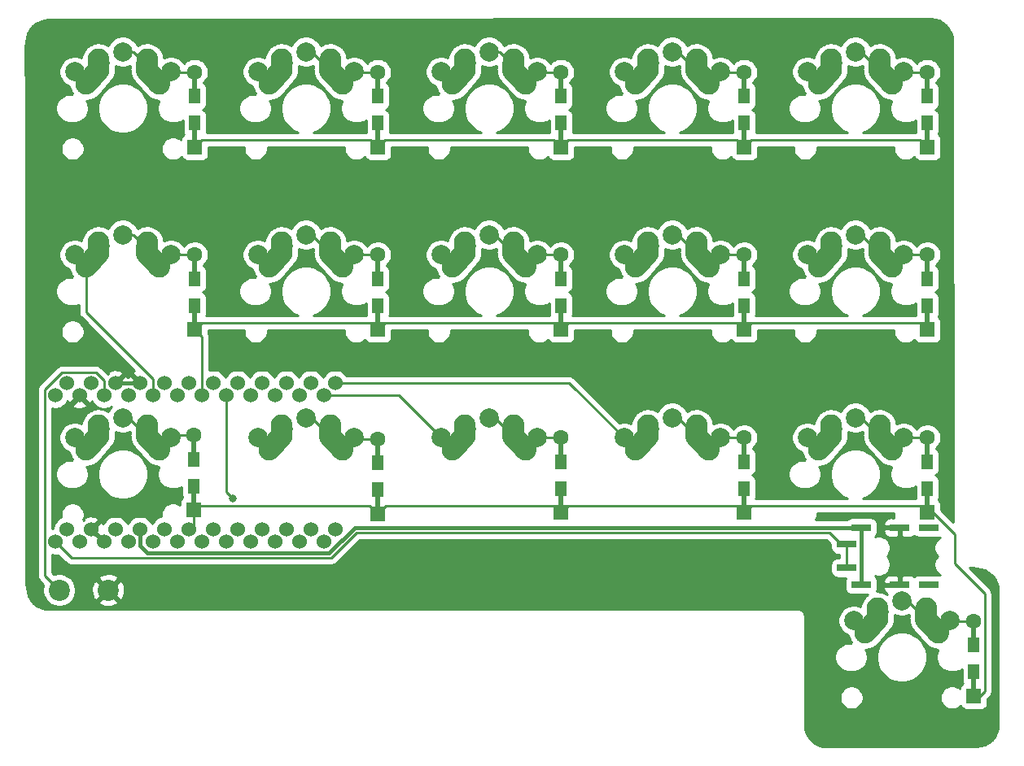
<source format=gbr>
G04 #@! TF.GenerationSoftware,KiCad,Pcbnew,(5.1.9)-1*
G04 #@! TF.CreationDate,2021-01-20T21:20:51-05:00*
G04 #@! TF.ProjectId,splitty,73706c69-7474-4792-9e6b-696361645f70,rev?*
G04 #@! TF.SameCoordinates,Original*
G04 #@! TF.FileFunction,Copper,L2,Bot*
G04 #@! TF.FilePolarity,Positive*
%FSLAX46Y46*%
G04 Gerber Fmt 4.6, Leading zero omitted, Abs format (unit mm)*
G04 Created by KiCad (PCBNEW (5.1.9)-1) date 2021-01-20 21:20:51*
%MOMM*%
%LPD*%
G01*
G04 APERTURE LIST*
G04 #@! TA.AperFunction,ComponentPad*
%ADD10C,1.524000*%
G04 #@! TD*
G04 #@! TA.AperFunction,ComponentPad*
%ADD11C,2.200000*%
G04 #@! TD*
G04 #@! TA.AperFunction,ComponentPad*
%ADD12R,1.600000X1.600000*%
G04 #@! TD*
G04 #@! TA.AperFunction,ComponentPad*
%ADD13C,1.600000*%
G04 #@! TD*
G04 #@! TA.AperFunction,SMDPad,CuDef*
%ADD14R,0.500000X2.900000*%
G04 #@! TD*
G04 #@! TA.AperFunction,SMDPad,CuDef*
%ADD15R,1.200000X1.600000*%
G04 #@! TD*
G04 #@! TA.AperFunction,ComponentPad*
%ADD16C,2.250000*%
G04 #@! TD*
G04 #@! TA.AperFunction,ComponentPad*
%ADD17C,2.000000*%
G04 #@! TD*
G04 #@! TA.AperFunction,ComponentPad*
%ADD18R,2.100000X0.800000*%
G04 #@! TD*
G04 #@! TA.AperFunction,ViaPad*
%ADD19C,0.800000*%
G04 #@! TD*
G04 #@! TA.AperFunction,Conductor*
%ADD20C,0.250000*%
G04 #@! TD*
G04 #@! TA.AperFunction,Conductor*
%ADD21C,0.381000*%
G04 #@! TD*
G04 #@! TA.AperFunction,Conductor*
%ADD22C,0.254000*%
G04 #@! TD*
G04 #@! TA.AperFunction,Conductor*
%ADD23C,0.100000*%
G04 #@! TD*
G04 APERTURE END LIST*
D10*
X156478745Y-109756185D03*
X174258745Y-94516185D03*
X166638745Y-109756185D03*
X164098745Y-94516185D03*
X159018745Y-94516185D03*
X176798745Y-109756185D03*
X156478745Y-94516185D03*
X151398745Y-94516185D03*
X171718745Y-109756185D03*
X179338745Y-94516185D03*
X164098745Y-109756185D03*
X153938745Y-109756185D03*
X159018745Y-109756185D03*
X161558745Y-109756185D03*
X174258745Y-109756185D03*
X169178745Y-109756185D03*
X171718745Y-94516185D03*
X169178745Y-94516185D03*
X179338745Y-109756185D03*
X176798745Y-94516185D03*
X153938745Y-94516185D03*
X151398745Y-109756185D03*
X166638745Y-94516185D03*
X161558745Y-94516185D03*
X150203000Y-111055000D03*
X152743000Y-111055000D03*
X155283000Y-111055000D03*
X157823000Y-111055000D03*
X160363000Y-111055000D03*
X162903000Y-111055000D03*
X165443000Y-111055000D03*
X167983000Y-111055000D03*
X170523000Y-111055000D03*
X173063000Y-111055000D03*
X175603000Y-111055000D03*
X178143000Y-111055000D03*
X178143000Y-95815000D03*
X175603000Y-95815000D03*
X173063000Y-95815000D03*
X170523000Y-95815000D03*
X167983000Y-95815000D03*
X165443000Y-95815000D03*
X162903000Y-95815000D03*
X160363000Y-95815000D03*
X157823000Y-95815000D03*
X155283000Y-95815000D03*
X152743000Y-95815000D03*
X150203000Y-95815000D03*
D11*
X150622000Y-116078000D03*
X155702000Y-116078000D03*
D12*
X164719000Y-69940000D03*
D13*
X164719000Y-62140000D03*
D14*
X164719000Y-68540000D03*
D15*
X164719000Y-67440000D03*
X164719000Y-64640000D03*
D14*
X164719000Y-63540000D03*
D12*
X183769000Y-69940000D03*
D13*
X183769000Y-62140000D03*
D14*
X183769000Y-68540000D03*
D15*
X183769000Y-67440000D03*
X183769000Y-64640000D03*
D14*
X183769000Y-63540000D03*
D12*
X202819000Y-69940000D03*
D13*
X202819000Y-62140000D03*
D14*
X202819000Y-68540000D03*
D15*
X202819000Y-67440000D03*
X202819000Y-64640000D03*
D14*
X202819000Y-63540000D03*
D12*
X221869000Y-69940000D03*
D13*
X221869000Y-62140000D03*
D14*
X221869000Y-68540000D03*
D15*
X221869000Y-67440000D03*
X221869000Y-64640000D03*
D14*
X221869000Y-63540000D03*
D12*
X240919000Y-69940000D03*
D13*
X240919000Y-62140000D03*
D14*
X240919000Y-68540000D03*
D15*
X240919000Y-67440000D03*
X240919000Y-64640000D03*
D14*
X240919000Y-63540000D03*
D12*
X164719000Y-88953000D03*
D13*
X164719000Y-81153000D03*
D14*
X164719000Y-87553000D03*
D15*
X164719000Y-86453000D03*
X164719000Y-83653000D03*
D14*
X164719000Y-82553000D03*
D12*
X183769000Y-88950000D03*
D13*
X183769000Y-81150000D03*
D14*
X183769000Y-87550000D03*
D15*
X183769000Y-86450000D03*
X183769000Y-83650000D03*
D14*
X183769000Y-82550000D03*
D12*
X202819000Y-88953000D03*
D13*
X202819000Y-81153000D03*
D14*
X202819000Y-87553000D03*
D15*
X202819000Y-86453000D03*
X202819000Y-83653000D03*
D14*
X202819000Y-82553000D03*
D12*
X221869000Y-88950000D03*
D13*
X221869000Y-81150000D03*
D14*
X221869000Y-87550000D03*
D15*
X221869000Y-86450000D03*
X221869000Y-83650000D03*
D14*
X221869000Y-82550000D03*
D12*
X240919000Y-88950000D03*
D13*
X240919000Y-81150000D03*
D14*
X240919000Y-87550000D03*
D15*
X240919000Y-86450000D03*
X240919000Y-83650000D03*
D14*
X240919000Y-82550000D03*
D12*
X164592000Y-107749000D03*
D13*
X164592000Y-99949000D03*
D14*
X164592000Y-106349000D03*
D15*
X164592000Y-105249000D03*
X164592000Y-102449000D03*
D14*
X164592000Y-101349000D03*
D12*
X183769000Y-108127000D03*
D13*
X183769000Y-100327000D03*
D14*
X183769000Y-106727000D03*
D15*
X183769000Y-105627000D03*
X183769000Y-102827000D03*
D14*
X183769000Y-101727000D03*
D12*
X202819000Y-108003000D03*
D13*
X202819000Y-100203000D03*
D14*
X202819000Y-106603000D03*
D15*
X202819000Y-105503000D03*
X202819000Y-102703000D03*
D14*
X202819000Y-101603000D03*
D12*
X221869000Y-108000000D03*
D13*
X221869000Y-100200000D03*
D14*
X221869000Y-106600000D03*
D15*
X221869000Y-105500000D03*
X221869000Y-102700000D03*
D14*
X221869000Y-101600000D03*
D12*
X240919000Y-108003000D03*
D13*
X240919000Y-100203000D03*
D14*
X240919000Y-106603000D03*
D15*
X240919000Y-105503000D03*
X240919000Y-102703000D03*
D14*
X240919000Y-101603000D03*
D12*
X245745000Y-127090000D03*
D13*
X245745000Y-119290000D03*
D14*
X245745000Y-125690000D03*
D15*
X245745000Y-124590000D03*
X245745000Y-121790000D03*
D14*
X245745000Y-120690000D03*
G04 #@! TA.AperFunction,ComponentPad*
G36*
G01*
X159649483Y-62535395D02*
X159649483Y-62535395D01*
G75*
G02*
X158603605Y-61336483I76517J1122395D01*
G01*
X158643147Y-60756451D01*
G75*
G02*
X159842059Y-59710573I1122395J-76517D01*
G01*
X159842059Y-59710573D01*
G75*
G02*
X160887937Y-60909485I-76517J-1122395D01*
G01*
X160848395Y-61489517D01*
G75*
G02*
X159649483Y-62535395I-1122395J76517D01*
G01*
G37*
G04 #@! TD.AperFunction*
D16*
X159766000Y-60833000D03*
G04 #@! TA.AperFunction,ComponentPad*
G36*
G01*
X152664688Y-64210350D02*
X152664688Y-64210350D01*
G75*
G02*
X152578650Y-62621688I751312J837350D01*
G01*
X153888640Y-61161680D01*
G75*
G02*
X155477302Y-61075642I837350J-751312D01*
G01*
X155477302Y-61075642D01*
G75*
G02*
X155563340Y-62664304I-751312J-837350D01*
G01*
X154253350Y-64124312D01*
G75*
G02*
X152664688Y-64210350I-837350J751312D01*
G01*
G37*
G04 #@! TD.AperFunction*
X154726000Y-61913000D03*
D17*
X162226000Y-62113000D03*
X157226000Y-60013000D03*
X157226000Y-60013000D03*
D16*
X154686000Y-60833000D03*
G04 #@! TA.AperFunction,ComponentPad*
G36*
G01*
X158974698Y-61075642D02*
X158974698Y-61075642D01*
G75*
G02*
X160563360Y-61161680I751312J-837350D01*
G01*
X161873350Y-62621688D01*
G75*
G02*
X161787312Y-64210350I-837350J-751312D01*
G01*
X161787312Y-64210350D01*
G75*
G02*
X160198650Y-64124312I-751312J837350D01*
G01*
X158888660Y-62664304D01*
G75*
G02*
X158974698Y-61075642I837350J751312D01*
G01*
G37*
G04 #@! TD.AperFunction*
D17*
X152226000Y-62113000D03*
G04 #@! TA.AperFunction,ComponentPad*
G36*
G01*
X154609941Y-59710573D02*
X154609941Y-59710573D01*
G75*
G02*
X155808853Y-60756451I76517J-1122395D01*
G01*
X155848395Y-61336483D01*
G75*
G02*
X154802517Y-62535395I-1122395J-76517D01*
G01*
X154802517Y-62535395D01*
G75*
G02*
X153603605Y-61489517I-76517J1122395D01*
G01*
X153564063Y-60909485D01*
G75*
G02*
X154609941Y-59710573I1122395J76517D01*
G01*
G37*
G04 #@! TD.AperFunction*
D16*
X159726000Y-61913000D03*
G04 #@! TA.AperFunction,ComponentPad*
G36*
G01*
X178699483Y-62535395D02*
X178699483Y-62535395D01*
G75*
G02*
X177653605Y-61336483I76517J1122395D01*
G01*
X177693147Y-60756451D01*
G75*
G02*
X178892059Y-59710573I1122395J-76517D01*
G01*
X178892059Y-59710573D01*
G75*
G02*
X179937937Y-60909485I-76517J-1122395D01*
G01*
X179898395Y-61489517D01*
G75*
G02*
X178699483Y-62535395I-1122395J76517D01*
G01*
G37*
G04 #@! TD.AperFunction*
X178816000Y-60833000D03*
G04 #@! TA.AperFunction,ComponentPad*
G36*
G01*
X171714688Y-64210350D02*
X171714688Y-64210350D01*
G75*
G02*
X171628650Y-62621688I751312J837350D01*
G01*
X172938640Y-61161680D01*
G75*
G02*
X174527302Y-61075642I837350J-751312D01*
G01*
X174527302Y-61075642D01*
G75*
G02*
X174613340Y-62664304I-751312J-837350D01*
G01*
X173303350Y-64124312D01*
G75*
G02*
X171714688Y-64210350I-837350J751312D01*
G01*
G37*
G04 #@! TD.AperFunction*
X173776000Y-61913000D03*
D17*
X181276000Y-62113000D03*
X176276000Y-60013000D03*
X176276000Y-60013000D03*
D16*
X173736000Y-60833000D03*
G04 #@! TA.AperFunction,ComponentPad*
G36*
G01*
X178024698Y-61075642D02*
X178024698Y-61075642D01*
G75*
G02*
X179613360Y-61161680I751312J-837350D01*
G01*
X180923350Y-62621688D01*
G75*
G02*
X180837312Y-64210350I-837350J-751312D01*
G01*
X180837312Y-64210350D01*
G75*
G02*
X179248650Y-64124312I-751312J837350D01*
G01*
X177938660Y-62664304D01*
G75*
G02*
X178024698Y-61075642I837350J751312D01*
G01*
G37*
G04 #@! TD.AperFunction*
D17*
X171276000Y-62113000D03*
G04 #@! TA.AperFunction,ComponentPad*
G36*
G01*
X173659941Y-59710573D02*
X173659941Y-59710573D01*
G75*
G02*
X174858853Y-60756451I76517J-1122395D01*
G01*
X174898395Y-61336483D01*
G75*
G02*
X173852517Y-62535395I-1122395J-76517D01*
G01*
X173852517Y-62535395D01*
G75*
G02*
X172653605Y-61489517I-76517J1122395D01*
G01*
X172614063Y-60909485D01*
G75*
G02*
X173659941Y-59710573I1122395J76517D01*
G01*
G37*
G04 #@! TD.AperFunction*
D16*
X178776000Y-61913000D03*
G04 #@! TA.AperFunction,ComponentPad*
G36*
G01*
X197749483Y-62535395D02*
X197749483Y-62535395D01*
G75*
G02*
X196703605Y-61336483I76517J1122395D01*
G01*
X196743147Y-60756451D01*
G75*
G02*
X197942059Y-59710573I1122395J-76517D01*
G01*
X197942059Y-59710573D01*
G75*
G02*
X198987937Y-60909485I-76517J-1122395D01*
G01*
X198948395Y-61489517D01*
G75*
G02*
X197749483Y-62535395I-1122395J76517D01*
G01*
G37*
G04 #@! TD.AperFunction*
X197866000Y-60833000D03*
G04 #@! TA.AperFunction,ComponentPad*
G36*
G01*
X190764688Y-64210350D02*
X190764688Y-64210350D01*
G75*
G02*
X190678650Y-62621688I751312J837350D01*
G01*
X191988640Y-61161680D01*
G75*
G02*
X193577302Y-61075642I837350J-751312D01*
G01*
X193577302Y-61075642D01*
G75*
G02*
X193663340Y-62664304I-751312J-837350D01*
G01*
X192353350Y-64124312D01*
G75*
G02*
X190764688Y-64210350I-837350J751312D01*
G01*
G37*
G04 #@! TD.AperFunction*
X192826000Y-61913000D03*
D17*
X200326000Y-62113000D03*
X195326000Y-60013000D03*
X195326000Y-60013000D03*
D16*
X192786000Y-60833000D03*
G04 #@! TA.AperFunction,ComponentPad*
G36*
G01*
X197074698Y-61075642D02*
X197074698Y-61075642D01*
G75*
G02*
X198663360Y-61161680I751312J-837350D01*
G01*
X199973350Y-62621688D01*
G75*
G02*
X199887312Y-64210350I-837350J-751312D01*
G01*
X199887312Y-64210350D01*
G75*
G02*
X198298650Y-64124312I-751312J837350D01*
G01*
X196988660Y-62664304D01*
G75*
G02*
X197074698Y-61075642I837350J751312D01*
G01*
G37*
G04 #@! TD.AperFunction*
D17*
X190326000Y-62113000D03*
G04 #@! TA.AperFunction,ComponentPad*
G36*
G01*
X192709941Y-59710573D02*
X192709941Y-59710573D01*
G75*
G02*
X193908853Y-60756451I76517J-1122395D01*
G01*
X193948395Y-61336483D01*
G75*
G02*
X192902517Y-62535395I-1122395J-76517D01*
G01*
X192902517Y-62535395D01*
G75*
G02*
X191703605Y-61489517I-76517J1122395D01*
G01*
X191664063Y-60909485D01*
G75*
G02*
X192709941Y-59710573I1122395J76517D01*
G01*
G37*
G04 #@! TD.AperFunction*
D16*
X197826000Y-61913000D03*
G04 #@! TA.AperFunction,ComponentPad*
G36*
G01*
X216799483Y-62535395D02*
X216799483Y-62535395D01*
G75*
G02*
X215753605Y-61336483I76517J1122395D01*
G01*
X215793147Y-60756451D01*
G75*
G02*
X216992059Y-59710573I1122395J-76517D01*
G01*
X216992059Y-59710573D01*
G75*
G02*
X218037937Y-60909485I-76517J-1122395D01*
G01*
X217998395Y-61489517D01*
G75*
G02*
X216799483Y-62535395I-1122395J76517D01*
G01*
G37*
G04 #@! TD.AperFunction*
X216916000Y-60833000D03*
G04 #@! TA.AperFunction,ComponentPad*
G36*
G01*
X209814688Y-64210350D02*
X209814688Y-64210350D01*
G75*
G02*
X209728650Y-62621688I751312J837350D01*
G01*
X211038640Y-61161680D01*
G75*
G02*
X212627302Y-61075642I837350J-751312D01*
G01*
X212627302Y-61075642D01*
G75*
G02*
X212713340Y-62664304I-751312J-837350D01*
G01*
X211403350Y-64124312D01*
G75*
G02*
X209814688Y-64210350I-837350J751312D01*
G01*
G37*
G04 #@! TD.AperFunction*
X211876000Y-61913000D03*
D17*
X219376000Y-62113000D03*
X214376000Y-60013000D03*
X214376000Y-60013000D03*
D16*
X211836000Y-60833000D03*
G04 #@! TA.AperFunction,ComponentPad*
G36*
G01*
X216124698Y-61075642D02*
X216124698Y-61075642D01*
G75*
G02*
X217713360Y-61161680I751312J-837350D01*
G01*
X219023350Y-62621688D01*
G75*
G02*
X218937312Y-64210350I-837350J-751312D01*
G01*
X218937312Y-64210350D01*
G75*
G02*
X217348650Y-64124312I-751312J837350D01*
G01*
X216038660Y-62664304D01*
G75*
G02*
X216124698Y-61075642I837350J751312D01*
G01*
G37*
G04 #@! TD.AperFunction*
D17*
X209376000Y-62113000D03*
G04 #@! TA.AperFunction,ComponentPad*
G36*
G01*
X211759941Y-59710573D02*
X211759941Y-59710573D01*
G75*
G02*
X212958853Y-60756451I76517J-1122395D01*
G01*
X212998395Y-61336483D01*
G75*
G02*
X211952517Y-62535395I-1122395J-76517D01*
G01*
X211952517Y-62535395D01*
G75*
G02*
X210753605Y-61489517I-76517J1122395D01*
G01*
X210714063Y-60909485D01*
G75*
G02*
X211759941Y-59710573I1122395J76517D01*
G01*
G37*
G04 #@! TD.AperFunction*
D16*
X216876000Y-61913000D03*
G04 #@! TA.AperFunction,ComponentPad*
G36*
G01*
X235849483Y-62535395D02*
X235849483Y-62535395D01*
G75*
G02*
X234803605Y-61336483I76517J1122395D01*
G01*
X234843147Y-60756451D01*
G75*
G02*
X236042059Y-59710573I1122395J-76517D01*
G01*
X236042059Y-59710573D01*
G75*
G02*
X237087937Y-60909485I-76517J-1122395D01*
G01*
X237048395Y-61489517D01*
G75*
G02*
X235849483Y-62535395I-1122395J76517D01*
G01*
G37*
G04 #@! TD.AperFunction*
X235966000Y-60833000D03*
G04 #@! TA.AperFunction,ComponentPad*
G36*
G01*
X228864688Y-64210350D02*
X228864688Y-64210350D01*
G75*
G02*
X228778650Y-62621688I751312J837350D01*
G01*
X230088640Y-61161680D01*
G75*
G02*
X231677302Y-61075642I837350J-751312D01*
G01*
X231677302Y-61075642D01*
G75*
G02*
X231763340Y-62664304I-751312J-837350D01*
G01*
X230453350Y-64124312D01*
G75*
G02*
X228864688Y-64210350I-837350J751312D01*
G01*
G37*
G04 #@! TD.AperFunction*
X230926000Y-61913000D03*
D17*
X238426000Y-62113000D03*
X233426000Y-60013000D03*
X233426000Y-60013000D03*
D16*
X230886000Y-60833000D03*
G04 #@! TA.AperFunction,ComponentPad*
G36*
G01*
X235174698Y-61075642D02*
X235174698Y-61075642D01*
G75*
G02*
X236763360Y-61161680I751312J-837350D01*
G01*
X238073350Y-62621688D01*
G75*
G02*
X237987312Y-64210350I-837350J-751312D01*
G01*
X237987312Y-64210350D01*
G75*
G02*
X236398650Y-64124312I-751312J837350D01*
G01*
X235088660Y-62664304D01*
G75*
G02*
X235174698Y-61075642I837350J751312D01*
G01*
G37*
G04 #@! TD.AperFunction*
D17*
X228426000Y-62113000D03*
G04 #@! TA.AperFunction,ComponentPad*
G36*
G01*
X230809941Y-59710573D02*
X230809941Y-59710573D01*
G75*
G02*
X232008853Y-60756451I76517J-1122395D01*
G01*
X232048395Y-61336483D01*
G75*
G02*
X231002517Y-62535395I-1122395J-76517D01*
G01*
X231002517Y-62535395D01*
G75*
G02*
X229803605Y-61489517I-76517J1122395D01*
G01*
X229764063Y-60909485D01*
G75*
G02*
X230809941Y-59710573I1122395J76517D01*
G01*
G37*
G04 #@! TD.AperFunction*
D16*
X235926000Y-61913000D03*
G04 #@! TA.AperFunction,ComponentPad*
G36*
G01*
X159649483Y-81585395D02*
X159649483Y-81585395D01*
G75*
G02*
X158603605Y-80386483I76517J1122395D01*
G01*
X158643147Y-79806451D01*
G75*
G02*
X159842059Y-78760573I1122395J-76517D01*
G01*
X159842059Y-78760573D01*
G75*
G02*
X160887937Y-79959485I-76517J-1122395D01*
G01*
X160848395Y-80539517D01*
G75*
G02*
X159649483Y-81585395I-1122395J76517D01*
G01*
G37*
G04 #@! TD.AperFunction*
X159766000Y-79883000D03*
G04 #@! TA.AperFunction,ComponentPad*
G36*
G01*
X152664688Y-83260350D02*
X152664688Y-83260350D01*
G75*
G02*
X152578650Y-81671688I751312J837350D01*
G01*
X153888640Y-80211680D01*
G75*
G02*
X155477302Y-80125642I837350J-751312D01*
G01*
X155477302Y-80125642D01*
G75*
G02*
X155563340Y-81714304I-751312J-837350D01*
G01*
X154253350Y-83174312D01*
G75*
G02*
X152664688Y-83260350I-837350J751312D01*
G01*
G37*
G04 #@! TD.AperFunction*
X154726000Y-80963000D03*
D17*
X162226000Y-81163000D03*
X157226000Y-79063000D03*
X157226000Y-79063000D03*
D16*
X154686000Y-79883000D03*
G04 #@! TA.AperFunction,ComponentPad*
G36*
G01*
X158974698Y-80125642D02*
X158974698Y-80125642D01*
G75*
G02*
X160563360Y-80211680I751312J-837350D01*
G01*
X161873350Y-81671688D01*
G75*
G02*
X161787312Y-83260350I-837350J-751312D01*
G01*
X161787312Y-83260350D01*
G75*
G02*
X160198650Y-83174312I-751312J837350D01*
G01*
X158888660Y-81714304D01*
G75*
G02*
X158974698Y-80125642I837350J751312D01*
G01*
G37*
G04 #@! TD.AperFunction*
D17*
X152226000Y-81163000D03*
G04 #@! TA.AperFunction,ComponentPad*
G36*
G01*
X154609941Y-78760573D02*
X154609941Y-78760573D01*
G75*
G02*
X155808853Y-79806451I76517J-1122395D01*
G01*
X155848395Y-80386483D01*
G75*
G02*
X154802517Y-81585395I-1122395J-76517D01*
G01*
X154802517Y-81585395D01*
G75*
G02*
X153603605Y-80539517I-76517J1122395D01*
G01*
X153564063Y-79959485D01*
G75*
G02*
X154609941Y-78760573I1122395J76517D01*
G01*
G37*
G04 #@! TD.AperFunction*
D16*
X159726000Y-80963000D03*
G04 #@! TA.AperFunction,ComponentPad*
G36*
G01*
X178699483Y-81585395D02*
X178699483Y-81585395D01*
G75*
G02*
X177653605Y-80386483I76517J1122395D01*
G01*
X177693147Y-79806451D01*
G75*
G02*
X178892059Y-78760573I1122395J-76517D01*
G01*
X178892059Y-78760573D01*
G75*
G02*
X179937937Y-79959485I-76517J-1122395D01*
G01*
X179898395Y-80539517D01*
G75*
G02*
X178699483Y-81585395I-1122395J76517D01*
G01*
G37*
G04 #@! TD.AperFunction*
X178816000Y-79883000D03*
G04 #@! TA.AperFunction,ComponentPad*
G36*
G01*
X171714688Y-83260350D02*
X171714688Y-83260350D01*
G75*
G02*
X171628650Y-81671688I751312J837350D01*
G01*
X172938640Y-80211680D01*
G75*
G02*
X174527302Y-80125642I837350J-751312D01*
G01*
X174527302Y-80125642D01*
G75*
G02*
X174613340Y-81714304I-751312J-837350D01*
G01*
X173303350Y-83174312D01*
G75*
G02*
X171714688Y-83260350I-837350J751312D01*
G01*
G37*
G04 #@! TD.AperFunction*
X173776000Y-80963000D03*
D17*
X181276000Y-81163000D03*
X176276000Y-79063000D03*
X176276000Y-79063000D03*
D16*
X173736000Y-79883000D03*
G04 #@! TA.AperFunction,ComponentPad*
G36*
G01*
X178024698Y-80125642D02*
X178024698Y-80125642D01*
G75*
G02*
X179613360Y-80211680I751312J-837350D01*
G01*
X180923350Y-81671688D01*
G75*
G02*
X180837312Y-83260350I-837350J-751312D01*
G01*
X180837312Y-83260350D01*
G75*
G02*
X179248650Y-83174312I-751312J837350D01*
G01*
X177938660Y-81714304D01*
G75*
G02*
X178024698Y-80125642I837350J751312D01*
G01*
G37*
G04 #@! TD.AperFunction*
D17*
X171276000Y-81163000D03*
G04 #@! TA.AperFunction,ComponentPad*
G36*
G01*
X173659941Y-78760573D02*
X173659941Y-78760573D01*
G75*
G02*
X174858853Y-79806451I76517J-1122395D01*
G01*
X174898395Y-80386483D01*
G75*
G02*
X173852517Y-81585395I-1122395J-76517D01*
G01*
X173852517Y-81585395D01*
G75*
G02*
X172653605Y-80539517I-76517J1122395D01*
G01*
X172614063Y-79959485D01*
G75*
G02*
X173659941Y-78760573I1122395J76517D01*
G01*
G37*
G04 #@! TD.AperFunction*
D16*
X178776000Y-80963000D03*
G04 #@! TA.AperFunction,ComponentPad*
G36*
G01*
X197749483Y-81585395D02*
X197749483Y-81585395D01*
G75*
G02*
X196703605Y-80386483I76517J1122395D01*
G01*
X196743147Y-79806451D01*
G75*
G02*
X197942059Y-78760573I1122395J-76517D01*
G01*
X197942059Y-78760573D01*
G75*
G02*
X198987937Y-79959485I-76517J-1122395D01*
G01*
X198948395Y-80539517D01*
G75*
G02*
X197749483Y-81585395I-1122395J76517D01*
G01*
G37*
G04 #@! TD.AperFunction*
X197866000Y-79883000D03*
G04 #@! TA.AperFunction,ComponentPad*
G36*
G01*
X190764688Y-83260350D02*
X190764688Y-83260350D01*
G75*
G02*
X190678650Y-81671688I751312J837350D01*
G01*
X191988640Y-80211680D01*
G75*
G02*
X193577302Y-80125642I837350J-751312D01*
G01*
X193577302Y-80125642D01*
G75*
G02*
X193663340Y-81714304I-751312J-837350D01*
G01*
X192353350Y-83174312D01*
G75*
G02*
X190764688Y-83260350I-837350J751312D01*
G01*
G37*
G04 #@! TD.AperFunction*
X192826000Y-80963000D03*
D17*
X200326000Y-81163000D03*
X195326000Y-79063000D03*
X195326000Y-79063000D03*
D16*
X192786000Y-79883000D03*
G04 #@! TA.AperFunction,ComponentPad*
G36*
G01*
X197074698Y-80125642D02*
X197074698Y-80125642D01*
G75*
G02*
X198663360Y-80211680I751312J-837350D01*
G01*
X199973350Y-81671688D01*
G75*
G02*
X199887312Y-83260350I-837350J-751312D01*
G01*
X199887312Y-83260350D01*
G75*
G02*
X198298650Y-83174312I-751312J837350D01*
G01*
X196988660Y-81714304D01*
G75*
G02*
X197074698Y-80125642I837350J751312D01*
G01*
G37*
G04 #@! TD.AperFunction*
D17*
X190326000Y-81163000D03*
G04 #@! TA.AperFunction,ComponentPad*
G36*
G01*
X192709941Y-78760573D02*
X192709941Y-78760573D01*
G75*
G02*
X193908853Y-79806451I76517J-1122395D01*
G01*
X193948395Y-80386483D01*
G75*
G02*
X192902517Y-81585395I-1122395J-76517D01*
G01*
X192902517Y-81585395D01*
G75*
G02*
X191703605Y-80539517I-76517J1122395D01*
G01*
X191664063Y-79959485D01*
G75*
G02*
X192709941Y-78760573I1122395J76517D01*
G01*
G37*
G04 #@! TD.AperFunction*
D16*
X197826000Y-80963000D03*
G04 #@! TA.AperFunction,ComponentPad*
G36*
G01*
X216799483Y-81585395D02*
X216799483Y-81585395D01*
G75*
G02*
X215753605Y-80386483I76517J1122395D01*
G01*
X215793147Y-79806451D01*
G75*
G02*
X216992059Y-78760573I1122395J-76517D01*
G01*
X216992059Y-78760573D01*
G75*
G02*
X218037937Y-79959485I-76517J-1122395D01*
G01*
X217998395Y-80539517D01*
G75*
G02*
X216799483Y-81585395I-1122395J76517D01*
G01*
G37*
G04 #@! TD.AperFunction*
X216916000Y-79883000D03*
G04 #@! TA.AperFunction,ComponentPad*
G36*
G01*
X209814688Y-83260350D02*
X209814688Y-83260350D01*
G75*
G02*
X209728650Y-81671688I751312J837350D01*
G01*
X211038640Y-80211680D01*
G75*
G02*
X212627302Y-80125642I837350J-751312D01*
G01*
X212627302Y-80125642D01*
G75*
G02*
X212713340Y-81714304I-751312J-837350D01*
G01*
X211403350Y-83174312D01*
G75*
G02*
X209814688Y-83260350I-837350J751312D01*
G01*
G37*
G04 #@! TD.AperFunction*
X211876000Y-80963000D03*
D17*
X219376000Y-81163000D03*
X214376000Y-79063000D03*
X214376000Y-79063000D03*
D16*
X211836000Y-79883000D03*
G04 #@! TA.AperFunction,ComponentPad*
G36*
G01*
X216124698Y-80125642D02*
X216124698Y-80125642D01*
G75*
G02*
X217713360Y-80211680I751312J-837350D01*
G01*
X219023350Y-81671688D01*
G75*
G02*
X218937312Y-83260350I-837350J-751312D01*
G01*
X218937312Y-83260350D01*
G75*
G02*
X217348650Y-83174312I-751312J837350D01*
G01*
X216038660Y-81714304D01*
G75*
G02*
X216124698Y-80125642I837350J751312D01*
G01*
G37*
G04 #@! TD.AperFunction*
D17*
X209376000Y-81163000D03*
G04 #@! TA.AperFunction,ComponentPad*
G36*
G01*
X211759941Y-78760573D02*
X211759941Y-78760573D01*
G75*
G02*
X212958853Y-79806451I76517J-1122395D01*
G01*
X212998395Y-80386483D01*
G75*
G02*
X211952517Y-81585395I-1122395J-76517D01*
G01*
X211952517Y-81585395D01*
G75*
G02*
X210753605Y-80539517I-76517J1122395D01*
G01*
X210714063Y-79959485D01*
G75*
G02*
X211759941Y-78760573I1122395J76517D01*
G01*
G37*
G04 #@! TD.AperFunction*
D16*
X216876000Y-80963000D03*
G04 #@! TA.AperFunction,ComponentPad*
G36*
G01*
X235849483Y-81585395D02*
X235849483Y-81585395D01*
G75*
G02*
X234803605Y-80386483I76517J1122395D01*
G01*
X234843147Y-79806451D01*
G75*
G02*
X236042059Y-78760573I1122395J-76517D01*
G01*
X236042059Y-78760573D01*
G75*
G02*
X237087937Y-79959485I-76517J-1122395D01*
G01*
X237048395Y-80539517D01*
G75*
G02*
X235849483Y-81585395I-1122395J76517D01*
G01*
G37*
G04 #@! TD.AperFunction*
X235966000Y-79883000D03*
G04 #@! TA.AperFunction,ComponentPad*
G36*
G01*
X228864688Y-83260350D02*
X228864688Y-83260350D01*
G75*
G02*
X228778650Y-81671688I751312J837350D01*
G01*
X230088640Y-80211680D01*
G75*
G02*
X231677302Y-80125642I837350J-751312D01*
G01*
X231677302Y-80125642D01*
G75*
G02*
X231763340Y-81714304I-751312J-837350D01*
G01*
X230453350Y-83174312D01*
G75*
G02*
X228864688Y-83260350I-837350J751312D01*
G01*
G37*
G04 #@! TD.AperFunction*
X230926000Y-80963000D03*
D17*
X238426000Y-81163000D03*
X233426000Y-79063000D03*
X233426000Y-79063000D03*
D16*
X230886000Y-79883000D03*
G04 #@! TA.AperFunction,ComponentPad*
G36*
G01*
X235174698Y-80125642D02*
X235174698Y-80125642D01*
G75*
G02*
X236763360Y-80211680I751312J-837350D01*
G01*
X238073350Y-81671688D01*
G75*
G02*
X237987312Y-83260350I-837350J-751312D01*
G01*
X237987312Y-83260350D01*
G75*
G02*
X236398650Y-83174312I-751312J837350D01*
G01*
X235088660Y-81714304D01*
G75*
G02*
X235174698Y-80125642I837350J751312D01*
G01*
G37*
G04 #@! TD.AperFunction*
D17*
X228426000Y-81163000D03*
G04 #@! TA.AperFunction,ComponentPad*
G36*
G01*
X230809941Y-78760573D02*
X230809941Y-78760573D01*
G75*
G02*
X232008853Y-79806451I76517J-1122395D01*
G01*
X232048395Y-80386483D01*
G75*
G02*
X231002517Y-81585395I-1122395J-76517D01*
G01*
X231002517Y-81585395D01*
G75*
G02*
X229803605Y-80539517I-76517J1122395D01*
G01*
X229764063Y-79959485D01*
G75*
G02*
X230809941Y-78760573I1122395J76517D01*
G01*
G37*
G04 #@! TD.AperFunction*
D16*
X235926000Y-80963000D03*
G04 #@! TA.AperFunction,ComponentPad*
G36*
G01*
X159649483Y-100635395D02*
X159649483Y-100635395D01*
G75*
G02*
X158603605Y-99436483I76517J1122395D01*
G01*
X158643147Y-98856451D01*
G75*
G02*
X159842059Y-97810573I1122395J-76517D01*
G01*
X159842059Y-97810573D01*
G75*
G02*
X160887937Y-99009485I-76517J-1122395D01*
G01*
X160848395Y-99589517D01*
G75*
G02*
X159649483Y-100635395I-1122395J76517D01*
G01*
G37*
G04 #@! TD.AperFunction*
X159766000Y-98933000D03*
G04 #@! TA.AperFunction,ComponentPad*
G36*
G01*
X152664688Y-102310350D02*
X152664688Y-102310350D01*
G75*
G02*
X152578650Y-100721688I751312J837350D01*
G01*
X153888640Y-99261680D01*
G75*
G02*
X155477302Y-99175642I837350J-751312D01*
G01*
X155477302Y-99175642D01*
G75*
G02*
X155563340Y-100764304I-751312J-837350D01*
G01*
X154253350Y-102224312D01*
G75*
G02*
X152664688Y-102310350I-837350J751312D01*
G01*
G37*
G04 #@! TD.AperFunction*
X154726000Y-100013000D03*
D17*
X162226000Y-100213000D03*
X157226000Y-98113000D03*
X157226000Y-98113000D03*
D16*
X154686000Y-98933000D03*
G04 #@! TA.AperFunction,ComponentPad*
G36*
G01*
X158974698Y-99175642D02*
X158974698Y-99175642D01*
G75*
G02*
X160563360Y-99261680I751312J-837350D01*
G01*
X161873350Y-100721688D01*
G75*
G02*
X161787312Y-102310350I-837350J-751312D01*
G01*
X161787312Y-102310350D01*
G75*
G02*
X160198650Y-102224312I-751312J837350D01*
G01*
X158888660Y-100764304D01*
G75*
G02*
X158974698Y-99175642I837350J751312D01*
G01*
G37*
G04 #@! TD.AperFunction*
D17*
X152226000Y-100213000D03*
G04 #@! TA.AperFunction,ComponentPad*
G36*
G01*
X154609941Y-97810573D02*
X154609941Y-97810573D01*
G75*
G02*
X155808853Y-98856451I76517J-1122395D01*
G01*
X155848395Y-99436483D01*
G75*
G02*
X154802517Y-100635395I-1122395J-76517D01*
G01*
X154802517Y-100635395D01*
G75*
G02*
X153603605Y-99589517I-76517J1122395D01*
G01*
X153564063Y-99009485D01*
G75*
G02*
X154609941Y-97810573I1122395J76517D01*
G01*
G37*
G04 #@! TD.AperFunction*
D16*
X159726000Y-100013000D03*
G04 #@! TA.AperFunction,ComponentPad*
G36*
G01*
X178699483Y-100635395D02*
X178699483Y-100635395D01*
G75*
G02*
X177653605Y-99436483I76517J1122395D01*
G01*
X177693147Y-98856451D01*
G75*
G02*
X178892059Y-97810573I1122395J-76517D01*
G01*
X178892059Y-97810573D01*
G75*
G02*
X179937937Y-99009485I-76517J-1122395D01*
G01*
X179898395Y-99589517D01*
G75*
G02*
X178699483Y-100635395I-1122395J76517D01*
G01*
G37*
G04 #@! TD.AperFunction*
X178816000Y-98933000D03*
G04 #@! TA.AperFunction,ComponentPad*
G36*
G01*
X171714688Y-102310350D02*
X171714688Y-102310350D01*
G75*
G02*
X171628650Y-100721688I751312J837350D01*
G01*
X172938640Y-99261680D01*
G75*
G02*
X174527302Y-99175642I837350J-751312D01*
G01*
X174527302Y-99175642D01*
G75*
G02*
X174613340Y-100764304I-751312J-837350D01*
G01*
X173303350Y-102224312D01*
G75*
G02*
X171714688Y-102310350I-837350J751312D01*
G01*
G37*
G04 #@! TD.AperFunction*
X173776000Y-100013000D03*
D17*
X181276000Y-100213000D03*
X176276000Y-98113000D03*
X176276000Y-98113000D03*
D16*
X173736000Y-98933000D03*
G04 #@! TA.AperFunction,ComponentPad*
G36*
G01*
X178024698Y-99175642D02*
X178024698Y-99175642D01*
G75*
G02*
X179613360Y-99261680I751312J-837350D01*
G01*
X180923350Y-100721688D01*
G75*
G02*
X180837312Y-102310350I-837350J-751312D01*
G01*
X180837312Y-102310350D01*
G75*
G02*
X179248650Y-102224312I-751312J837350D01*
G01*
X177938660Y-100764304D01*
G75*
G02*
X178024698Y-99175642I837350J751312D01*
G01*
G37*
G04 #@! TD.AperFunction*
D17*
X171276000Y-100213000D03*
G04 #@! TA.AperFunction,ComponentPad*
G36*
G01*
X173659941Y-97810573D02*
X173659941Y-97810573D01*
G75*
G02*
X174858853Y-98856451I76517J-1122395D01*
G01*
X174898395Y-99436483D01*
G75*
G02*
X173852517Y-100635395I-1122395J-76517D01*
G01*
X173852517Y-100635395D01*
G75*
G02*
X172653605Y-99589517I-76517J1122395D01*
G01*
X172614063Y-99009485D01*
G75*
G02*
X173659941Y-97810573I1122395J76517D01*
G01*
G37*
G04 #@! TD.AperFunction*
D16*
X178776000Y-100013000D03*
G04 #@! TA.AperFunction,ComponentPad*
G36*
G01*
X197749483Y-100635395D02*
X197749483Y-100635395D01*
G75*
G02*
X196703605Y-99436483I76517J1122395D01*
G01*
X196743147Y-98856451D01*
G75*
G02*
X197942059Y-97810573I1122395J-76517D01*
G01*
X197942059Y-97810573D01*
G75*
G02*
X198987937Y-99009485I-76517J-1122395D01*
G01*
X198948395Y-99589517D01*
G75*
G02*
X197749483Y-100635395I-1122395J76517D01*
G01*
G37*
G04 #@! TD.AperFunction*
X197866000Y-98933000D03*
G04 #@! TA.AperFunction,ComponentPad*
G36*
G01*
X190764688Y-102310350D02*
X190764688Y-102310350D01*
G75*
G02*
X190678650Y-100721688I751312J837350D01*
G01*
X191988640Y-99261680D01*
G75*
G02*
X193577302Y-99175642I837350J-751312D01*
G01*
X193577302Y-99175642D01*
G75*
G02*
X193663340Y-100764304I-751312J-837350D01*
G01*
X192353350Y-102224312D01*
G75*
G02*
X190764688Y-102310350I-837350J751312D01*
G01*
G37*
G04 #@! TD.AperFunction*
X192826000Y-100013000D03*
D17*
X200326000Y-100213000D03*
X195326000Y-98113000D03*
X195326000Y-98113000D03*
D16*
X192786000Y-98933000D03*
G04 #@! TA.AperFunction,ComponentPad*
G36*
G01*
X197074698Y-99175642D02*
X197074698Y-99175642D01*
G75*
G02*
X198663360Y-99261680I751312J-837350D01*
G01*
X199973350Y-100721688D01*
G75*
G02*
X199887312Y-102310350I-837350J-751312D01*
G01*
X199887312Y-102310350D01*
G75*
G02*
X198298650Y-102224312I-751312J837350D01*
G01*
X196988660Y-100764304D01*
G75*
G02*
X197074698Y-99175642I837350J751312D01*
G01*
G37*
G04 #@! TD.AperFunction*
D17*
X190326000Y-100213000D03*
G04 #@! TA.AperFunction,ComponentPad*
G36*
G01*
X192709941Y-97810573D02*
X192709941Y-97810573D01*
G75*
G02*
X193908853Y-98856451I76517J-1122395D01*
G01*
X193948395Y-99436483D01*
G75*
G02*
X192902517Y-100635395I-1122395J-76517D01*
G01*
X192902517Y-100635395D01*
G75*
G02*
X191703605Y-99589517I-76517J1122395D01*
G01*
X191664063Y-99009485D01*
G75*
G02*
X192709941Y-97810573I1122395J76517D01*
G01*
G37*
G04 #@! TD.AperFunction*
D16*
X197826000Y-100013000D03*
G04 #@! TA.AperFunction,ComponentPad*
G36*
G01*
X216799483Y-100635395D02*
X216799483Y-100635395D01*
G75*
G02*
X215753605Y-99436483I76517J1122395D01*
G01*
X215793147Y-98856451D01*
G75*
G02*
X216992059Y-97810573I1122395J-76517D01*
G01*
X216992059Y-97810573D01*
G75*
G02*
X218037937Y-99009485I-76517J-1122395D01*
G01*
X217998395Y-99589517D01*
G75*
G02*
X216799483Y-100635395I-1122395J76517D01*
G01*
G37*
G04 #@! TD.AperFunction*
X216916000Y-98933000D03*
G04 #@! TA.AperFunction,ComponentPad*
G36*
G01*
X209814688Y-102310350D02*
X209814688Y-102310350D01*
G75*
G02*
X209728650Y-100721688I751312J837350D01*
G01*
X211038640Y-99261680D01*
G75*
G02*
X212627302Y-99175642I837350J-751312D01*
G01*
X212627302Y-99175642D01*
G75*
G02*
X212713340Y-100764304I-751312J-837350D01*
G01*
X211403350Y-102224312D01*
G75*
G02*
X209814688Y-102310350I-837350J751312D01*
G01*
G37*
G04 #@! TD.AperFunction*
X211876000Y-100013000D03*
D17*
X219376000Y-100213000D03*
X214376000Y-98113000D03*
X214376000Y-98113000D03*
D16*
X211836000Y-98933000D03*
G04 #@! TA.AperFunction,ComponentPad*
G36*
G01*
X216124698Y-99175642D02*
X216124698Y-99175642D01*
G75*
G02*
X217713360Y-99261680I751312J-837350D01*
G01*
X219023350Y-100721688D01*
G75*
G02*
X218937312Y-102310350I-837350J-751312D01*
G01*
X218937312Y-102310350D01*
G75*
G02*
X217348650Y-102224312I-751312J837350D01*
G01*
X216038660Y-100764304D01*
G75*
G02*
X216124698Y-99175642I837350J751312D01*
G01*
G37*
G04 #@! TD.AperFunction*
D17*
X209376000Y-100213000D03*
G04 #@! TA.AperFunction,ComponentPad*
G36*
G01*
X211759941Y-97810573D02*
X211759941Y-97810573D01*
G75*
G02*
X212958853Y-98856451I76517J-1122395D01*
G01*
X212998395Y-99436483D01*
G75*
G02*
X211952517Y-100635395I-1122395J-76517D01*
G01*
X211952517Y-100635395D01*
G75*
G02*
X210753605Y-99589517I-76517J1122395D01*
G01*
X210714063Y-99009485D01*
G75*
G02*
X211759941Y-97810573I1122395J76517D01*
G01*
G37*
G04 #@! TD.AperFunction*
D16*
X216876000Y-100013000D03*
G04 #@! TA.AperFunction,ComponentPad*
G36*
G01*
X235849483Y-100635395D02*
X235849483Y-100635395D01*
G75*
G02*
X234803605Y-99436483I76517J1122395D01*
G01*
X234843147Y-98856451D01*
G75*
G02*
X236042059Y-97810573I1122395J-76517D01*
G01*
X236042059Y-97810573D01*
G75*
G02*
X237087937Y-99009485I-76517J-1122395D01*
G01*
X237048395Y-99589517D01*
G75*
G02*
X235849483Y-100635395I-1122395J76517D01*
G01*
G37*
G04 #@! TD.AperFunction*
X235966000Y-98933000D03*
G04 #@! TA.AperFunction,ComponentPad*
G36*
G01*
X228864688Y-102310350D02*
X228864688Y-102310350D01*
G75*
G02*
X228778650Y-100721688I751312J837350D01*
G01*
X230088640Y-99261680D01*
G75*
G02*
X231677302Y-99175642I837350J-751312D01*
G01*
X231677302Y-99175642D01*
G75*
G02*
X231763340Y-100764304I-751312J-837350D01*
G01*
X230453350Y-102224312D01*
G75*
G02*
X228864688Y-102310350I-837350J751312D01*
G01*
G37*
G04 #@! TD.AperFunction*
X230926000Y-100013000D03*
D17*
X238426000Y-100213000D03*
X233426000Y-98113000D03*
X233426000Y-98113000D03*
D16*
X230886000Y-98933000D03*
G04 #@! TA.AperFunction,ComponentPad*
G36*
G01*
X235174698Y-99175642D02*
X235174698Y-99175642D01*
G75*
G02*
X236763360Y-99261680I751312J-837350D01*
G01*
X238073350Y-100721688D01*
G75*
G02*
X237987312Y-102310350I-837350J-751312D01*
G01*
X237987312Y-102310350D01*
G75*
G02*
X236398650Y-102224312I-751312J837350D01*
G01*
X235088660Y-100764304D01*
G75*
G02*
X235174698Y-99175642I837350J751312D01*
G01*
G37*
G04 #@! TD.AperFunction*
D17*
X228426000Y-100213000D03*
G04 #@! TA.AperFunction,ComponentPad*
G36*
G01*
X230809941Y-97810573D02*
X230809941Y-97810573D01*
G75*
G02*
X232008853Y-98856451I76517J-1122395D01*
G01*
X232048395Y-99436483D01*
G75*
G02*
X231002517Y-100635395I-1122395J-76517D01*
G01*
X231002517Y-100635395D01*
G75*
G02*
X229803605Y-99589517I-76517J1122395D01*
G01*
X229764063Y-99009485D01*
G75*
G02*
X230809941Y-97810573I1122395J76517D01*
G01*
G37*
G04 #@! TD.AperFunction*
D16*
X235926000Y-100013000D03*
G04 #@! TA.AperFunction,ComponentPad*
G36*
G01*
X240675483Y-119685395D02*
X240675483Y-119685395D01*
G75*
G02*
X239629605Y-118486483I76517J1122395D01*
G01*
X239669147Y-117906451D01*
G75*
G02*
X240868059Y-116860573I1122395J-76517D01*
G01*
X240868059Y-116860573D01*
G75*
G02*
X241913937Y-118059485I-76517J-1122395D01*
G01*
X241874395Y-118639517D01*
G75*
G02*
X240675483Y-119685395I-1122395J76517D01*
G01*
G37*
G04 #@! TD.AperFunction*
X240792000Y-117983000D03*
G04 #@! TA.AperFunction,ComponentPad*
G36*
G01*
X233690688Y-121360350D02*
X233690688Y-121360350D01*
G75*
G02*
X233604650Y-119771688I751312J837350D01*
G01*
X234914640Y-118311680D01*
G75*
G02*
X236503302Y-118225642I837350J-751312D01*
G01*
X236503302Y-118225642D01*
G75*
G02*
X236589340Y-119814304I-751312J-837350D01*
G01*
X235279350Y-121274312D01*
G75*
G02*
X233690688Y-121360350I-837350J751312D01*
G01*
G37*
G04 #@! TD.AperFunction*
X235752000Y-119063000D03*
D17*
X243252000Y-119263000D03*
X238252000Y-117163000D03*
X238252000Y-117163000D03*
D16*
X235712000Y-117983000D03*
G04 #@! TA.AperFunction,ComponentPad*
G36*
G01*
X240000698Y-118225642D02*
X240000698Y-118225642D01*
G75*
G02*
X241589360Y-118311680I751312J-837350D01*
G01*
X242899350Y-119771688D01*
G75*
G02*
X242813312Y-121360350I-837350J-751312D01*
G01*
X242813312Y-121360350D01*
G75*
G02*
X241224650Y-121274312I-751312J837350D01*
G01*
X239914660Y-119814304D01*
G75*
G02*
X240000698Y-118225642I837350J751312D01*
G01*
G37*
G04 #@! TD.AperFunction*
D17*
X233252000Y-119263000D03*
G04 #@! TA.AperFunction,ComponentPad*
G36*
G01*
X235635941Y-116860573D02*
X235635941Y-116860573D01*
G75*
G02*
X236834853Y-117906451I76517J-1122395D01*
G01*
X236874395Y-118486483D01*
G75*
G02*
X235828517Y-119685395I-1122395J-76517D01*
G01*
X235828517Y-119685395D01*
G75*
G02*
X234629605Y-118639517I-76517J1122395D01*
G01*
X234590063Y-118059485D01*
G75*
G02*
X235635941Y-116860573I1122395J76517D01*
G01*
G37*
G04 #@! TD.AperFunction*
D16*
X240752000Y-119063000D03*
D18*
X232548000Y-111311000D03*
X234048000Y-115511000D03*
X238048000Y-115511000D03*
X241048000Y-115511000D03*
X238048000Y-109561000D03*
X241048000Y-109561000D03*
X232548000Y-113761000D03*
X234048000Y-109561000D03*
D19*
X168708000Y-106562999D03*
X148463000Y-92202000D03*
D20*
X162253000Y-62140000D02*
X162226000Y-62113000D01*
X164719000Y-62140000D02*
X162253000Y-62140000D01*
X158326000Y-60013000D02*
X159726000Y-61413000D01*
X157226000Y-60013000D02*
X158326000Y-60013000D01*
X181303000Y-62140000D02*
X181276000Y-62113000D01*
X183769000Y-62140000D02*
X181303000Y-62140000D01*
X176876000Y-60013000D02*
X178776000Y-61913000D01*
X176276000Y-60013000D02*
X176876000Y-60013000D01*
X200353000Y-62140000D02*
X200326000Y-62113000D01*
X202819000Y-62140000D02*
X200353000Y-62140000D01*
X196426000Y-60013000D02*
X197826000Y-61413000D01*
X195326000Y-60013000D02*
X196426000Y-60013000D01*
X219403000Y-62140000D02*
X219376000Y-62113000D01*
X221869000Y-62140000D02*
X219403000Y-62140000D01*
X214976000Y-60013000D02*
X216876000Y-61913000D01*
X214376000Y-60013000D02*
X214976000Y-60013000D01*
X238453000Y-62140000D02*
X238426000Y-62113000D01*
X240919000Y-62140000D02*
X238453000Y-62140000D01*
X234026000Y-60013000D02*
X235926000Y-61913000D01*
X233426000Y-60013000D02*
X234026000Y-60013000D01*
X162236000Y-81153000D02*
X162226000Y-81163000D01*
X164719000Y-81153000D02*
X162236000Y-81153000D01*
X158326000Y-79063000D02*
X159726000Y-80463000D01*
X157226000Y-79063000D02*
X158326000Y-79063000D01*
X181289000Y-81150000D02*
X181276000Y-81163000D01*
X183769000Y-81150000D02*
X181289000Y-81150000D01*
X176876000Y-79063000D02*
X178776000Y-80963000D01*
X176276000Y-79063000D02*
X176876000Y-79063000D01*
X200336000Y-81153000D02*
X200326000Y-81163000D01*
X202819000Y-81153000D02*
X200336000Y-81153000D01*
X195926000Y-79063000D02*
X197826000Y-80963000D01*
X195326000Y-79063000D02*
X195926000Y-79063000D01*
X219389000Y-81150000D02*
X219376000Y-81163000D01*
X221869000Y-81150000D02*
X219389000Y-81150000D01*
X214976000Y-79063000D02*
X216876000Y-80963000D01*
X214376000Y-79063000D02*
X214976000Y-79063000D01*
X238439000Y-81150000D02*
X238426000Y-81163000D01*
X240919000Y-81150000D02*
X238439000Y-81150000D01*
X234026000Y-79063000D02*
X235926000Y-80963000D01*
X233426000Y-79063000D02*
X234026000Y-79063000D01*
X162490000Y-99949000D02*
X162226000Y-100213000D01*
X164592000Y-99949000D02*
X162490000Y-99949000D01*
X157826000Y-98113000D02*
X159726000Y-100013000D01*
X157226000Y-98113000D02*
X157826000Y-98113000D01*
X181390000Y-100327000D02*
X181276000Y-100213000D01*
X183769000Y-100327000D02*
X181390000Y-100327000D01*
X176876000Y-98113000D02*
X178776000Y-100013000D01*
X176276000Y-98113000D02*
X176876000Y-98113000D01*
X200336000Y-100203000D02*
X200326000Y-100213000D01*
X202819000Y-100203000D02*
X200336000Y-100203000D01*
X195926000Y-98113000D02*
X197826000Y-100013000D01*
X195326000Y-98113000D02*
X195926000Y-98113000D01*
X219389000Y-100200000D02*
X219376000Y-100213000D01*
X221869000Y-100200000D02*
X219389000Y-100200000D01*
X214976000Y-98113000D02*
X216876000Y-100013000D01*
X214376000Y-98113000D02*
X214976000Y-98113000D01*
X238436000Y-100203000D02*
X238426000Y-100213000D01*
X240919000Y-100203000D02*
X238436000Y-100203000D01*
X234026000Y-98113000D02*
X235926000Y-100013000D01*
X233426000Y-98113000D02*
X234026000Y-98113000D01*
X243279000Y-119290000D02*
X243252000Y-119263000D01*
X245745000Y-119290000D02*
X243279000Y-119290000D01*
X238852000Y-117163000D02*
X240752000Y-119063000D01*
X238252000Y-117163000D02*
X238852000Y-117163000D01*
X182929999Y-107287999D02*
X183769000Y-108127000D01*
X165053001Y-107287999D02*
X182929999Y-107287999D01*
X164592000Y-107749000D02*
X165053001Y-107287999D01*
X202103999Y-107287999D02*
X202819000Y-108003000D01*
X184608001Y-107287999D02*
X202103999Y-107287999D01*
X183769000Y-108127000D02*
X184608001Y-107287999D01*
X221156999Y-107287999D02*
X221869000Y-108000000D01*
X203534001Y-107287999D02*
X221156999Y-107287999D01*
X202819000Y-108003000D02*
X203534001Y-107287999D01*
X240203999Y-107287999D02*
X240919000Y-108003000D01*
X222581001Y-107287999D02*
X240203999Y-107287999D01*
X221869000Y-108000000D02*
X222581001Y-107287999D01*
X164592000Y-109262930D02*
X164098745Y-109756185D01*
X164592000Y-107749000D02*
X164592000Y-109262930D01*
X241525002Y-108003000D02*
X240919000Y-108003000D01*
X243773001Y-110250999D02*
X241525002Y-108003000D01*
X243773001Y-113344001D02*
X243773001Y-110250999D01*
X246870001Y-116441001D02*
X243773001Y-113344001D01*
X246417000Y-127090000D02*
X246870001Y-126636999D01*
X246870001Y-126636999D02*
X246870001Y-116441001D01*
X245745000Y-127090000D02*
X246417000Y-127090000D01*
X183016999Y-69187999D02*
X183769000Y-69940000D01*
X165471001Y-69187999D02*
X183016999Y-69187999D01*
X164719000Y-69940000D02*
X165471001Y-69187999D01*
X202066999Y-69187999D02*
X202819000Y-69940000D01*
X184521001Y-69187999D02*
X202066999Y-69187999D01*
X183769000Y-69940000D02*
X184521001Y-69187999D01*
X221116999Y-69187999D02*
X221869000Y-69940000D01*
X203571001Y-69187999D02*
X221116999Y-69187999D01*
X202819000Y-69940000D02*
X203571001Y-69187999D01*
X240166999Y-69187999D02*
X240919000Y-69940000D01*
X222621001Y-69187999D02*
X240166999Y-69187999D01*
X221869000Y-69940000D02*
X222621001Y-69187999D01*
X183056999Y-88237999D02*
X183769000Y-88950000D01*
X165434001Y-88237999D02*
X183056999Y-88237999D01*
X164719000Y-88953000D02*
X165434001Y-88237999D01*
X202103999Y-88237999D02*
X202819000Y-88953000D01*
X184481001Y-88237999D02*
X202103999Y-88237999D01*
X183769000Y-88950000D02*
X184481001Y-88237999D01*
X221156999Y-88237999D02*
X221869000Y-88950000D01*
X203534001Y-88237999D02*
X221156999Y-88237999D01*
X202819000Y-88953000D02*
X203534001Y-88237999D01*
X240206999Y-88237999D02*
X240919000Y-88950000D01*
X222581001Y-88237999D02*
X240206999Y-88237999D01*
X221869000Y-88950000D02*
X222581001Y-88237999D01*
X165443000Y-89677000D02*
X165443000Y-95815000D01*
X164719000Y-88953000D02*
X165443000Y-89677000D01*
X167983000Y-95815000D02*
X167983000Y-105837999D01*
X168708000Y-106562999D02*
X167983000Y-105837999D01*
X160363000Y-94069000D02*
X160363000Y-95815000D01*
X153416000Y-87122000D02*
X160363000Y-94069000D01*
X153416000Y-82423000D02*
X153416000Y-87122000D01*
X185928000Y-95815000D02*
X178143000Y-95815000D01*
X190326000Y-100213000D02*
X185928000Y-95815000D01*
X203679185Y-94516185D02*
X209376000Y-100213000D01*
X179338745Y-94516185D02*
X203679185Y-94516185D01*
D21*
X156478745Y-94516185D02*
X159018745Y-94516185D01*
D20*
X155283000Y-94251678D02*
X155283000Y-95815000D01*
X154460506Y-93429184D02*
X155283000Y-94251678D01*
X149115999Y-95190169D02*
X150876984Y-93429184D01*
X149115999Y-114571999D02*
X149115999Y-95190169D01*
X150876984Y-93429184D02*
X154460506Y-93429184D01*
X150622000Y-116078000D02*
X149115999Y-114571999D01*
D21*
X159018745Y-111416447D02*
X159018745Y-109756185D01*
X159809799Y-112207501D02*
X159018745Y-111416447D01*
X178696201Y-112207501D02*
X159809799Y-112207501D01*
X181342702Y-109561000D02*
X178696201Y-112207501D01*
X234048000Y-109561000D02*
X181342702Y-109561000D01*
X234048000Y-115511000D02*
X234048000Y-109561000D01*
D20*
X232548000Y-111311000D02*
X232548000Y-113761000D01*
X231961000Y-111311000D02*
X230726510Y-110076510D01*
X232548000Y-111311000D02*
X231961000Y-111311000D01*
X181556232Y-110076510D02*
X178909732Y-112723011D01*
X230726510Y-110076510D02*
X181556232Y-110076510D01*
X151871011Y-112723011D02*
X150203000Y-111055000D01*
X178909732Y-112723011D02*
X151871011Y-112723011D01*
D22*
X241700961Y-56660170D02*
X242123606Y-56787359D01*
X242513491Y-56994214D01*
X242855771Y-57272857D01*
X243137416Y-57612684D01*
X243347686Y-58000735D01*
X243478582Y-58422243D01*
X243528722Y-58895200D01*
X243573522Y-108976718D01*
X242357072Y-107760269D01*
X242357072Y-107203000D01*
X242344812Y-107078518D01*
X242308502Y-106958820D01*
X242249537Y-106848506D01*
X242170185Y-106751815D01*
X242073494Y-106672463D01*
X242048303Y-106658998D01*
X242049537Y-106657494D01*
X242108502Y-106547180D01*
X242144812Y-106427482D01*
X242157072Y-106303000D01*
X242157072Y-104703000D01*
X242144812Y-104578518D01*
X242108502Y-104458820D01*
X242049537Y-104348506D01*
X241970185Y-104251815D01*
X241873494Y-104172463D01*
X241763180Y-104113498D01*
X241728573Y-104103000D01*
X241763180Y-104092502D01*
X241873494Y-104033537D01*
X241970185Y-103954185D01*
X242049537Y-103857494D01*
X242108502Y-103747180D01*
X242144812Y-103627482D01*
X242157072Y-103503000D01*
X242157072Y-101903000D01*
X242144812Y-101778518D01*
X242108502Y-101658820D01*
X242049537Y-101548506D01*
X241970185Y-101451815D01*
X241873494Y-101372463D01*
X241807072Y-101336959D01*
X241807072Y-101335469D01*
X241833759Y-101317637D01*
X242033637Y-101117759D01*
X242190680Y-100882727D01*
X242298853Y-100621574D01*
X242354000Y-100344335D01*
X242354000Y-100061665D01*
X242298853Y-99784426D01*
X242190680Y-99523273D01*
X242033637Y-99288241D01*
X241833759Y-99088363D01*
X241598727Y-98931320D01*
X241337574Y-98823147D01*
X241060335Y-98768000D01*
X240777665Y-98768000D01*
X240500426Y-98823147D01*
X240239273Y-98931320D01*
X240004241Y-99088363D01*
X239804363Y-99288241D01*
X239789428Y-99310593D01*
X239695987Y-99170748D01*
X239468252Y-98943013D01*
X239200463Y-98764082D01*
X238902912Y-98640832D01*
X238587033Y-98578000D01*
X238264967Y-98578000D01*
X237949088Y-98640832D01*
X237721145Y-98735249D01*
X237720247Y-98730734D01*
X237719524Y-98706721D01*
X237689866Y-98578000D01*
X237658364Y-98419627D01*
X237647123Y-98392488D01*
X237641684Y-98368883D01*
X237587053Y-98247467D01*
X237525692Y-98099327D01*
X237509484Y-98075070D01*
X237499429Y-98052723D01*
X237421249Y-97943018D01*
X237333081Y-97811065D01*
X237312668Y-97790652D01*
X237298228Y-97770389D01*
X237198647Y-97676631D01*
X237087935Y-97565919D01*
X237064251Y-97550094D01*
X237045813Y-97532734D01*
X236927796Y-97458917D01*
X236799673Y-97373308D01*
X236773774Y-97362580D01*
X236751883Y-97348888D01*
X236619180Y-97298546D01*
X236479373Y-97240636D01*
X236452371Y-97235265D01*
X236427735Y-97225919D01*
X236284883Y-97201949D01*
X236139345Y-97173000D01*
X236112353Y-97173000D01*
X236085826Y-97168549D01*
X235938043Y-97173000D01*
X235792655Y-97173000D01*
X235766713Y-97178160D01*
X235739294Y-97178986D01*
X235592353Y-97212843D01*
X235452627Y-97240636D01*
X235428683Y-97250554D01*
X235401457Y-97256827D01*
X235261413Y-97319839D01*
X235132327Y-97373308D01*
X235111191Y-97387431D01*
X235085296Y-97399082D01*
X234958170Y-97489677D01*
X234941998Y-97500482D01*
X234874918Y-97338537D01*
X234695987Y-97070748D01*
X234468252Y-96843013D01*
X234200463Y-96664082D01*
X233902912Y-96540832D01*
X233587033Y-96478000D01*
X233264967Y-96478000D01*
X232949088Y-96540832D01*
X232651537Y-96664082D01*
X232383748Y-96843013D01*
X232156013Y-97070748D01*
X231977082Y-97338537D01*
X231910002Y-97500482D01*
X231893843Y-97489685D01*
X231766704Y-97399081D01*
X231740805Y-97387428D01*
X231719673Y-97373308D01*
X231590615Y-97319851D01*
X231450543Y-97256826D01*
X231423312Y-97250552D01*
X231399373Y-97240636D01*
X231259661Y-97212846D01*
X231112706Y-97178986D01*
X231085287Y-97178160D01*
X231059345Y-97173000D01*
X230913957Y-97173000D01*
X230766174Y-97168549D01*
X230739647Y-97173000D01*
X230712655Y-97173000D01*
X230567136Y-97201946D01*
X230424265Y-97225918D01*
X230399624Y-97235266D01*
X230372627Y-97240636D01*
X230232831Y-97298541D01*
X230100117Y-97348888D01*
X230078226Y-97362580D01*
X230052327Y-97373308D01*
X229924204Y-97458917D01*
X229806187Y-97532734D01*
X229787749Y-97550094D01*
X229764065Y-97565919D01*
X229653353Y-97676631D01*
X229553772Y-97770389D01*
X229539331Y-97790653D01*
X229518919Y-97811065D01*
X229430757Y-97943008D01*
X229352571Y-98052722D01*
X229342515Y-98075072D01*
X229326308Y-98099327D01*
X229264949Y-98247462D01*
X229210316Y-98368883D01*
X229204877Y-98392488D01*
X229193636Y-98419627D01*
X229162134Y-98578000D01*
X229132476Y-98706720D01*
X229131753Y-98730734D01*
X229130855Y-98735249D01*
X228902912Y-98640832D01*
X228587033Y-98578000D01*
X228264967Y-98578000D01*
X227949088Y-98640832D01*
X227651537Y-98764082D01*
X227383748Y-98943013D01*
X227156013Y-99170748D01*
X226977082Y-99438537D01*
X226853832Y-99736088D01*
X226791000Y-100051967D01*
X226791000Y-100374033D01*
X226853832Y-100689912D01*
X226977082Y-100987463D01*
X227156013Y-101255252D01*
X227383748Y-101482987D01*
X227651537Y-101661918D01*
X227878838Y-101756069D01*
X227902664Y-101911316D01*
X228021096Y-102237150D01*
X228183876Y-102505666D01*
X228071596Y-102528000D01*
X227779740Y-102528000D01*
X227492842Y-102585068D01*
X227222589Y-102697010D01*
X226979368Y-102859525D01*
X226772525Y-103066368D01*
X226610010Y-103309589D01*
X226498068Y-103579842D01*
X226441000Y-103866740D01*
X226441000Y-104159260D01*
X226498068Y-104446158D01*
X226610010Y-104716411D01*
X226772525Y-104959632D01*
X226979368Y-105166475D01*
X227222589Y-105328990D01*
X227492842Y-105440932D01*
X227779740Y-105498000D01*
X228071596Y-105498000D01*
X228197278Y-105523000D01*
X228494722Y-105523000D01*
X228786451Y-105464971D01*
X229061253Y-105351144D01*
X229308569Y-105185893D01*
X229518893Y-104975569D01*
X229684144Y-104728253D01*
X229797971Y-104453451D01*
X229856000Y-104161722D01*
X229856000Y-103864278D01*
X229797971Y-103572549D01*
X229684144Y-103297747D01*
X229642814Y-103235892D01*
X229711639Y-103238927D01*
X230054316Y-103186336D01*
X230380150Y-103067904D01*
X230676617Y-102888179D01*
X230868252Y-102712733D01*
X232204016Y-101224000D01*
X232293081Y-101134935D01*
X232368019Y-101022783D01*
X232447438Y-100914567D01*
X232463927Y-100879246D01*
X232485692Y-100846673D01*
X232537305Y-100722067D01*
X232594093Y-100600425D01*
X232603378Y-100562554D01*
X232618364Y-100526373D01*
X232644671Y-100394117D01*
X232676643Y-100263706D01*
X232678361Y-100224749D01*
X232686000Y-100186345D01*
X232686000Y-100051527D01*
X232691917Y-99917353D01*
X232686000Y-99878798D01*
X232686000Y-99839655D01*
X232672493Y-99771751D01*
X232679982Y-99739247D01*
X232684907Y-99575740D01*
X232949088Y-99685168D01*
X233264967Y-99748000D01*
X233587033Y-99748000D01*
X233902912Y-99685168D01*
X234167093Y-99575740D01*
X234172018Y-99739248D01*
X234179507Y-99771751D01*
X234166000Y-99839655D01*
X234166000Y-99878798D01*
X234160083Y-99917353D01*
X234166000Y-100051526D01*
X234166000Y-100186345D01*
X234173639Y-100224749D01*
X234175357Y-100263705D01*
X234207328Y-100394112D01*
X234233636Y-100526373D01*
X234248623Y-100562555D01*
X234257907Y-100600424D01*
X234314693Y-100722062D01*
X234366308Y-100846673D01*
X234388073Y-100879246D01*
X234404562Y-100914567D01*
X234483977Y-101022777D01*
X234558919Y-101134935D01*
X234647991Y-101224007D01*
X235983747Y-102712733D01*
X236175382Y-102888180D01*
X236471849Y-103067904D01*
X236797683Y-103186336D01*
X237140360Y-103238927D01*
X237209186Y-103235892D01*
X237167856Y-103297747D01*
X237054029Y-103572549D01*
X236996000Y-103864278D01*
X236996000Y-104161722D01*
X237054029Y-104453451D01*
X237167856Y-104728253D01*
X237333107Y-104975569D01*
X237543431Y-105185893D01*
X237790747Y-105351144D01*
X238065549Y-105464971D01*
X238357278Y-105523000D01*
X238654722Y-105523000D01*
X238780404Y-105498000D01*
X239072260Y-105498000D01*
X239359158Y-105440932D01*
X239629411Y-105328990D01*
X239680928Y-105294567D01*
X239680928Y-106303000D01*
X239693188Y-106427482D01*
X239723680Y-106527999D01*
X234223903Y-106527999D01*
X234671251Y-106342701D01*
X235101826Y-106055000D01*
X235468000Y-105688826D01*
X235755701Y-105258251D01*
X235953873Y-104779822D01*
X236054900Y-104271924D01*
X236054900Y-103754076D01*
X235953873Y-103246178D01*
X235755701Y-102767749D01*
X235468000Y-102337174D01*
X235101826Y-101971000D01*
X234671251Y-101683299D01*
X234192822Y-101485127D01*
X233684924Y-101384100D01*
X233167076Y-101384100D01*
X232659178Y-101485127D01*
X232180749Y-101683299D01*
X231750174Y-101971000D01*
X231384000Y-102337174D01*
X231096299Y-102767749D01*
X230898127Y-103246178D01*
X230797100Y-103754076D01*
X230797100Y-104271924D01*
X230898127Y-104779822D01*
X231096299Y-105258251D01*
X231384000Y-105688826D01*
X231750174Y-106055000D01*
X232180749Y-106342701D01*
X232628097Y-106527999D01*
X223063410Y-106527999D01*
X223094812Y-106424482D01*
X223107072Y-106300000D01*
X223107072Y-104700000D01*
X223094812Y-104575518D01*
X223058502Y-104455820D01*
X222999537Y-104345506D01*
X222920185Y-104248815D01*
X222823494Y-104169463D01*
X222713180Y-104110498D01*
X222678573Y-104100000D01*
X222713180Y-104089502D01*
X222823494Y-104030537D01*
X222920185Y-103951185D01*
X222999537Y-103854494D01*
X223058502Y-103744180D01*
X223094812Y-103624482D01*
X223107072Y-103500000D01*
X223107072Y-101900000D01*
X223094812Y-101775518D01*
X223058502Y-101655820D01*
X222999537Y-101545506D01*
X222920185Y-101448815D01*
X222823494Y-101369463D01*
X222757072Y-101333959D01*
X222757072Y-101332469D01*
X222783759Y-101314637D01*
X222983637Y-101114759D01*
X223140680Y-100879727D01*
X223248853Y-100618574D01*
X223304000Y-100341335D01*
X223304000Y-100058665D01*
X223248853Y-99781426D01*
X223140680Y-99520273D01*
X222983637Y-99285241D01*
X222783759Y-99085363D01*
X222548727Y-98928320D01*
X222287574Y-98820147D01*
X222010335Y-98765000D01*
X221727665Y-98765000D01*
X221450426Y-98820147D01*
X221189273Y-98928320D01*
X220954241Y-99085363D01*
X220754363Y-99285241D01*
X220738426Y-99309093D01*
X220645987Y-99170748D01*
X220418252Y-98943013D01*
X220150463Y-98764082D01*
X219852912Y-98640832D01*
X219537033Y-98578000D01*
X219214967Y-98578000D01*
X218899088Y-98640832D01*
X218671145Y-98735249D01*
X218670247Y-98730734D01*
X218669524Y-98706721D01*
X218639866Y-98578000D01*
X218608364Y-98419627D01*
X218597123Y-98392488D01*
X218591684Y-98368883D01*
X218537053Y-98247467D01*
X218475692Y-98099327D01*
X218459484Y-98075070D01*
X218449429Y-98052723D01*
X218371249Y-97943018D01*
X218283081Y-97811065D01*
X218262668Y-97790652D01*
X218248228Y-97770389D01*
X218148647Y-97676631D01*
X218037935Y-97565919D01*
X218014251Y-97550094D01*
X217995813Y-97532734D01*
X217877796Y-97458917D01*
X217749673Y-97373308D01*
X217723774Y-97362580D01*
X217701883Y-97348888D01*
X217569180Y-97298546D01*
X217429373Y-97240636D01*
X217402371Y-97235265D01*
X217377735Y-97225919D01*
X217234883Y-97201949D01*
X217089345Y-97173000D01*
X217062353Y-97173000D01*
X217035826Y-97168549D01*
X216888043Y-97173000D01*
X216742655Y-97173000D01*
X216716713Y-97178160D01*
X216689294Y-97178986D01*
X216542353Y-97212843D01*
X216402627Y-97240636D01*
X216378683Y-97250554D01*
X216351457Y-97256827D01*
X216211413Y-97319839D01*
X216082327Y-97373308D01*
X216061191Y-97387431D01*
X216035296Y-97399082D01*
X215908170Y-97489677D01*
X215891998Y-97500482D01*
X215824918Y-97338537D01*
X215645987Y-97070748D01*
X215418252Y-96843013D01*
X215150463Y-96664082D01*
X214852912Y-96540832D01*
X214537033Y-96478000D01*
X214214967Y-96478000D01*
X213899088Y-96540832D01*
X213601537Y-96664082D01*
X213333748Y-96843013D01*
X213106013Y-97070748D01*
X212927082Y-97338537D01*
X212860002Y-97500482D01*
X212843843Y-97489685D01*
X212716704Y-97399081D01*
X212690805Y-97387428D01*
X212669673Y-97373308D01*
X212540615Y-97319851D01*
X212400543Y-97256826D01*
X212373312Y-97250552D01*
X212349373Y-97240636D01*
X212209661Y-97212846D01*
X212062706Y-97178986D01*
X212035287Y-97178160D01*
X212009345Y-97173000D01*
X211863957Y-97173000D01*
X211716174Y-97168549D01*
X211689647Y-97173000D01*
X211662655Y-97173000D01*
X211517136Y-97201946D01*
X211374265Y-97225918D01*
X211349624Y-97235266D01*
X211322627Y-97240636D01*
X211182831Y-97298541D01*
X211050117Y-97348888D01*
X211028226Y-97362580D01*
X211002327Y-97373308D01*
X210874204Y-97458917D01*
X210756187Y-97532734D01*
X210737749Y-97550094D01*
X210714065Y-97565919D01*
X210603353Y-97676631D01*
X210503772Y-97770389D01*
X210489331Y-97790653D01*
X210468919Y-97811065D01*
X210380757Y-97943008D01*
X210302571Y-98052722D01*
X210292515Y-98075072D01*
X210276308Y-98099327D01*
X210214949Y-98247462D01*
X210160316Y-98368883D01*
X210154877Y-98392488D01*
X210143636Y-98419627D01*
X210112134Y-98578000D01*
X210082476Y-98706720D01*
X210081753Y-98730734D01*
X210080855Y-98735249D01*
X209852912Y-98640832D01*
X209537033Y-98578000D01*
X209214967Y-98578000D01*
X208899088Y-98640832D01*
X208884625Y-98646823D01*
X204242989Y-94005188D01*
X204219186Y-93976184D01*
X204103461Y-93881211D01*
X203971432Y-93810639D01*
X203828171Y-93767182D01*
X203716518Y-93756185D01*
X203716507Y-93756185D01*
X203679185Y-93752509D01*
X203641863Y-93756185D01*
X180511086Y-93756185D01*
X180423865Y-93625650D01*
X180229280Y-93431065D01*
X180000472Y-93278180D01*
X179746235Y-93172871D01*
X179476337Y-93119185D01*
X179201153Y-93119185D01*
X178931255Y-93172871D01*
X178677018Y-93278180D01*
X178448210Y-93431065D01*
X178253625Y-93625650D01*
X178100740Y-93854458D01*
X178068745Y-93931700D01*
X178036750Y-93854458D01*
X177883865Y-93625650D01*
X177689280Y-93431065D01*
X177460472Y-93278180D01*
X177206235Y-93172871D01*
X176936337Y-93119185D01*
X176661153Y-93119185D01*
X176391255Y-93172871D01*
X176137018Y-93278180D01*
X175908210Y-93431065D01*
X175713625Y-93625650D01*
X175560740Y-93854458D01*
X175528745Y-93931700D01*
X175496750Y-93854458D01*
X175343865Y-93625650D01*
X175149280Y-93431065D01*
X174920472Y-93278180D01*
X174666235Y-93172871D01*
X174396337Y-93119185D01*
X174121153Y-93119185D01*
X173851255Y-93172871D01*
X173597018Y-93278180D01*
X173368210Y-93431065D01*
X173173625Y-93625650D01*
X173020740Y-93854458D01*
X172988745Y-93931700D01*
X172956750Y-93854458D01*
X172803865Y-93625650D01*
X172609280Y-93431065D01*
X172380472Y-93278180D01*
X172126235Y-93172871D01*
X171856337Y-93119185D01*
X171581153Y-93119185D01*
X171311255Y-93172871D01*
X171057018Y-93278180D01*
X170828210Y-93431065D01*
X170633625Y-93625650D01*
X170480740Y-93854458D01*
X170448745Y-93931700D01*
X170416750Y-93854458D01*
X170263865Y-93625650D01*
X170069280Y-93431065D01*
X169840472Y-93278180D01*
X169586235Y-93172871D01*
X169316337Y-93119185D01*
X169041153Y-93119185D01*
X168771255Y-93172871D01*
X168517018Y-93278180D01*
X168288210Y-93431065D01*
X168093625Y-93625650D01*
X167940740Y-93854458D01*
X167908745Y-93931700D01*
X167876750Y-93854458D01*
X167723865Y-93625650D01*
X167529280Y-93431065D01*
X167300472Y-93278180D01*
X167046235Y-93172871D01*
X166776337Y-93119185D01*
X166501153Y-93119185D01*
X166231255Y-93172871D01*
X166203000Y-93184575D01*
X166203000Y-89714333D01*
X166206677Y-89677000D01*
X166192003Y-89528014D01*
X166157072Y-89412860D01*
X166157072Y-88997999D01*
X169829626Y-88997999D01*
X169821000Y-89041363D01*
X169821000Y-89284637D01*
X169868460Y-89523236D01*
X169961557Y-89747992D01*
X170096713Y-89950267D01*
X170268733Y-90122287D01*
X170471008Y-90257443D01*
X170695764Y-90350540D01*
X170934363Y-90398000D01*
X171177637Y-90398000D01*
X171416236Y-90350540D01*
X171640992Y-90257443D01*
X171843267Y-90122287D01*
X172015287Y-89950267D01*
X172150443Y-89747992D01*
X172243540Y-89523236D01*
X172291000Y-89284637D01*
X172291000Y-89041363D01*
X172282374Y-88997999D01*
X180269626Y-88997999D01*
X180261000Y-89041363D01*
X180261000Y-89284637D01*
X180308460Y-89523236D01*
X180401557Y-89747992D01*
X180536713Y-89950267D01*
X180708733Y-90122287D01*
X180911008Y-90257443D01*
X181135764Y-90350540D01*
X181374363Y-90398000D01*
X181617637Y-90398000D01*
X181856236Y-90350540D01*
X182080992Y-90257443D01*
X182283267Y-90122287D01*
X182390601Y-90014953D01*
X182438463Y-90104494D01*
X182517815Y-90201185D01*
X182614506Y-90280537D01*
X182724820Y-90339502D01*
X182844518Y-90375812D01*
X182969000Y-90388072D01*
X184569000Y-90388072D01*
X184693482Y-90375812D01*
X184813180Y-90339502D01*
X184923494Y-90280537D01*
X185020185Y-90201185D01*
X185099537Y-90104494D01*
X185158502Y-89994180D01*
X185194812Y-89874482D01*
X185207072Y-89750000D01*
X185207072Y-88997999D01*
X188879626Y-88997999D01*
X188871000Y-89041363D01*
X188871000Y-89284637D01*
X188918460Y-89523236D01*
X189011557Y-89747992D01*
X189146713Y-89950267D01*
X189318733Y-90122287D01*
X189521008Y-90257443D01*
X189745764Y-90350540D01*
X189984363Y-90398000D01*
X190227637Y-90398000D01*
X190466236Y-90350540D01*
X190690992Y-90257443D01*
X190893267Y-90122287D01*
X191065287Y-89950267D01*
X191200443Y-89747992D01*
X191293540Y-89523236D01*
X191341000Y-89284637D01*
X191341000Y-89041363D01*
X191332374Y-88997999D01*
X199319626Y-88997999D01*
X199311000Y-89041363D01*
X199311000Y-89284637D01*
X199358460Y-89523236D01*
X199451557Y-89747992D01*
X199586713Y-89950267D01*
X199758733Y-90122287D01*
X199961008Y-90257443D01*
X200185764Y-90350540D01*
X200424363Y-90398000D01*
X200667637Y-90398000D01*
X200906236Y-90350540D01*
X201130992Y-90257443D01*
X201333267Y-90122287D01*
X201439556Y-90015998D01*
X201488463Y-90107494D01*
X201567815Y-90204185D01*
X201664506Y-90283537D01*
X201774820Y-90342502D01*
X201894518Y-90378812D01*
X202019000Y-90391072D01*
X203619000Y-90391072D01*
X203743482Y-90378812D01*
X203863180Y-90342502D01*
X203973494Y-90283537D01*
X204070185Y-90204185D01*
X204149537Y-90107494D01*
X204208502Y-89997180D01*
X204244812Y-89877482D01*
X204257072Y-89753000D01*
X204257072Y-88997999D01*
X207929626Y-88997999D01*
X207921000Y-89041363D01*
X207921000Y-89284637D01*
X207968460Y-89523236D01*
X208061557Y-89747992D01*
X208196713Y-89950267D01*
X208368733Y-90122287D01*
X208571008Y-90257443D01*
X208795764Y-90350540D01*
X209034363Y-90398000D01*
X209277637Y-90398000D01*
X209516236Y-90350540D01*
X209740992Y-90257443D01*
X209943267Y-90122287D01*
X210115287Y-89950267D01*
X210250443Y-89747992D01*
X210343540Y-89523236D01*
X210391000Y-89284637D01*
X210391000Y-89041363D01*
X210382374Y-88997999D01*
X218369626Y-88997999D01*
X218361000Y-89041363D01*
X218361000Y-89284637D01*
X218408460Y-89523236D01*
X218501557Y-89747992D01*
X218636713Y-89950267D01*
X218808733Y-90122287D01*
X219011008Y-90257443D01*
X219235764Y-90350540D01*
X219474363Y-90398000D01*
X219717637Y-90398000D01*
X219956236Y-90350540D01*
X220180992Y-90257443D01*
X220383267Y-90122287D01*
X220490601Y-90014953D01*
X220538463Y-90104494D01*
X220617815Y-90201185D01*
X220714506Y-90280537D01*
X220824820Y-90339502D01*
X220944518Y-90375812D01*
X221069000Y-90388072D01*
X222669000Y-90388072D01*
X222793482Y-90375812D01*
X222913180Y-90339502D01*
X223023494Y-90280537D01*
X223120185Y-90201185D01*
X223199537Y-90104494D01*
X223258502Y-89994180D01*
X223294812Y-89874482D01*
X223307072Y-89750000D01*
X223307072Y-88997999D01*
X226979626Y-88997999D01*
X226971000Y-89041363D01*
X226971000Y-89284637D01*
X227018460Y-89523236D01*
X227111557Y-89747992D01*
X227246713Y-89950267D01*
X227418733Y-90122287D01*
X227621008Y-90257443D01*
X227845764Y-90350540D01*
X228084363Y-90398000D01*
X228327637Y-90398000D01*
X228566236Y-90350540D01*
X228790992Y-90257443D01*
X228993267Y-90122287D01*
X229165287Y-89950267D01*
X229300443Y-89747992D01*
X229393540Y-89523236D01*
X229441000Y-89284637D01*
X229441000Y-89041363D01*
X229432374Y-88997999D01*
X237419626Y-88997999D01*
X237411000Y-89041363D01*
X237411000Y-89284637D01*
X237458460Y-89523236D01*
X237551557Y-89747992D01*
X237686713Y-89950267D01*
X237858733Y-90122287D01*
X238061008Y-90257443D01*
X238285764Y-90350540D01*
X238524363Y-90398000D01*
X238767637Y-90398000D01*
X239006236Y-90350540D01*
X239230992Y-90257443D01*
X239433267Y-90122287D01*
X239540601Y-90014953D01*
X239588463Y-90104494D01*
X239667815Y-90201185D01*
X239764506Y-90280537D01*
X239874820Y-90339502D01*
X239994518Y-90375812D01*
X240119000Y-90388072D01*
X241719000Y-90388072D01*
X241843482Y-90375812D01*
X241963180Y-90339502D01*
X242073494Y-90280537D01*
X242170185Y-90201185D01*
X242249537Y-90104494D01*
X242308502Y-89994180D01*
X242344812Y-89874482D01*
X242357072Y-89750000D01*
X242357072Y-88150000D01*
X242344812Y-88025518D01*
X242308502Y-87905820D01*
X242249537Y-87795506D01*
X242170185Y-87698815D01*
X242073494Y-87619463D01*
X242048303Y-87605998D01*
X242049537Y-87604494D01*
X242108502Y-87494180D01*
X242144812Y-87374482D01*
X242157072Y-87250000D01*
X242157072Y-85650000D01*
X242144812Y-85525518D01*
X242108502Y-85405820D01*
X242049537Y-85295506D01*
X241970185Y-85198815D01*
X241873494Y-85119463D01*
X241763180Y-85060498D01*
X241728573Y-85050000D01*
X241763180Y-85039502D01*
X241873494Y-84980537D01*
X241970185Y-84901185D01*
X242049537Y-84804494D01*
X242108502Y-84694180D01*
X242144812Y-84574482D01*
X242157072Y-84450000D01*
X242157072Y-82850000D01*
X242144812Y-82725518D01*
X242108502Y-82605820D01*
X242049537Y-82495506D01*
X241970185Y-82398815D01*
X241873494Y-82319463D01*
X241807072Y-82283959D01*
X241807072Y-82282469D01*
X241833759Y-82264637D01*
X242033637Y-82064759D01*
X242190680Y-81829727D01*
X242298853Y-81568574D01*
X242354000Y-81291335D01*
X242354000Y-81008665D01*
X242298853Y-80731426D01*
X242190680Y-80470273D01*
X242033637Y-80235241D01*
X241833759Y-80035363D01*
X241598727Y-79878320D01*
X241337574Y-79770147D01*
X241060335Y-79715000D01*
X240777665Y-79715000D01*
X240500426Y-79770147D01*
X240239273Y-79878320D01*
X240004241Y-80035363D01*
X239804363Y-80235241D01*
X239788426Y-80259093D01*
X239695987Y-80120748D01*
X239468252Y-79893013D01*
X239200463Y-79714082D01*
X238902912Y-79590832D01*
X238587033Y-79528000D01*
X238264967Y-79528000D01*
X237949088Y-79590832D01*
X237721145Y-79685249D01*
X237720247Y-79680734D01*
X237719524Y-79656721D01*
X237689866Y-79528000D01*
X237658364Y-79369627D01*
X237647123Y-79342488D01*
X237641684Y-79318883D01*
X237587053Y-79197467D01*
X237525692Y-79049327D01*
X237509484Y-79025070D01*
X237499429Y-79002723D01*
X237421249Y-78893018D01*
X237333081Y-78761065D01*
X237312668Y-78740652D01*
X237298228Y-78720389D01*
X237198647Y-78626631D01*
X237087935Y-78515919D01*
X237064251Y-78500094D01*
X237045813Y-78482734D01*
X236927796Y-78408917D01*
X236799673Y-78323308D01*
X236773774Y-78312580D01*
X236751883Y-78298888D01*
X236619180Y-78248546D01*
X236479373Y-78190636D01*
X236452371Y-78185265D01*
X236427735Y-78175919D01*
X236284883Y-78151949D01*
X236139345Y-78123000D01*
X236112353Y-78123000D01*
X236085826Y-78118549D01*
X235938043Y-78123000D01*
X235792655Y-78123000D01*
X235766713Y-78128160D01*
X235739294Y-78128986D01*
X235592353Y-78162843D01*
X235452627Y-78190636D01*
X235428683Y-78200554D01*
X235401457Y-78206827D01*
X235261413Y-78269839D01*
X235132327Y-78323308D01*
X235111191Y-78337431D01*
X235085296Y-78349082D01*
X234958170Y-78439677D01*
X234941998Y-78450482D01*
X234874918Y-78288537D01*
X234695987Y-78020748D01*
X234468252Y-77793013D01*
X234200463Y-77614082D01*
X233902912Y-77490832D01*
X233587033Y-77428000D01*
X233264967Y-77428000D01*
X232949088Y-77490832D01*
X232651537Y-77614082D01*
X232383748Y-77793013D01*
X232156013Y-78020748D01*
X231977082Y-78288537D01*
X231910002Y-78450482D01*
X231893843Y-78439685D01*
X231766704Y-78349081D01*
X231740805Y-78337428D01*
X231719673Y-78323308D01*
X231590615Y-78269851D01*
X231450543Y-78206826D01*
X231423312Y-78200552D01*
X231399373Y-78190636D01*
X231259661Y-78162846D01*
X231112706Y-78128986D01*
X231085287Y-78128160D01*
X231059345Y-78123000D01*
X230913957Y-78123000D01*
X230766174Y-78118549D01*
X230739647Y-78123000D01*
X230712655Y-78123000D01*
X230567136Y-78151946D01*
X230424265Y-78175918D01*
X230399624Y-78185266D01*
X230372627Y-78190636D01*
X230232831Y-78248541D01*
X230100117Y-78298888D01*
X230078226Y-78312580D01*
X230052327Y-78323308D01*
X229924204Y-78408917D01*
X229806187Y-78482734D01*
X229787749Y-78500094D01*
X229764065Y-78515919D01*
X229653353Y-78626631D01*
X229553772Y-78720389D01*
X229539331Y-78740653D01*
X229518919Y-78761065D01*
X229430757Y-78893008D01*
X229352571Y-79002722D01*
X229342515Y-79025072D01*
X229326308Y-79049327D01*
X229264949Y-79197462D01*
X229210316Y-79318883D01*
X229204877Y-79342488D01*
X229193636Y-79369627D01*
X229162134Y-79528000D01*
X229132476Y-79656720D01*
X229131753Y-79680734D01*
X229130855Y-79685249D01*
X228902912Y-79590832D01*
X228587033Y-79528000D01*
X228264967Y-79528000D01*
X227949088Y-79590832D01*
X227651537Y-79714082D01*
X227383748Y-79893013D01*
X227156013Y-80120748D01*
X226977082Y-80388537D01*
X226853832Y-80686088D01*
X226791000Y-81001967D01*
X226791000Y-81324033D01*
X226853832Y-81639912D01*
X226977082Y-81937463D01*
X227156013Y-82205252D01*
X227383748Y-82432987D01*
X227651537Y-82611918D01*
X227878838Y-82706069D01*
X227902664Y-82861316D01*
X228021096Y-83187150D01*
X228183876Y-83455666D01*
X228071596Y-83478000D01*
X227779740Y-83478000D01*
X227492842Y-83535068D01*
X227222589Y-83647010D01*
X226979368Y-83809525D01*
X226772525Y-84016368D01*
X226610010Y-84259589D01*
X226498068Y-84529842D01*
X226441000Y-84816740D01*
X226441000Y-85109260D01*
X226498068Y-85396158D01*
X226610010Y-85666411D01*
X226772525Y-85909632D01*
X226979368Y-86116475D01*
X227222589Y-86278990D01*
X227492842Y-86390932D01*
X227779740Y-86448000D01*
X228071596Y-86448000D01*
X228197278Y-86473000D01*
X228494722Y-86473000D01*
X228786451Y-86414971D01*
X229061253Y-86301144D01*
X229308569Y-86135893D01*
X229518893Y-85925569D01*
X229684144Y-85678253D01*
X229797971Y-85403451D01*
X229856000Y-85111722D01*
X229856000Y-84814278D01*
X229797971Y-84522549D01*
X229684144Y-84247747D01*
X229642814Y-84185892D01*
X229711639Y-84188927D01*
X230054316Y-84136336D01*
X230380150Y-84017904D01*
X230676617Y-83838179D01*
X230868252Y-83662733D01*
X232204016Y-82174000D01*
X232293081Y-82084935D01*
X232368019Y-81972783D01*
X232447438Y-81864567D01*
X232463927Y-81829246D01*
X232485692Y-81796673D01*
X232537305Y-81672067D01*
X232594093Y-81550425D01*
X232603378Y-81512554D01*
X232618364Y-81476373D01*
X232644671Y-81344117D01*
X232676643Y-81213706D01*
X232678361Y-81174749D01*
X232686000Y-81136345D01*
X232686000Y-81001527D01*
X232691917Y-80867353D01*
X232686000Y-80828798D01*
X232686000Y-80789655D01*
X232672493Y-80721751D01*
X232679982Y-80689247D01*
X232684907Y-80525740D01*
X232949088Y-80635168D01*
X233264967Y-80698000D01*
X233587033Y-80698000D01*
X233902912Y-80635168D01*
X234167093Y-80525740D01*
X234172018Y-80689248D01*
X234179507Y-80721751D01*
X234166000Y-80789655D01*
X234166000Y-80828798D01*
X234160083Y-80867353D01*
X234166000Y-81001526D01*
X234166000Y-81136345D01*
X234173639Y-81174749D01*
X234175357Y-81213705D01*
X234207328Y-81344112D01*
X234233636Y-81476373D01*
X234248623Y-81512555D01*
X234257907Y-81550424D01*
X234314693Y-81672062D01*
X234366308Y-81796673D01*
X234388073Y-81829246D01*
X234404562Y-81864567D01*
X234483977Y-81972777D01*
X234558919Y-82084935D01*
X234647991Y-82174007D01*
X235983747Y-83662733D01*
X236175382Y-83838180D01*
X236471849Y-84017904D01*
X236797683Y-84136336D01*
X237140360Y-84188927D01*
X237209186Y-84185892D01*
X237167856Y-84247747D01*
X237054029Y-84522549D01*
X236996000Y-84814278D01*
X236996000Y-85111722D01*
X237054029Y-85403451D01*
X237167856Y-85678253D01*
X237333107Y-85925569D01*
X237543431Y-86135893D01*
X237790747Y-86301144D01*
X238065549Y-86414971D01*
X238357278Y-86473000D01*
X238654722Y-86473000D01*
X238780404Y-86448000D01*
X239072260Y-86448000D01*
X239359158Y-86390932D01*
X239629411Y-86278990D01*
X239680928Y-86244567D01*
X239680928Y-87250000D01*
X239693188Y-87374482D01*
X239724590Y-87477999D01*
X234223903Y-87477999D01*
X234671251Y-87292701D01*
X235101826Y-87005000D01*
X235468000Y-86638826D01*
X235755701Y-86208251D01*
X235953873Y-85729822D01*
X236054900Y-85221924D01*
X236054900Y-84704076D01*
X235953873Y-84196178D01*
X235755701Y-83717749D01*
X235468000Y-83287174D01*
X235101826Y-82921000D01*
X234671251Y-82633299D01*
X234192822Y-82435127D01*
X233684924Y-82334100D01*
X233167076Y-82334100D01*
X232659178Y-82435127D01*
X232180749Y-82633299D01*
X231750174Y-82921000D01*
X231384000Y-83287174D01*
X231096299Y-83717749D01*
X230898127Y-84196178D01*
X230797100Y-84704076D01*
X230797100Y-85221924D01*
X230898127Y-85729822D01*
X231096299Y-86208251D01*
X231384000Y-86638826D01*
X231750174Y-87005000D01*
X232180749Y-87292701D01*
X232628097Y-87477999D01*
X223063410Y-87477999D01*
X223094812Y-87374482D01*
X223107072Y-87250000D01*
X223107072Y-85650000D01*
X223094812Y-85525518D01*
X223058502Y-85405820D01*
X222999537Y-85295506D01*
X222920185Y-85198815D01*
X222823494Y-85119463D01*
X222713180Y-85060498D01*
X222678573Y-85050000D01*
X222713180Y-85039502D01*
X222823494Y-84980537D01*
X222920185Y-84901185D01*
X222999537Y-84804494D01*
X223058502Y-84694180D01*
X223094812Y-84574482D01*
X223107072Y-84450000D01*
X223107072Y-82850000D01*
X223094812Y-82725518D01*
X223058502Y-82605820D01*
X222999537Y-82495506D01*
X222920185Y-82398815D01*
X222823494Y-82319463D01*
X222757072Y-82283959D01*
X222757072Y-82282469D01*
X222783759Y-82264637D01*
X222983637Y-82064759D01*
X223140680Y-81829727D01*
X223248853Y-81568574D01*
X223304000Y-81291335D01*
X223304000Y-81008665D01*
X223248853Y-80731426D01*
X223140680Y-80470273D01*
X222983637Y-80235241D01*
X222783759Y-80035363D01*
X222548727Y-79878320D01*
X222287574Y-79770147D01*
X222010335Y-79715000D01*
X221727665Y-79715000D01*
X221450426Y-79770147D01*
X221189273Y-79878320D01*
X220954241Y-80035363D01*
X220754363Y-80235241D01*
X220738426Y-80259093D01*
X220645987Y-80120748D01*
X220418252Y-79893013D01*
X220150463Y-79714082D01*
X219852912Y-79590832D01*
X219537033Y-79528000D01*
X219214967Y-79528000D01*
X218899088Y-79590832D01*
X218671145Y-79685249D01*
X218670247Y-79680734D01*
X218669524Y-79656721D01*
X218639866Y-79528000D01*
X218608364Y-79369627D01*
X218597123Y-79342488D01*
X218591684Y-79318883D01*
X218537053Y-79197467D01*
X218475692Y-79049327D01*
X218459484Y-79025070D01*
X218449429Y-79002723D01*
X218371249Y-78893018D01*
X218283081Y-78761065D01*
X218262668Y-78740652D01*
X218248228Y-78720389D01*
X218148647Y-78626631D01*
X218037935Y-78515919D01*
X218014251Y-78500094D01*
X217995813Y-78482734D01*
X217877796Y-78408917D01*
X217749673Y-78323308D01*
X217723774Y-78312580D01*
X217701883Y-78298888D01*
X217569180Y-78248546D01*
X217429373Y-78190636D01*
X217402371Y-78185265D01*
X217377735Y-78175919D01*
X217234883Y-78151949D01*
X217089345Y-78123000D01*
X217062353Y-78123000D01*
X217035826Y-78118549D01*
X216888043Y-78123000D01*
X216742655Y-78123000D01*
X216716713Y-78128160D01*
X216689294Y-78128986D01*
X216542353Y-78162843D01*
X216402627Y-78190636D01*
X216378683Y-78200554D01*
X216351457Y-78206827D01*
X216211413Y-78269839D01*
X216082327Y-78323308D01*
X216061191Y-78337431D01*
X216035296Y-78349082D01*
X215908170Y-78439677D01*
X215891998Y-78450482D01*
X215824918Y-78288537D01*
X215645987Y-78020748D01*
X215418252Y-77793013D01*
X215150463Y-77614082D01*
X214852912Y-77490832D01*
X214537033Y-77428000D01*
X214214967Y-77428000D01*
X213899088Y-77490832D01*
X213601537Y-77614082D01*
X213333748Y-77793013D01*
X213106013Y-78020748D01*
X212927082Y-78288537D01*
X212860002Y-78450482D01*
X212843843Y-78439685D01*
X212716704Y-78349081D01*
X212690805Y-78337428D01*
X212669673Y-78323308D01*
X212540615Y-78269851D01*
X212400543Y-78206826D01*
X212373312Y-78200552D01*
X212349373Y-78190636D01*
X212209661Y-78162846D01*
X212062706Y-78128986D01*
X212035287Y-78128160D01*
X212009345Y-78123000D01*
X211863957Y-78123000D01*
X211716174Y-78118549D01*
X211689647Y-78123000D01*
X211662655Y-78123000D01*
X211517136Y-78151946D01*
X211374265Y-78175918D01*
X211349624Y-78185266D01*
X211322627Y-78190636D01*
X211182831Y-78248541D01*
X211050117Y-78298888D01*
X211028226Y-78312580D01*
X211002327Y-78323308D01*
X210874204Y-78408917D01*
X210756187Y-78482734D01*
X210737749Y-78500094D01*
X210714065Y-78515919D01*
X210603353Y-78626631D01*
X210503772Y-78720389D01*
X210489331Y-78740653D01*
X210468919Y-78761065D01*
X210380757Y-78893008D01*
X210302571Y-79002722D01*
X210292515Y-79025072D01*
X210276308Y-79049327D01*
X210214949Y-79197462D01*
X210160316Y-79318883D01*
X210154877Y-79342488D01*
X210143636Y-79369627D01*
X210112134Y-79528000D01*
X210082476Y-79656720D01*
X210081753Y-79680734D01*
X210080855Y-79685249D01*
X209852912Y-79590832D01*
X209537033Y-79528000D01*
X209214967Y-79528000D01*
X208899088Y-79590832D01*
X208601537Y-79714082D01*
X208333748Y-79893013D01*
X208106013Y-80120748D01*
X207927082Y-80388537D01*
X207803832Y-80686088D01*
X207741000Y-81001967D01*
X207741000Y-81324033D01*
X207803832Y-81639912D01*
X207927082Y-81937463D01*
X208106013Y-82205252D01*
X208333748Y-82432987D01*
X208601537Y-82611918D01*
X208828838Y-82706069D01*
X208852664Y-82861316D01*
X208971096Y-83187150D01*
X209133876Y-83455666D01*
X209021596Y-83478000D01*
X208729740Y-83478000D01*
X208442842Y-83535068D01*
X208172589Y-83647010D01*
X207929368Y-83809525D01*
X207722525Y-84016368D01*
X207560010Y-84259589D01*
X207448068Y-84529842D01*
X207391000Y-84816740D01*
X207391000Y-85109260D01*
X207448068Y-85396158D01*
X207560010Y-85666411D01*
X207722525Y-85909632D01*
X207929368Y-86116475D01*
X208172589Y-86278990D01*
X208442842Y-86390932D01*
X208729740Y-86448000D01*
X209021596Y-86448000D01*
X209147278Y-86473000D01*
X209444722Y-86473000D01*
X209736451Y-86414971D01*
X210011253Y-86301144D01*
X210258569Y-86135893D01*
X210468893Y-85925569D01*
X210634144Y-85678253D01*
X210747971Y-85403451D01*
X210806000Y-85111722D01*
X210806000Y-84814278D01*
X210747971Y-84522549D01*
X210634144Y-84247747D01*
X210592814Y-84185892D01*
X210661639Y-84188927D01*
X211004316Y-84136336D01*
X211330150Y-84017904D01*
X211626617Y-83838179D01*
X211818252Y-83662733D01*
X213154016Y-82174000D01*
X213243081Y-82084935D01*
X213318019Y-81972783D01*
X213397438Y-81864567D01*
X213413927Y-81829246D01*
X213435692Y-81796673D01*
X213487305Y-81672067D01*
X213544093Y-81550425D01*
X213553378Y-81512554D01*
X213568364Y-81476373D01*
X213594671Y-81344117D01*
X213626643Y-81213706D01*
X213628361Y-81174749D01*
X213636000Y-81136345D01*
X213636000Y-81001527D01*
X213641917Y-80867353D01*
X213636000Y-80828798D01*
X213636000Y-80789655D01*
X213622493Y-80721751D01*
X213629982Y-80689247D01*
X213634907Y-80525740D01*
X213899088Y-80635168D01*
X214214967Y-80698000D01*
X214537033Y-80698000D01*
X214852912Y-80635168D01*
X215117093Y-80525740D01*
X215122018Y-80689248D01*
X215129507Y-80721751D01*
X215116000Y-80789655D01*
X215116000Y-80828798D01*
X215110083Y-80867353D01*
X215116000Y-81001526D01*
X215116000Y-81136345D01*
X215123639Y-81174749D01*
X215125357Y-81213705D01*
X215157328Y-81344112D01*
X215183636Y-81476373D01*
X215198623Y-81512555D01*
X215207907Y-81550424D01*
X215264693Y-81672062D01*
X215316308Y-81796673D01*
X215338073Y-81829246D01*
X215354562Y-81864567D01*
X215433977Y-81972777D01*
X215508919Y-82084935D01*
X215597991Y-82174007D01*
X216933747Y-83662733D01*
X217125382Y-83838180D01*
X217421849Y-84017904D01*
X217747683Y-84136336D01*
X218090360Y-84188927D01*
X218159186Y-84185892D01*
X218117856Y-84247747D01*
X218004029Y-84522549D01*
X217946000Y-84814278D01*
X217946000Y-85111722D01*
X218004029Y-85403451D01*
X218117856Y-85678253D01*
X218283107Y-85925569D01*
X218493431Y-86135893D01*
X218740747Y-86301144D01*
X219015549Y-86414971D01*
X219307278Y-86473000D01*
X219604722Y-86473000D01*
X219730404Y-86448000D01*
X220022260Y-86448000D01*
X220309158Y-86390932D01*
X220579411Y-86278990D01*
X220630928Y-86244567D01*
X220630928Y-87250000D01*
X220643188Y-87374482D01*
X220674590Y-87477999D01*
X215173903Y-87477999D01*
X215621251Y-87292701D01*
X216051826Y-87005000D01*
X216418000Y-86638826D01*
X216705701Y-86208251D01*
X216903873Y-85729822D01*
X217004900Y-85221924D01*
X217004900Y-84704076D01*
X216903873Y-84196178D01*
X216705701Y-83717749D01*
X216418000Y-83287174D01*
X216051826Y-82921000D01*
X215621251Y-82633299D01*
X215142822Y-82435127D01*
X214634924Y-82334100D01*
X214117076Y-82334100D01*
X213609178Y-82435127D01*
X213130749Y-82633299D01*
X212700174Y-82921000D01*
X212334000Y-83287174D01*
X212046299Y-83717749D01*
X211848127Y-84196178D01*
X211747100Y-84704076D01*
X211747100Y-85221924D01*
X211848127Y-85729822D01*
X212046299Y-86208251D01*
X212334000Y-86638826D01*
X212700174Y-87005000D01*
X213130749Y-87292701D01*
X213578097Y-87477999D01*
X204014320Y-87477999D01*
X204044812Y-87377482D01*
X204057072Y-87253000D01*
X204057072Y-85653000D01*
X204044812Y-85528518D01*
X204008502Y-85408820D01*
X203949537Y-85298506D01*
X203870185Y-85201815D01*
X203773494Y-85122463D01*
X203663180Y-85063498D01*
X203628573Y-85053000D01*
X203663180Y-85042502D01*
X203773494Y-84983537D01*
X203870185Y-84904185D01*
X203949537Y-84807494D01*
X204008502Y-84697180D01*
X204044812Y-84577482D01*
X204057072Y-84453000D01*
X204057072Y-82853000D01*
X204044812Y-82728518D01*
X204008502Y-82608820D01*
X203949537Y-82498506D01*
X203870185Y-82401815D01*
X203773494Y-82322463D01*
X203707072Y-82286959D01*
X203707072Y-82285469D01*
X203733759Y-82267637D01*
X203933637Y-82067759D01*
X204090680Y-81832727D01*
X204198853Y-81571574D01*
X204254000Y-81294335D01*
X204254000Y-81011665D01*
X204198853Y-80734426D01*
X204090680Y-80473273D01*
X203933637Y-80238241D01*
X203733759Y-80038363D01*
X203498727Y-79881320D01*
X203237574Y-79773147D01*
X202960335Y-79718000D01*
X202677665Y-79718000D01*
X202400426Y-79773147D01*
X202139273Y-79881320D01*
X201904241Y-80038363D01*
X201704363Y-80238241D01*
X201689428Y-80260593D01*
X201595987Y-80120748D01*
X201368252Y-79893013D01*
X201100463Y-79714082D01*
X200802912Y-79590832D01*
X200487033Y-79528000D01*
X200164967Y-79528000D01*
X199849088Y-79590832D01*
X199621145Y-79685249D01*
X199620247Y-79680734D01*
X199619524Y-79656721D01*
X199589866Y-79528000D01*
X199558364Y-79369627D01*
X199547123Y-79342488D01*
X199541684Y-79318883D01*
X199487053Y-79197467D01*
X199425692Y-79049327D01*
X199409484Y-79025070D01*
X199399429Y-79002723D01*
X199321249Y-78893018D01*
X199233081Y-78761065D01*
X199212668Y-78740652D01*
X199198228Y-78720389D01*
X199098647Y-78626631D01*
X198987935Y-78515919D01*
X198964251Y-78500094D01*
X198945813Y-78482734D01*
X198827796Y-78408917D01*
X198699673Y-78323308D01*
X198673774Y-78312580D01*
X198651883Y-78298888D01*
X198519180Y-78248546D01*
X198379373Y-78190636D01*
X198352371Y-78185265D01*
X198327735Y-78175919D01*
X198184883Y-78151949D01*
X198039345Y-78123000D01*
X198012353Y-78123000D01*
X197985826Y-78118549D01*
X197838043Y-78123000D01*
X197692655Y-78123000D01*
X197666713Y-78128160D01*
X197639294Y-78128986D01*
X197492353Y-78162843D01*
X197352627Y-78190636D01*
X197328683Y-78200554D01*
X197301457Y-78206827D01*
X197161413Y-78269839D01*
X197032327Y-78323308D01*
X197011191Y-78337431D01*
X196985296Y-78349082D01*
X196858170Y-78439677D01*
X196841998Y-78450482D01*
X196774918Y-78288537D01*
X196595987Y-78020748D01*
X196368252Y-77793013D01*
X196100463Y-77614082D01*
X195802912Y-77490832D01*
X195487033Y-77428000D01*
X195164967Y-77428000D01*
X194849088Y-77490832D01*
X194551537Y-77614082D01*
X194283748Y-77793013D01*
X194056013Y-78020748D01*
X193877082Y-78288537D01*
X193810002Y-78450482D01*
X193793843Y-78439685D01*
X193666704Y-78349081D01*
X193640805Y-78337428D01*
X193619673Y-78323308D01*
X193490615Y-78269851D01*
X193350543Y-78206826D01*
X193323312Y-78200552D01*
X193299373Y-78190636D01*
X193159661Y-78162846D01*
X193012706Y-78128986D01*
X192985287Y-78128160D01*
X192959345Y-78123000D01*
X192813957Y-78123000D01*
X192666174Y-78118549D01*
X192639647Y-78123000D01*
X192612655Y-78123000D01*
X192467136Y-78151946D01*
X192324265Y-78175918D01*
X192299624Y-78185266D01*
X192272627Y-78190636D01*
X192132831Y-78248541D01*
X192000117Y-78298888D01*
X191978226Y-78312580D01*
X191952327Y-78323308D01*
X191824204Y-78408917D01*
X191706187Y-78482734D01*
X191687749Y-78500094D01*
X191664065Y-78515919D01*
X191553353Y-78626631D01*
X191453772Y-78720389D01*
X191439331Y-78740653D01*
X191418919Y-78761065D01*
X191330757Y-78893008D01*
X191252571Y-79002722D01*
X191242515Y-79025072D01*
X191226308Y-79049327D01*
X191164949Y-79197462D01*
X191110316Y-79318883D01*
X191104877Y-79342488D01*
X191093636Y-79369627D01*
X191062134Y-79528000D01*
X191032476Y-79656720D01*
X191031753Y-79680734D01*
X191030855Y-79685249D01*
X190802912Y-79590832D01*
X190487033Y-79528000D01*
X190164967Y-79528000D01*
X189849088Y-79590832D01*
X189551537Y-79714082D01*
X189283748Y-79893013D01*
X189056013Y-80120748D01*
X188877082Y-80388537D01*
X188753832Y-80686088D01*
X188691000Y-81001967D01*
X188691000Y-81324033D01*
X188753832Y-81639912D01*
X188877082Y-81937463D01*
X189056013Y-82205252D01*
X189283748Y-82432987D01*
X189551537Y-82611918D01*
X189778838Y-82706069D01*
X189802664Y-82861316D01*
X189921096Y-83187150D01*
X190083876Y-83455666D01*
X189971596Y-83478000D01*
X189679740Y-83478000D01*
X189392842Y-83535068D01*
X189122589Y-83647010D01*
X188879368Y-83809525D01*
X188672525Y-84016368D01*
X188510010Y-84259589D01*
X188398068Y-84529842D01*
X188341000Y-84816740D01*
X188341000Y-85109260D01*
X188398068Y-85396158D01*
X188510010Y-85666411D01*
X188672525Y-85909632D01*
X188879368Y-86116475D01*
X189122589Y-86278990D01*
X189392842Y-86390932D01*
X189679740Y-86448000D01*
X189971596Y-86448000D01*
X190097278Y-86473000D01*
X190394722Y-86473000D01*
X190686451Y-86414971D01*
X190961253Y-86301144D01*
X191208569Y-86135893D01*
X191418893Y-85925569D01*
X191584144Y-85678253D01*
X191697971Y-85403451D01*
X191756000Y-85111722D01*
X191756000Y-84814278D01*
X191697971Y-84522549D01*
X191584144Y-84247747D01*
X191542814Y-84185892D01*
X191611639Y-84188927D01*
X191954316Y-84136336D01*
X192280150Y-84017904D01*
X192576617Y-83838179D01*
X192768252Y-83662733D01*
X194104016Y-82174000D01*
X194193081Y-82084935D01*
X194268019Y-81972783D01*
X194347438Y-81864567D01*
X194363927Y-81829246D01*
X194385692Y-81796673D01*
X194437305Y-81672067D01*
X194494093Y-81550425D01*
X194503378Y-81512554D01*
X194518364Y-81476373D01*
X194544671Y-81344117D01*
X194576643Y-81213706D01*
X194578361Y-81174749D01*
X194586000Y-81136345D01*
X194586000Y-81001527D01*
X194591917Y-80867353D01*
X194586000Y-80828798D01*
X194586000Y-80789655D01*
X194572493Y-80721751D01*
X194579982Y-80689247D01*
X194584907Y-80525740D01*
X194849088Y-80635168D01*
X195164967Y-80698000D01*
X195487033Y-80698000D01*
X195802912Y-80635168D01*
X196067093Y-80525740D01*
X196072018Y-80689248D01*
X196079507Y-80721751D01*
X196066000Y-80789655D01*
X196066000Y-80828798D01*
X196060083Y-80867353D01*
X196066000Y-81001526D01*
X196066000Y-81136345D01*
X196073639Y-81174749D01*
X196075357Y-81213705D01*
X196107328Y-81344112D01*
X196133636Y-81476373D01*
X196148623Y-81512555D01*
X196157907Y-81550424D01*
X196214693Y-81672062D01*
X196266308Y-81796673D01*
X196288073Y-81829246D01*
X196304562Y-81864567D01*
X196383977Y-81972777D01*
X196458919Y-82084935D01*
X196547991Y-82174007D01*
X197883747Y-83662733D01*
X198075382Y-83838180D01*
X198371849Y-84017904D01*
X198697683Y-84136336D01*
X199040360Y-84188927D01*
X199109186Y-84185892D01*
X199067856Y-84247747D01*
X198954029Y-84522549D01*
X198896000Y-84814278D01*
X198896000Y-85111722D01*
X198954029Y-85403451D01*
X199067856Y-85678253D01*
X199233107Y-85925569D01*
X199443431Y-86135893D01*
X199690747Y-86301144D01*
X199965549Y-86414971D01*
X200257278Y-86473000D01*
X200554722Y-86473000D01*
X200680404Y-86448000D01*
X200972260Y-86448000D01*
X201259158Y-86390932D01*
X201529411Y-86278990D01*
X201580928Y-86244567D01*
X201580928Y-87253000D01*
X201593188Y-87377482D01*
X201623680Y-87477999D01*
X196123903Y-87477999D01*
X196571251Y-87292701D01*
X197001826Y-87005000D01*
X197368000Y-86638826D01*
X197655701Y-86208251D01*
X197853873Y-85729822D01*
X197954900Y-85221924D01*
X197954900Y-84704076D01*
X197853873Y-84196178D01*
X197655701Y-83717749D01*
X197368000Y-83287174D01*
X197001826Y-82921000D01*
X196571251Y-82633299D01*
X196092822Y-82435127D01*
X195584924Y-82334100D01*
X195067076Y-82334100D01*
X194559178Y-82435127D01*
X194080749Y-82633299D01*
X193650174Y-82921000D01*
X193284000Y-83287174D01*
X192996299Y-83717749D01*
X192798127Y-84196178D01*
X192697100Y-84704076D01*
X192697100Y-85221924D01*
X192798127Y-85729822D01*
X192996299Y-86208251D01*
X193284000Y-86638826D01*
X193650174Y-87005000D01*
X194080749Y-87292701D01*
X194528097Y-87477999D01*
X184963410Y-87477999D01*
X184994812Y-87374482D01*
X185007072Y-87250000D01*
X185007072Y-85650000D01*
X184994812Y-85525518D01*
X184958502Y-85405820D01*
X184899537Y-85295506D01*
X184820185Y-85198815D01*
X184723494Y-85119463D01*
X184613180Y-85060498D01*
X184578573Y-85050000D01*
X184613180Y-85039502D01*
X184723494Y-84980537D01*
X184820185Y-84901185D01*
X184899537Y-84804494D01*
X184958502Y-84694180D01*
X184994812Y-84574482D01*
X185007072Y-84450000D01*
X185007072Y-82850000D01*
X184994812Y-82725518D01*
X184958502Y-82605820D01*
X184899537Y-82495506D01*
X184820185Y-82398815D01*
X184723494Y-82319463D01*
X184657072Y-82283959D01*
X184657072Y-82282469D01*
X184683759Y-82264637D01*
X184883637Y-82064759D01*
X185040680Y-81829727D01*
X185148853Y-81568574D01*
X185204000Y-81291335D01*
X185204000Y-81008665D01*
X185148853Y-80731426D01*
X185040680Y-80470273D01*
X184883637Y-80235241D01*
X184683759Y-80035363D01*
X184448727Y-79878320D01*
X184187574Y-79770147D01*
X183910335Y-79715000D01*
X183627665Y-79715000D01*
X183350426Y-79770147D01*
X183089273Y-79878320D01*
X182854241Y-80035363D01*
X182654363Y-80235241D01*
X182638426Y-80259093D01*
X182545987Y-80120748D01*
X182318252Y-79893013D01*
X182050463Y-79714082D01*
X181752912Y-79590832D01*
X181437033Y-79528000D01*
X181114967Y-79528000D01*
X180799088Y-79590832D01*
X180571145Y-79685249D01*
X180570247Y-79680734D01*
X180569524Y-79656721D01*
X180539866Y-79528000D01*
X180508364Y-79369627D01*
X180497123Y-79342488D01*
X180491684Y-79318883D01*
X180437053Y-79197467D01*
X180375692Y-79049327D01*
X180359484Y-79025070D01*
X180349429Y-79002723D01*
X180271249Y-78893018D01*
X180183081Y-78761065D01*
X180162668Y-78740652D01*
X180148228Y-78720389D01*
X180048647Y-78626631D01*
X179937935Y-78515919D01*
X179914251Y-78500094D01*
X179895813Y-78482734D01*
X179777796Y-78408917D01*
X179649673Y-78323308D01*
X179623774Y-78312580D01*
X179601883Y-78298888D01*
X179469180Y-78248546D01*
X179329373Y-78190636D01*
X179302371Y-78185265D01*
X179277735Y-78175919D01*
X179134883Y-78151949D01*
X178989345Y-78123000D01*
X178962353Y-78123000D01*
X178935826Y-78118549D01*
X178788043Y-78123000D01*
X178642655Y-78123000D01*
X178616713Y-78128160D01*
X178589294Y-78128986D01*
X178442353Y-78162843D01*
X178302627Y-78190636D01*
X178278683Y-78200554D01*
X178251457Y-78206827D01*
X178111413Y-78269839D01*
X177982327Y-78323308D01*
X177961191Y-78337431D01*
X177935296Y-78349082D01*
X177808170Y-78439677D01*
X177791998Y-78450482D01*
X177724918Y-78288537D01*
X177545987Y-78020748D01*
X177318252Y-77793013D01*
X177050463Y-77614082D01*
X176752912Y-77490832D01*
X176437033Y-77428000D01*
X176114967Y-77428000D01*
X175799088Y-77490832D01*
X175501537Y-77614082D01*
X175233748Y-77793013D01*
X175006013Y-78020748D01*
X174827082Y-78288537D01*
X174760002Y-78450482D01*
X174743843Y-78439685D01*
X174616704Y-78349081D01*
X174590805Y-78337428D01*
X174569673Y-78323308D01*
X174440615Y-78269851D01*
X174300543Y-78206826D01*
X174273312Y-78200552D01*
X174249373Y-78190636D01*
X174109661Y-78162846D01*
X173962706Y-78128986D01*
X173935287Y-78128160D01*
X173909345Y-78123000D01*
X173763957Y-78123000D01*
X173616174Y-78118549D01*
X173589647Y-78123000D01*
X173562655Y-78123000D01*
X173417136Y-78151946D01*
X173274265Y-78175918D01*
X173249624Y-78185266D01*
X173222627Y-78190636D01*
X173082831Y-78248541D01*
X172950117Y-78298888D01*
X172928226Y-78312580D01*
X172902327Y-78323308D01*
X172774204Y-78408917D01*
X172656187Y-78482734D01*
X172637749Y-78500094D01*
X172614065Y-78515919D01*
X172503353Y-78626631D01*
X172403772Y-78720389D01*
X172389331Y-78740653D01*
X172368919Y-78761065D01*
X172280757Y-78893008D01*
X172202571Y-79002722D01*
X172192515Y-79025072D01*
X172176308Y-79049327D01*
X172114949Y-79197462D01*
X172060316Y-79318883D01*
X172054877Y-79342488D01*
X172043636Y-79369627D01*
X172012134Y-79528000D01*
X171982476Y-79656720D01*
X171981753Y-79680734D01*
X171980855Y-79685249D01*
X171752912Y-79590832D01*
X171437033Y-79528000D01*
X171114967Y-79528000D01*
X170799088Y-79590832D01*
X170501537Y-79714082D01*
X170233748Y-79893013D01*
X170006013Y-80120748D01*
X169827082Y-80388537D01*
X169703832Y-80686088D01*
X169641000Y-81001967D01*
X169641000Y-81324033D01*
X169703832Y-81639912D01*
X169827082Y-81937463D01*
X170006013Y-82205252D01*
X170233748Y-82432987D01*
X170501537Y-82611918D01*
X170728838Y-82706069D01*
X170752664Y-82861316D01*
X170871096Y-83187150D01*
X171033876Y-83455666D01*
X170921596Y-83478000D01*
X170629740Y-83478000D01*
X170342842Y-83535068D01*
X170072589Y-83647010D01*
X169829368Y-83809525D01*
X169622525Y-84016368D01*
X169460010Y-84259589D01*
X169348068Y-84529842D01*
X169291000Y-84816740D01*
X169291000Y-85109260D01*
X169348068Y-85396158D01*
X169460010Y-85666411D01*
X169622525Y-85909632D01*
X169829368Y-86116475D01*
X170072589Y-86278990D01*
X170342842Y-86390932D01*
X170629740Y-86448000D01*
X170921596Y-86448000D01*
X171047278Y-86473000D01*
X171344722Y-86473000D01*
X171636451Y-86414971D01*
X171911253Y-86301144D01*
X172158569Y-86135893D01*
X172368893Y-85925569D01*
X172534144Y-85678253D01*
X172647971Y-85403451D01*
X172706000Y-85111722D01*
X172706000Y-84814278D01*
X172647971Y-84522549D01*
X172534144Y-84247747D01*
X172492814Y-84185892D01*
X172561639Y-84188927D01*
X172904316Y-84136336D01*
X173230150Y-84017904D01*
X173526617Y-83838179D01*
X173718252Y-83662733D01*
X175054016Y-82174000D01*
X175143081Y-82084935D01*
X175218019Y-81972783D01*
X175297438Y-81864567D01*
X175313927Y-81829246D01*
X175335692Y-81796673D01*
X175387305Y-81672067D01*
X175444093Y-81550425D01*
X175453378Y-81512554D01*
X175468364Y-81476373D01*
X175494671Y-81344117D01*
X175526643Y-81213706D01*
X175528361Y-81174749D01*
X175536000Y-81136345D01*
X175536000Y-81001527D01*
X175541917Y-80867353D01*
X175536000Y-80828798D01*
X175536000Y-80789655D01*
X175522493Y-80721751D01*
X175529982Y-80689247D01*
X175534907Y-80525740D01*
X175799088Y-80635168D01*
X176114967Y-80698000D01*
X176437033Y-80698000D01*
X176752912Y-80635168D01*
X177017093Y-80525740D01*
X177022018Y-80689248D01*
X177029507Y-80721751D01*
X177016000Y-80789655D01*
X177016000Y-80828798D01*
X177010083Y-80867353D01*
X177016000Y-81001526D01*
X177016000Y-81136345D01*
X177023639Y-81174749D01*
X177025357Y-81213705D01*
X177057328Y-81344112D01*
X177083636Y-81476373D01*
X177098623Y-81512555D01*
X177107907Y-81550424D01*
X177164693Y-81672062D01*
X177216308Y-81796673D01*
X177238073Y-81829246D01*
X177254562Y-81864567D01*
X177333977Y-81972777D01*
X177408919Y-82084935D01*
X177497991Y-82174007D01*
X178833747Y-83662733D01*
X179025382Y-83838180D01*
X179321849Y-84017904D01*
X179647683Y-84136336D01*
X179990360Y-84188927D01*
X180059186Y-84185892D01*
X180017856Y-84247747D01*
X179904029Y-84522549D01*
X179846000Y-84814278D01*
X179846000Y-85111722D01*
X179904029Y-85403451D01*
X180017856Y-85678253D01*
X180183107Y-85925569D01*
X180393431Y-86135893D01*
X180640747Y-86301144D01*
X180915549Y-86414971D01*
X181207278Y-86473000D01*
X181504722Y-86473000D01*
X181630404Y-86448000D01*
X181922260Y-86448000D01*
X182209158Y-86390932D01*
X182479411Y-86278990D01*
X182530928Y-86244567D01*
X182530928Y-87250000D01*
X182543188Y-87374482D01*
X182574590Y-87477999D01*
X177073903Y-87477999D01*
X177521251Y-87292701D01*
X177951826Y-87005000D01*
X178318000Y-86638826D01*
X178605701Y-86208251D01*
X178803873Y-85729822D01*
X178904900Y-85221924D01*
X178904900Y-84704076D01*
X178803873Y-84196178D01*
X178605701Y-83717749D01*
X178318000Y-83287174D01*
X177951826Y-82921000D01*
X177521251Y-82633299D01*
X177042822Y-82435127D01*
X176534924Y-82334100D01*
X176017076Y-82334100D01*
X175509178Y-82435127D01*
X175030749Y-82633299D01*
X174600174Y-82921000D01*
X174234000Y-83287174D01*
X173946299Y-83717749D01*
X173748127Y-84196178D01*
X173647100Y-84704076D01*
X173647100Y-85221924D01*
X173748127Y-85729822D01*
X173946299Y-86208251D01*
X174234000Y-86638826D01*
X174600174Y-87005000D01*
X175030749Y-87292701D01*
X175478097Y-87477999D01*
X165914320Y-87477999D01*
X165944812Y-87377482D01*
X165957072Y-87253000D01*
X165957072Y-85653000D01*
X165944812Y-85528518D01*
X165908502Y-85408820D01*
X165849537Y-85298506D01*
X165770185Y-85201815D01*
X165673494Y-85122463D01*
X165563180Y-85063498D01*
X165528573Y-85053000D01*
X165563180Y-85042502D01*
X165673494Y-84983537D01*
X165770185Y-84904185D01*
X165849537Y-84807494D01*
X165908502Y-84697180D01*
X165944812Y-84577482D01*
X165957072Y-84453000D01*
X165957072Y-82853000D01*
X165944812Y-82728518D01*
X165908502Y-82608820D01*
X165849537Y-82498506D01*
X165770185Y-82401815D01*
X165673494Y-82322463D01*
X165607072Y-82286959D01*
X165607072Y-82285469D01*
X165633759Y-82267637D01*
X165833637Y-82067759D01*
X165990680Y-81832727D01*
X166098853Y-81571574D01*
X166154000Y-81294335D01*
X166154000Y-81011665D01*
X166098853Y-80734426D01*
X165990680Y-80473273D01*
X165833637Y-80238241D01*
X165633759Y-80038363D01*
X165398727Y-79881320D01*
X165137574Y-79773147D01*
X164860335Y-79718000D01*
X164577665Y-79718000D01*
X164300426Y-79773147D01*
X164039273Y-79881320D01*
X163804241Y-80038363D01*
X163604363Y-80238241D01*
X163589428Y-80260593D01*
X163495987Y-80120748D01*
X163268252Y-79893013D01*
X163000463Y-79714082D01*
X162702912Y-79590832D01*
X162387033Y-79528000D01*
X162064967Y-79528000D01*
X161749088Y-79590832D01*
X161521145Y-79685249D01*
X161520247Y-79680734D01*
X161519524Y-79656721D01*
X161489866Y-79528000D01*
X161458364Y-79369627D01*
X161447123Y-79342488D01*
X161441684Y-79318883D01*
X161387053Y-79197467D01*
X161325692Y-79049327D01*
X161309484Y-79025070D01*
X161299429Y-79002723D01*
X161221249Y-78893018D01*
X161133081Y-78761065D01*
X161112668Y-78740652D01*
X161098228Y-78720389D01*
X160998647Y-78626631D01*
X160887935Y-78515919D01*
X160864251Y-78500094D01*
X160845813Y-78482734D01*
X160727796Y-78408917D01*
X160599673Y-78323308D01*
X160573774Y-78312580D01*
X160551883Y-78298888D01*
X160419180Y-78248546D01*
X160279373Y-78190636D01*
X160252371Y-78185265D01*
X160227735Y-78175919D01*
X160084883Y-78151949D01*
X159939345Y-78123000D01*
X159912353Y-78123000D01*
X159885826Y-78118549D01*
X159738043Y-78123000D01*
X159592655Y-78123000D01*
X159566713Y-78128160D01*
X159539294Y-78128986D01*
X159392353Y-78162843D01*
X159252627Y-78190636D01*
X159228683Y-78200554D01*
X159201457Y-78206827D01*
X159061413Y-78269839D01*
X158932327Y-78323308D01*
X158911191Y-78337431D01*
X158885296Y-78349082D01*
X158761543Y-78437273D01*
X158750276Y-78428026D01*
X158727697Y-78415957D01*
X158674918Y-78288537D01*
X158495987Y-78020748D01*
X158268252Y-77793013D01*
X158000463Y-77614082D01*
X157702912Y-77490832D01*
X157387033Y-77428000D01*
X157064967Y-77428000D01*
X156749088Y-77490832D01*
X156451537Y-77614082D01*
X156183748Y-77793013D01*
X155956013Y-78020748D01*
X155777082Y-78288537D01*
X155710002Y-78450482D01*
X155693843Y-78439685D01*
X155566704Y-78349081D01*
X155540805Y-78337428D01*
X155519673Y-78323308D01*
X155390615Y-78269851D01*
X155250543Y-78206826D01*
X155223312Y-78200552D01*
X155199373Y-78190636D01*
X155059661Y-78162846D01*
X154912706Y-78128986D01*
X154885287Y-78128160D01*
X154859345Y-78123000D01*
X154713957Y-78123000D01*
X154566174Y-78118549D01*
X154539647Y-78123000D01*
X154512655Y-78123000D01*
X154367136Y-78151946D01*
X154224265Y-78175918D01*
X154199624Y-78185266D01*
X154172627Y-78190636D01*
X154032831Y-78248541D01*
X153900117Y-78298888D01*
X153878226Y-78312580D01*
X153852327Y-78323308D01*
X153724204Y-78408917D01*
X153606187Y-78482734D01*
X153587749Y-78500094D01*
X153564065Y-78515919D01*
X153453353Y-78626631D01*
X153353772Y-78720389D01*
X153339331Y-78740653D01*
X153318919Y-78761065D01*
X153230757Y-78893008D01*
X153152571Y-79002722D01*
X153142515Y-79025072D01*
X153126308Y-79049327D01*
X153064949Y-79197462D01*
X153010316Y-79318883D01*
X153004877Y-79342488D01*
X152993636Y-79369627D01*
X152962134Y-79528000D01*
X152932476Y-79656720D01*
X152931753Y-79680734D01*
X152930855Y-79685249D01*
X152702912Y-79590832D01*
X152387033Y-79528000D01*
X152064967Y-79528000D01*
X151749088Y-79590832D01*
X151451537Y-79714082D01*
X151183748Y-79893013D01*
X150956013Y-80120748D01*
X150777082Y-80388537D01*
X150653832Y-80686088D01*
X150591000Y-81001967D01*
X150591000Y-81324033D01*
X150653832Y-81639912D01*
X150777082Y-81937463D01*
X150956013Y-82205252D01*
X151183748Y-82432987D01*
X151451537Y-82611918D01*
X151678838Y-82706069D01*
X151702664Y-82861316D01*
X151821096Y-83187150D01*
X151983876Y-83455666D01*
X151871596Y-83478000D01*
X151579740Y-83478000D01*
X151292842Y-83535068D01*
X151022589Y-83647010D01*
X150779368Y-83809525D01*
X150572525Y-84016368D01*
X150410010Y-84259589D01*
X150298068Y-84529842D01*
X150241000Y-84816740D01*
X150241000Y-85109260D01*
X150298068Y-85396158D01*
X150410010Y-85666411D01*
X150572525Y-85909632D01*
X150779368Y-86116475D01*
X151022589Y-86278990D01*
X151292842Y-86390932D01*
X151579740Y-86448000D01*
X151871596Y-86448000D01*
X151997278Y-86473000D01*
X152294722Y-86473000D01*
X152586451Y-86414971D01*
X152656001Y-86386162D01*
X152656001Y-87084668D01*
X152652324Y-87122000D01*
X152666998Y-87270985D01*
X152710454Y-87414246D01*
X152781026Y-87546276D01*
X152827600Y-87603026D01*
X152876000Y-87662001D01*
X152904998Y-87685799D01*
X158453967Y-93234768D01*
X158415722Y-93248549D01*
X158299765Y-93310529D01*
X158232785Y-93550620D01*
X159018745Y-94336580D01*
X159032888Y-94322438D01*
X159212493Y-94502043D01*
X159198350Y-94516185D01*
X159212493Y-94530328D01*
X159032888Y-94709933D01*
X159018745Y-94695790D01*
X159004603Y-94709933D01*
X158824998Y-94530328D01*
X158839140Y-94516185D01*
X158053180Y-93730225D01*
X157813089Y-93797205D01*
X157751666Y-93927829D01*
X157746381Y-93913162D01*
X157684401Y-93797205D01*
X157444310Y-93730225D01*
X156658350Y-94516185D01*
X156672493Y-94530328D01*
X156492888Y-94709933D01*
X156478745Y-94695790D01*
X156464603Y-94709933D01*
X156284998Y-94530328D01*
X156299140Y-94516185D01*
X156284998Y-94502043D01*
X156464603Y-94322438D01*
X156478745Y-94336580D01*
X157264705Y-93550620D01*
X157197725Y-93310529D01*
X156948697Y-93193429D01*
X156681610Y-93127162D01*
X156406728Y-93114275D01*
X156134612Y-93155263D01*
X155875722Y-93248549D01*
X155759765Y-93310529D01*
X155692786Y-93550618D01*
X155576376Y-93434208D01*
X155558354Y-93452230D01*
X155024309Y-92918186D01*
X155000507Y-92889183D01*
X154884782Y-92794210D01*
X154752753Y-92723638D01*
X154609492Y-92680181D01*
X154497839Y-92669184D01*
X154497828Y-92669184D01*
X154460506Y-92665508D01*
X154423184Y-92669184D01*
X150914307Y-92669184D01*
X150876984Y-92665508D01*
X150839661Y-92669184D01*
X150839651Y-92669184D01*
X150727998Y-92680181D01*
X150584737Y-92723638D01*
X150452708Y-92794210D01*
X150336983Y-92889183D01*
X150313185Y-92918181D01*
X148604997Y-94626370D01*
X148575999Y-94650168D01*
X148552201Y-94679166D01*
X148552200Y-94679167D01*
X148481025Y-94765893D01*
X148410453Y-94897923D01*
X148402642Y-94923675D01*
X148370681Y-95029040D01*
X148366997Y-95041184D01*
X148352323Y-95190169D01*
X148356000Y-95227502D01*
X148355999Y-114534677D01*
X148352323Y-114571999D01*
X148355999Y-114609321D01*
X148355999Y-114609331D01*
X148366996Y-114720984D01*
X148404720Y-114845344D01*
X148410453Y-114864245D01*
X148481025Y-114996275D01*
X148505259Y-115025804D01*
X148575998Y-115112000D01*
X148605002Y-115135803D01*
X148979286Y-115510088D01*
X148953675Y-115571919D01*
X148887000Y-115907117D01*
X148887000Y-116248883D01*
X148953675Y-116584081D01*
X149084463Y-116899831D01*
X149274337Y-117183998D01*
X149516002Y-117425663D01*
X149800169Y-117615537D01*
X150115919Y-117746325D01*
X150451117Y-117813000D01*
X150792883Y-117813000D01*
X151128081Y-117746325D01*
X151443831Y-117615537D01*
X151727998Y-117425663D01*
X151868949Y-117284712D01*
X154674893Y-117284712D01*
X154782726Y-117559338D01*
X155089384Y-117710216D01*
X155419585Y-117798369D01*
X155760639Y-117820409D01*
X156099439Y-117775489D01*
X156422966Y-117665336D01*
X156621274Y-117559338D01*
X156729107Y-117284712D01*
X155702000Y-116257605D01*
X154674893Y-117284712D01*
X151868949Y-117284712D01*
X151969663Y-117183998D01*
X152159537Y-116899831D01*
X152290325Y-116584081D01*
X152357000Y-116248883D01*
X152357000Y-116136639D01*
X153959591Y-116136639D01*
X154004511Y-116475439D01*
X154114664Y-116798966D01*
X154220662Y-116997274D01*
X154495288Y-117105107D01*
X155522395Y-116078000D01*
X155881605Y-116078000D01*
X156908712Y-117105107D01*
X157183338Y-116997274D01*
X157334216Y-116690616D01*
X157422369Y-116360415D01*
X157444409Y-116019361D01*
X157399489Y-115680561D01*
X157289336Y-115357034D01*
X157183338Y-115158726D01*
X156908712Y-115050893D01*
X155881605Y-116078000D01*
X155522395Y-116078000D01*
X154495288Y-115050893D01*
X154220662Y-115158726D01*
X154069784Y-115465384D01*
X153981631Y-115795585D01*
X153959591Y-116136639D01*
X152357000Y-116136639D01*
X152357000Y-115907117D01*
X152290325Y-115571919D01*
X152159537Y-115256169D01*
X151969663Y-114972002D01*
X151868949Y-114871288D01*
X154674893Y-114871288D01*
X155702000Y-115898395D01*
X156729107Y-114871288D01*
X156621274Y-114596662D01*
X156314616Y-114445784D01*
X155984415Y-114357631D01*
X155643361Y-114335591D01*
X155304561Y-114380511D01*
X154981034Y-114490664D01*
X154782726Y-114596662D01*
X154674893Y-114871288D01*
X151868949Y-114871288D01*
X151727998Y-114730337D01*
X151443831Y-114540463D01*
X151128081Y-114409675D01*
X150792883Y-114343000D01*
X150451117Y-114343000D01*
X150115919Y-114409675D01*
X150054088Y-114435286D01*
X149875999Y-114257198D01*
X149875999Y-112414324D01*
X150065408Y-112452000D01*
X150340592Y-112452000D01*
X150494570Y-112421372D01*
X151307212Y-113234014D01*
X151331010Y-113263012D01*
X151446735Y-113357985D01*
X151578764Y-113428557D01*
X151722025Y-113472014D01*
X151833678Y-113483011D01*
X151833686Y-113483011D01*
X151871011Y-113486687D01*
X151908336Y-113483011D01*
X178872410Y-113483011D01*
X178909732Y-113486687D01*
X178947055Y-113483011D01*
X178947065Y-113483011D01*
X179058718Y-113472014D01*
X179201979Y-113428557D01*
X179334008Y-113357985D01*
X179449733Y-113263012D01*
X179473536Y-113234008D01*
X181871034Y-110836510D01*
X230411709Y-110836510D01*
X230859928Y-111284730D01*
X230859928Y-111711000D01*
X230872188Y-111835482D01*
X230908498Y-111955180D01*
X230967463Y-112065494D01*
X231046815Y-112162185D01*
X231143506Y-112241537D01*
X231253820Y-112300502D01*
X231373518Y-112336812D01*
X231498000Y-112349072D01*
X231788000Y-112349072D01*
X231788001Y-112722928D01*
X231498000Y-112722928D01*
X231373518Y-112735188D01*
X231253820Y-112771498D01*
X231143506Y-112830463D01*
X231046815Y-112909815D01*
X230967463Y-113006506D01*
X230908498Y-113116820D01*
X230872188Y-113236518D01*
X230859928Y-113361000D01*
X230859928Y-114161000D01*
X230872188Y-114285482D01*
X230908498Y-114405180D01*
X230967463Y-114515494D01*
X231046815Y-114612185D01*
X231143506Y-114691537D01*
X231253820Y-114750502D01*
X231373518Y-114786812D01*
X231498000Y-114799072D01*
X232444711Y-114799072D01*
X232408498Y-114866820D01*
X232372188Y-114986518D01*
X232359928Y-115111000D01*
X232359928Y-115911000D01*
X232372188Y-116035482D01*
X232408498Y-116155180D01*
X232467463Y-116265494D01*
X232546815Y-116362185D01*
X232643506Y-116441537D01*
X232753820Y-116500502D01*
X232873518Y-116536812D01*
X232998000Y-116549072D01*
X234686005Y-116549072D01*
X234632187Y-116582734D01*
X234613749Y-116600094D01*
X234590065Y-116615919D01*
X234479353Y-116726631D01*
X234379772Y-116820389D01*
X234365331Y-116840653D01*
X234344919Y-116861065D01*
X234256757Y-116993008D01*
X234178571Y-117102722D01*
X234168515Y-117125072D01*
X234152308Y-117149327D01*
X234090949Y-117297462D01*
X234036316Y-117418883D01*
X234030877Y-117442488D01*
X234019636Y-117469627D01*
X233988134Y-117628000D01*
X233958476Y-117756720D01*
X233957753Y-117780734D01*
X233956855Y-117785249D01*
X233728912Y-117690832D01*
X233413033Y-117628000D01*
X233090967Y-117628000D01*
X232775088Y-117690832D01*
X232477537Y-117814082D01*
X232209748Y-117993013D01*
X231982013Y-118220748D01*
X231803082Y-118488537D01*
X231679832Y-118786088D01*
X231617000Y-119101967D01*
X231617000Y-119424033D01*
X231679832Y-119739912D01*
X231803082Y-120037463D01*
X231982013Y-120305252D01*
X232209748Y-120532987D01*
X232477537Y-120711918D01*
X232704838Y-120806069D01*
X232728664Y-120961316D01*
X232847096Y-121287150D01*
X233009876Y-121555666D01*
X232897596Y-121578000D01*
X232605740Y-121578000D01*
X232318842Y-121635068D01*
X232048589Y-121747010D01*
X231805368Y-121909525D01*
X231598525Y-122116368D01*
X231436010Y-122359589D01*
X231324068Y-122629842D01*
X231267000Y-122916740D01*
X231267000Y-123209260D01*
X231324068Y-123496158D01*
X231436010Y-123766411D01*
X231598525Y-124009632D01*
X231805368Y-124216475D01*
X232048589Y-124378990D01*
X232318842Y-124490932D01*
X232605740Y-124548000D01*
X232897596Y-124548000D01*
X233023278Y-124573000D01*
X233320722Y-124573000D01*
X233612451Y-124514971D01*
X233887253Y-124401144D01*
X234134569Y-124235893D01*
X234344893Y-124025569D01*
X234510144Y-123778253D01*
X234623971Y-123503451D01*
X234682000Y-123211722D01*
X234682000Y-122914278D01*
X234660080Y-122804076D01*
X235623100Y-122804076D01*
X235623100Y-123321924D01*
X235724127Y-123829822D01*
X235922299Y-124308251D01*
X236210000Y-124738826D01*
X236576174Y-125105000D01*
X237006749Y-125392701D01*
X237485178Y-125590873D01*
X237993076Y-125691900D01*
X238510924Y-125691900D01*
X239018822Y-125590873D01*
X239497251Y-125392701D01*
X239927826Y-125105000D01*
X240294000Y-124738826D01*
X240581701Y-124308251D01*
X240779873Y-123829822D01*
X240880900Y-123321924D01*
X240880900Y-122804076D01*
X240779873Y-122296178D01*
X240581701Y-121817749D01*
X240294000Y-121387174D01*
X239927826Y-121021000D01*
X239497251Y-120733299D01*
X239018822Y-120535127D01*
X238510924Y-120434100D01*
X237993076Y-120434100D01*
X237485178Y-120535127D01*
X237006749Y-120733299D01*
X236576174Y-121021000D01*
X236210000Y-121387174D01*
X235922299Y-121817749D01*
X235724127Y-122296178D01*
X235623100Y-122804076D01*
X234660080Y-122804076D01*
X234623971Y-122622549D01*
X234510144Y-122347747D01*
X234468814Y-122285892D01*
X234537639Y-122288927D01*
X234880316Y-122236336D01*
X235206150Y-122117904D01*
X235502617Y-121938179D01*
X235694252Y-121762733D01*
X237030016Y-120274000D01*
X237119081Y-120184935D01*
X237194019Y-120072783D01*
X237273438Y-119964567D01*
X237289927Y-119929246D01*
X237311692Y-119896673D01*
X237363305Y-119772067D01*
X237420093Y-119650425D01*
X237429378Y-119612554D01*
X237444364Y-119576373D01*
X237470671Y-119444117D01*
X237502643Y-119313706D01*
X237504361Y-119274749D01*
X237512000Y-119236345D01*
X237512000Y-119101527D01*
X237517917Y-118967353D01*
X237512000Y-118928798D01*
X237512000Y-118889655D01*
X237498493Y-118821751D01*
X237505982Y-118789247D01*
X237510907Y-118625740D01*
X237775088Y-118735168D01*
X238090967Y-118798000D01*
X238413033Y-118798000D01*
X238728912Y-118735168D01*
X238993093Y-118625740D01*
X238998018Y-118789248D01*
X239005507Y-118821751D01*
X238992000Y-118889655D01*
X238992000Y-118928798D01*
X238986083Y-118967353D01*
X238992000Y-119101526D01*
X238992000Y-119236345D01*
X238999639Y-119274749D01*
X239001357Y-119313705D01*
X239033328Y-119444112D01*
X239059636Y-119576373D01*
X239074623Y-119612555D01*
X239083907Y-119650424D01*
X239140693Y-119772062D01*
X239192308Y-119896673D01*
X239214073Y-119929246D01*
X239230562Y-119964567D01*
X239309977Y-120072777D01*
X239384919Y-120184935D01*
X239473991Y-120274007D01*
X240809747Y-121762733D01*
X241001382Y-121938180D01*
X241297849Y-122117904D01*
X241623683Y-122236336D01*
X241966360Y-122288927D01*
X242035186Y-122285892D01*
X241993856Y-122347747D01*
X241880029Y-122622549D01*
X241822000Y-122914278D01*
X241822000Y-123211722D01*
X241880029Y-123503451D01*
X241993856Y-123778253D01*
X242159107Y-124025569D01*
X242369431Y-124235893D01*
X242616747Y-124401144D01*
X242891549Y-124514971D01*
X243183278Y-124573000D01*
X243480722Y-124573000D01*
X243606404Y-124548000D01*
X243898260Y-124548000D01*
X244185158Y-124490932D01*
X244455411Y-124378990D01*
X244506928Y-124344567D01*
X244506928Y-125390000D01*
X244519188Y-125514482D01*
X244555498Y-125634180D01*
X244614463Y-125744494D01*
X244615697Y-125745998D01*
X244590506Y-125759463D01*
X244493815Y-125838815D01*
X244414463Y-125935506D01*
X244355498Y-126045820D01*
X244319188Y-126165518D01*
X244306928Y-126290000D01*
X244306928Y-126351374D01*
X244259267Y-126303713D01*
X244056992Y-126168557D01*
X243832236Y-126075460D01*
X243593637Y-126028000D01*
X243350363Y-126028000D01*
X243111764Y-126075460D01*
X242887008Y-126168557D01*
X242684733Y-126303713D01*
X242512713Y-126475733D01*
X242377557Y-126678008D01*
X242284460Y-126902764D01*
X242237000Y-127141363D01*
X242237000Y-127384637D01*
X242284460Y-127623236D01*
X242377557Y-127847992D01*
X242512713Y-128050267D01*
X242684733Y-128222287D01*
X242887008Y-128357443D01*
X243111764Y-128450540D01*
X243350363Y-128498000D01*
X243593637Y-128498000D01*
X243832236Y-128450540D01*
X244056992Y-128357443D01*
X244259267Y-128222287D01*
X244353607Y-128127947D01*
X244355498Y-128134180D01*
X244414463Y-128244494D01*
X244493815Y-128341185D01*
X244590506Y-128420537D01*
X244700820Y-128479502D01*
X244820518Y-128515812D01*
X244945000Y-128528072D01*
X246545000Y-128528072D01*
X246669482Y-128515812D01*
X246789180Y-128479502D01*
X246899494Y-128420537D01*
X246996185Y-128341185D01*
X247075537Y-128244494D01*
X247134502Y-128134180D01*
X247170812Y-128014482D01*
X247183072Y-127890000D01*
X247183072Y-127398729D01*
X247380999Y-127200802D01*
X247410002Y-127177000D01*
X247504975Y-127061275D01*
X247575547Y-126929246D01*
X247619004Y-126785985D01*
X247630001Y-126674332D01*
X247630001Y-126674323D01*
X247633677Y-126637000D01*
X247630001Y-126599677D01*
X247630001Y-116478323D01*
X247633677Y-116441000D01*
X247630001Y-116403677D01*
X247630001Y-116403668D01*
X247619004Y-116292015D01*
X247575547Y-116148754D01*
X247504975Y-116016725D01*
X247488119Y-115996186D01*
X247433800Y-115929997D01*
X247433796Y-115929993D01*
X247410002Y-115901000D01*
X247381009Y-115877206D01*
X245261347Y-113757545D01*
X245707662Y-113757545D01*
X245802376Y-113798139D01*
X245942688Y-113827964D01*
X245952894Y-113829037D01*
X246463873Y-113879139D01*
X246886399Y-114006707D01*
X247276100Y-114213914D01*
X247618131Y-114492869D01*
X247899467Y-114832944D01*
X248109389Y-115221189D01*
X248239903Y-115642810D01*
X248289619Y-116115828D01*
X248289618Y-130061058D01*
X248243024Y-130536260D01*
X248115456Y-130958786D01*
X247908249Y-131348487D01*
X247629294Y-131690518D01*
X247289219Y-131971854D01*
X246900974Y-132181776D01*
X246479355Y-132312290D01*
X246006344Y-132362005D01*
X230461065Y-132362005D01*
X229985863Y-132315411D01*
X229563337Y-132187843D01*
X229173636Y-131980636D01*
X228831605Y-131701681D01*
X228550269Y-131361606D01*
X228340347Y-130973361D01*
X228209833Y-130551742D01*
X228160118Y-130078731D01*
X228160118Y-127141363D01*
X231797000Y-127141363D01*
X231797000Y-127384637D01*
X231844460Y-127623236D01*
X231937557Y-127847992D01*
X232072713Y-128050267D01*
X232244733Y-128222287D01*
X232447008Y-128357443D01*
X232671764Y-128450540D01*
X232910363Y-128498000D01*
X233153637Y-128498000D01*
X233392236Y-128450540D01*
X233616992Y-128357443D01*
X233819267Y-128222287D01*
X233991287Y-128050267D01*
X234126443Y-127847992D01*
X234219540Y-127623236D01*
X234267000Y-127384637D01*
X234267000Y-127141363D01*
X234219540Y-126902764D01*
X234126443Y-126678008D01*
X233991287Y-126475733D01*
X233819267Y-126303713D01*
X233616992Y-126168557D01*
X233392236Y-126075460D01*
X233153637Y-126028000D01*
X232910363Y-126028000D01*
X232671764Y-126075460D01*
X232447008Y-126168557D01*
X232244733Y-126303713D01*
X232072713Y-126475733D01*
X231937557Y-126678008D01*
X231844460Y-126902764D01*
X231797000Y-127141363D01*
X228160118Y-127141363D01*
X228160118Y-118788979D01*
X228163673Y-118752550D01*
X228156638Y-118681770D01*
X228149483Y-118609125D01*
X228149385Y-118608803D01*
X228149353Y-118608478D01*
X228128697Y-118540602D01*
X228107455Y-118470577D01*
X228107296Y-118470280D01*
X228107201Y-118469967D01*
X228073603Y-118407243D01*
X228039205Y-118342890D01*
X228038992Y-118342631D01*
X228038837Y-118342341D01*
X227993413Y-118287093D01*
X227947355Y-118230972D01*
X227947097Y-118230760D01*
X227946888Y-118230506D01*
X227891495Y-118185128D01*
X227835437Y-118139123D01*
X227835143Y-118138966D01*
X227834888Y-118138757D01*
X227771666Y-118105037D01*
X227707750Y-118070873D01*
X227707431Y-118070776D01*
X227707140Y-118070621D01*
X227638670Y-118049918D01*
X227569202Y-118028845D01*
X227568869Y-118028812D01*
X227568554Y-118028717D01*
X227497077Y-118021741D01*
X227425118Y-118014654D01*
X227388685Y-118018242D01*
X149551291Y-118087871D01*
X149076045Y-118041702D01*
X148653403Y-117914511D01*
X148263519Y-117707653D01*
X147921239Y-117429006D01*
X147639599Y-117089181D01*
X147429329Y-116701125D01*
X147298437Y-116279619D01*
X147244312Y-115769049D01*
X147241394Y-115754899D01*
X147233683Y-115679659D01*
X147191619Y-115542518D01*
X147173030Y-115507925D01*
X147149355Y-89041363D01*
X150771000Y-89041363D01*
X150771000Y-89284637D01*
X150818460Y-89523236D01*
X150911557Y-89747992D01*
X151046713Y-89950267D01*
X151218733Y-90122287D01*
X151421008Y-90257443D01*
X151645764Y-90350540D01*
X151884363Y-90398000D01*
X152127637Y-90398000D01*
X152366236Y-90350540D01*
X152590992Y-90257443D01*
X152793267Y-90122287D01*
X152965287Y-89950267D01*
X153100443Y-89747992D01*
X153193540Y-89523236D01*
X153241000Y-89284637D01*
X153241000Y-89041363D01*
X153193540Y-88802764D01*
X153100443Y-88578008D01*
X152965287Y-88375733D01*
X152793267Y-88203713D01*
X152590992Y-88068557D01*
X152366236Y-87975460D01*
X152127637Y-87928000D01*
X151884363Y-87928000D01*
X151645764Y-87975460D01*
X151421008Y-88068557D01*
X151218733Y-88203713D01*
X151046713Y-88375733D01*
X150911557Y-88578008D01*
X150818460Y-88802764D01*
X150771000Y-89041363D01*
X147149355Y-89041363D01*
X147132315Y-69991363D01*
X150771000Y-69991363D01*
X150771000Y-70234637D01*
X150818460Y-70473236D01*
X150911557Y-70697992D01*
X151046713Y-70900267D01*
X151218733Y-71072287D01*
X151421008Y-71207443D01*
X151645764Y-71300540D01*
X151884363Y-71348000D01*
X152127637Y-71348000D01*
X152366236Y-71300540D01*
X152590992Y-71207443D01*
X152793267Y-71072287D01*
X152965287Y-70900267D01*
X153100443Y-70697992D01*
X153193540Y-70473236D01*
X153241000Y-70234637D01*
X153241000Y-69991363D01*
X153193540Y-69752764D01*
X153100443Y-69528008D01*
X152965287Y-69325733D01*
X152793267Y-69153713D01*
X152590992Y-69018557D01*
X152366236Y-68925460D01*
X152127637Y-68878000D01*
X151884363Y-68878000D01*
X151645764Y-68925460D01*
X151421008Y-69018557D01*
X151218733Y-69153713D01*
X151046713Y-69325733D01*
X150911557Y-69528008D01*
X150818460Y-69752764D01*
X150771000Y-69991363D01*
X147132315Y-69991363D01*
X147128535Y-65766740D01*
X150241000Y-65766740D01*
X150241000Y-66059260D01*
X150298068Y-66346158D01*
X150410010Y-66616411D01*
X150572525Y-66859632D01*
X150779368Y-67066475D01*
X151022589Y-67228990D01*
X151292842Y-67340932D01*
X151579740Y-67398000D01*
X151871596Y-67398000D01*
X151997278Y-67423000D01*
X152294722Y-67423000D01*
X152586451Y-67364971D01*
X152861253Y-67251144D01*
X153108569Y-67085893D01*
X153318893Y-66875569D01*
X153484144Y-66628253D01*
X153597971Y-66353451D01*
X153656000Y-66061722D01*
X153656000Y-65764278D01*
X153634080Y-65654076D01*
X154597100Y-65654076D01*
X154597100Y-66171924D01*
X154698127Y-66679822D01*
X154896299Y-67158251D01*
X155184000Y-67588826D01*
X155550174Y-67955000D01*
X155980749Y-68242701D01*
X156459178Y-68440873D01*
X156967076Y-68541900D01*
X157484924Y-68541900D01*
X157992822Y-68440873D01*
X158471251Y-68242701D01*
X158901826Y-67955000D01*
X159268000Y-67588826D01*
X159555701Y-67158251D01*
X159753873Y-66679822D01*
X159854900Y-66171924D01*
X159854900Y-65654076D01*
X159753873Y-65146178D01*
X159555701Y-64667749D01*
X159268000Y-64237174D01*
X158901826Y-63871000D01*
X158471251Y-63583299D01*
X157992822Y-63385127D01*
X157484924Y-63284100D01*
X156967076Y-63284100D01*
X156459178Y-63385127D01*
X155980749Y-63583299D01*
X155550174Y-63871000D01*
X155184000Y-64237174D01*
X154896299Y-64667749D01*
X154698127Y-65146178D01*
X154597100Y-65654076D01*
X153634080Y-65654076D01*
X153597971Y-65472549D01*
X153484144Y-65197747D01*
X153442814Y-65135892D01*
X153511639Y-65138927D01*
X153854316Y-65086336D01*
X154180150Y-64967904D01*
X154476617Y-64788179D01*
X154668252Y-64612733D01*
X156004016Y-63124000D01*
X156093081Y-63034935D01*
X156168019Y-62922783D01*
X156247438Y-62814567D01*
X156263927Y-62779246D01*
X156285692Y-62746673D01*
X156337305Y-62622067D01*
X156394093Y-62500425D01*
X156403378Y-62462554D01*
X156418364Y-62426373D01*
X156444671Y-62294117D01*
X156476643Y-62163706D01*
X156478361Y-62124749D01*
X156486000Y-62086345D01*
X156486000Y-61951527D01*
X156491917Y-61817353D01*
X156486000Y-61778798D01*
X156486000Y-61739655D01*
X156472493Y-61671751D01*
X156479982Y-61639247D01*
X156484907Y-61475740D01*
X156749088Y-61585168D01*
X157064967Y-61648000D01*
X157387033Y-61648000D01*
X157702912Y-61585168D01*
X157967093Y-61475740D01*
X157972018Y-61639248D01*
X157979507Y-61671751D01*
X157966000Y-61739655D01*
X157966000Y-61778798D01*
X157960083Y-61817353D01*
X157966000Y-61951526D01*
X157966000Y-62086345D01*
X157973639Y-62124749D01*
X157975357Y-62163705D01*
X158007328Y-62294112D01*
X158033636Y-62426373D01*
X158048623Y-62462555D01*
X158057907Y-62500424D01*
X158114693Y-62622062D01*
X158166308Y-62746673D01*
X158188073Y-62779246D01*
X158204562Y-62814567D01*
X158283977Y-62922777D01*
X158358919Y-63034935D01*
X158447991Y-63124007D01*
X159783747Y-64612733D01*
X159975382Y-64788180D01*
X160271849Y-64967904D01*
X160597683Y-65086336D01*
X160940360Y-65138927D01*
X161009186Y-65135892D01*
X160967856Y-65197747D01*
X160854029Y-65472549D01*
X160796000Y-65764278D01*
X160796000Y-66061722D01*
X160854029Y-66353451D01*
X160967856Y-66628253D01*
X161133107Y-66875569D01*
X161343431Y-67085893D01*
X161590747Y-67251144D01*
X161865549Y-67364971D01*
X162157278Y-67423000D01*
X162454722Y-67423000D01*
X162580404Y-67398000D01*
X162872260Y-67398000D01*
X163159158Y-67340932D01*
X163429411Y-67228990D01*
X163480928Y-67194567D01*
X163480928Y-68240000D01*
X163493188Y-68364482D01*
X163529498Y-68484180D01*
X163588463Y-68594494D01*
X163589697Y-68595998D01*
X163564506Y-68609463D01*
X163467815Y-68688815D01*
X163388463Y-68785506D01*
X163329498Y-68895820D01*
X163293188Y-69015518D01*
X163280928Y-69140000D01*
X163280928Y-69201374D01*
X163233267Y-69153713D01*
X163030992Y-69018557D01*
X162806236Y-68925460D01*
X162567637Y-68878000D01*
X162324363Y-68878000D01*
X162085764Y-68925460D01*
X161861008Y-69018557D01*
X161658733Y-69153713D01*
X161486713Y-69325733D01*
X161351557Y-69528008D01*
X161258460Y-69752764D01*
X161211000Y-69991363D01*
X161211000Y-70234637D01*
X161258460Y-70473236D01*
X161351557Y-70697992D01*
X161486713Y-70900267D01*
X161658733Y-71072287D01*
X161861008Y-71207443D01*
X162085764Y-71300540D01*
X162324363Y-71348000D01*
X162567637Y-71348000D01*
X162806236Y-71300540D01*
X163030992Y-71207443D01*
X163233267Y-71072287D01*
X163327607Y-70977947D01*
X163329498Y-70984180D01*
X163388463Y-71094494D01*
X163467815Y-71191185D01*
X163564506Y-71270537D01*
X163674820Y-71329502D01*
X163794518Y-71365812D01*
X163919000Y-71378072D01*
X165519000Y-71378072D01*
X165643482Y-71365812D01*
X165763180Y-71329502D01*
X165873494Y-71270537D01*
X165970185Y-71191185D01*
X166049537Y-71094494D01*
X166108502Y-70984180D01*
X166144812Y-70864482D01*
X166157072Y-70740000D01*
X166157072Y-69947999D01*
X169829626Y-69947999D01*
X169821000Y-69991363D01*
X169821000Y-70234637D01*
X169868460Y-70473236D01*
X169961557Y-70697992D01*
X170096713Y-70900267D01*
X170268733Y-71072287D01*
X170471008Y-71207443D01*
X170695764Y-71300540D01*
X170934363Y-71348000D01*
X171177637Y-71348000D01*
X171416236Y-71300540D01*
X171640992Y-71207443D01*
X171843267Y-71072287D01*
X172015287Y-70900267D01*
X172150443Y-70697992D01*
X172243540Y-70473236D01*
X172291000Y-70234637D01*
X172291000Y-69991363D01*
X172282374Y-69947999D01*
X180269626Y-69947999D01*
X180261000Y-69991363D01*
X180261000Y-70234637D01*
X180308460Y-70473236D01*
X180401557Y-70697992D01*
X180536713Y-70900267D01*
X180708733Y-71072287D01*
X180911008Y-71207443D01*
X181135764Y-71300540D01*
X181374363Y-71348000D01*
X181617637Y-71348000D01*
X181856236Y-71300540D01*
X182080992Y-71207443D01*
X182283267Y-71072287D01*
X182377607Y-70977947D01*
X182379498Y-70984180D01*
X182438463Y-71094494D01*
X182517815Y-71191185D01*
X182614506Y-71270537D01*
X182724820Y-71329502D01*
X182844518Y-71365812D01*
X182969000Y-71378072D01*
X184569000Y-71378072D01*
X184693482Y-71365812D01*
X184813180Y-71329502D01*
X184923494Y-71270537D01*
X185020185Y-71191185D01*
X185099537Y-71094494D01*
X185158502Y-70984180D01*
X185194812Y-70864482D01*
X185207072Y-70740000D01*
X185207072Y-69947999D01*
X188879626Y-69947999D01*
X188871000Y-69991363D01*
X188871000Y-70234637D01*
X188918460Y-70473236D01*
X189011557Y-70697992D01*
X189146713Y-70900267D01*
X189318733Y-71072287D01*
X189521008Y-71207443D01*
X189745764Y-71300540D01*
X189984363Y-71348000D01*
X190227637Y-71348000D01*
X190466236Y-71300540D01*
X190690992Y-71207443D01*
X190893267Y-71072287D01*
X191065287Y-70900267D01*
X191200443Y-70697992D01*
X191293540Y-70473236D01*
X191341000Y-70234637D01*
X191341000Y-69991363D01*
X191332374Y-69947999D01*
X199319626Y-69947999D01*
X199311000Y-69991363D01*
X199311000Y-70234637D01*
X199358460Y-70473236D01*
X199451557Y-70697992D01*
X199586713Y-70900267D01*
X199758733Y-71072287D01*
X199961008Y-71207443D01*
X200185764Y-71300540D01*
X200424363Y-71348000D01*
X200667637Y-71348000D01*
X200906236Y-71300540D01*
X201130992Y-71207443D01*
X201333267Y-71072287D01*
X201427607Y-70977947D01*
X201429498Y-70984180D01*
X201488463Y-71094494D01*
X201567815Y-71191185D01*
X201664506Y-71270537D01*
X201774820Y-71329502D01*
X201894518Y-71365812D01*
X202019000Y-71378072D01*
X203619000Y-71378072D01*
X203743482Y-71365812D01*
X203863180Y-71329502D01*
X203973494Y-71270537D01*
X204070185Y-71191185D01*
X204149537Y-71094494D01*
X204208502Y-70984180D01*
X204244812Y-70864482D01*
X204257072Y-70740000D01*
X204257072Y-69947999D01*
X207929626Y-69947999D01*
X207921000Y-69991363D01*
X207921000Y-70234637D01*
X207968460Y-70473236D01*
X208061557Y-70697992D01*
X208196713Y-70900267D01*
X208368733Y-71072287D01*
X208571008Y-71207443D01*
X208795764Y-71300540D01*
X209034363Y-71348000D01*
X209277637Y-71348000D01*
X209516236Y-71300540D01*
X209740992Y-71207443D01*
X209943267Y-71072287D01*
X210115287Y-70900267D01*
X210250443Y-70697992D01*
X210343540Y-70473236D01*
X210391000Y-70234637D01*
X210391000Y-69991363D01*
X210382374Y-69947999D01*
X218369626Y-69947999D01*
X218361000Y-69991363D01*
X218361000Y-70234637D01*
X218408460Y-70473236D01*
X218501557Y-70697992D01*
X218636713Y-70900267D01*
X218808733Y-71072287D01*
X219011008Y-71207443D01*
X219235764Y-71300540D01*
X219474363Y-71348000D01*
X219717637Y-71348000D01*
X219956236Y-71300540D01*
X220180992Y-71207443D01*
X220383267Y-71072287D01*
X220477607Y-70977947D01*
X220479498Y-70984180D01*
X220538463Y-71094494D01*
X220617815Y-71191185D01*
X220714506Y-71270537D01*
X220824820Y-71329502D01*
X220944518Y-71365812D01*
X221069000Y-71378072D01*
X222669000Y-71378072D01*
X222793482Y-71365812D01*
X222913180Y-71329502D01*
X223023494Y-71270537D01*
X223120185Y-71191185D01*
X223199537Y-71094494D01*
X223258502Y-70984180D01*
X223294812Y-70864482D01*
X223307072Y-70740000D01*
X223307072Y-69947999D01*
X226979626Y-69947999D01*
X226971000Y-69991363D01*
X226971000Y-70234637D01*
X227018460Y-70473236D01*
X227111557Y-70697992D01*
X227246713Y-70900267D01*
X227418733Y-71072287D01*
X227621008Y-71207443D01*
X227845764Y-71300540D01*
X228084363Y-71348000D01*
X228327637Y-71348000D01*
X228566236Y-71300540D01*
X228790992Y-71207443D01*
X228993267Y-71072287D01*
X229165287Y-70900267D01*
X229300443Y-70697992D01*
X229393540Y-70473236D01*
X229441000Y-70234637D01*
X229441000Y-69991363D01*
X229432374Y-69947999D01*
X237419626Y-69947999D01*
X237411000Y-69991363D01*
X237411000Y-70234637D01*
X237458460Y-70473236D01*
X237551557Y-70697992D01*
X237686713Y-70900267D01*
X237858733Y-71072287D01*
X238061008Y-71207443D01*
X238285764Y-71300540D01*
X238524363Y-71348000D01*
X238767637Y-71348000D01*
X239006236Y-71300540D01*
X239230992Y-71207443D01*
X239433267Y-71072287D01*
X239527607Y-70977947D01*
X239529498Y-70984180D01*
X239588463Y-71094494D01*
X239667815Y-71191185D01*
X239764506Y-71270537D01*
X239874820Y-71329502D01*
X239994518Y-71365812D01*
X240119000Y-71378072D01*
X241719000Y-71378072D01*
X241843482Y-71365812D01*
X241963180Y-71329502D01*
X242073494Y-71270537D01*
X242170185Y-71191185D01*
X242249537Y-71094494D01*
X242308502Y-70984180D01*
X242344812Y-70864482D01*
X242357072Y-70740000D01*
X242357072Y-69140000D01*
X242344812Y-69015518D01*
X242308502Y-68895820D01*
X242249537Y-68785506D01*
X242170185Y-68688815D01*
X242073494Y-68609463D01*
X242048303Y-68595998D01*
X242049537Y-68594494D01*
X242108502Y-68484180D01*
X242144812Y-68364482D01*
X242157072Y-68240000D01*
X242157072Y-66640000D01*
X242144812Y-66515518D01*
X242108502Y-66395820D01*
X242049537Y-66285506D01*
X241970185Y-66188815D01*
X241873494Y-66109463D01*
X241763180Y-66050498D01*
X241728573Y-66040000D01*
X241763180Y-66029502D01*
X241873494Y-65970537D01*
X241970185Y-65891185D01*
X242049537Y-65794494D01*
X242108502Y-65684180D01*
X242144812Y-65564482D01*
X242157072Y-65440000D01*
X242157072Y-63840000D01*
X242144812Y-63715518D01*
X242108502Y-63595820D01*
X242049537Y-63485506D01*
X241970185Y-63388815D01*
X241873494Y-63309463D01*
X241807072Y-63273959D01*
X241807072Y-63272469D01*
X241833759Y-63254637D01*
X242033637Y-63054759D01*
X242190680Y-62819727D01*
X242298853Y-62558574D01*
X242354000Y-62281335D01*
X242354000Y-61998665D01*
X242298853Y-61721426D01*
X242190680Y-61460273D01*
X242033637Y-61225241D01*
X241833759Y-61025363D01*
X241598727Y-60868320D01*
X241337574Y-60760147D01*
X241060335Y-60705000D01*
X240777665Y-60705000D01*
X240500426Y-60760147D01*
X240239273Y-60868320D01*
X240004241Y-61025363D01*
X239804363Y-61225241D01*
X239801789Y-61229093D01*
X239695987Y-61070748D01*
X239468252Y-60843013D01*
X239200463Y-60664082D01*
X238902912Y-60540832D01*
X238587033Y-60478000D01*
X238264967Y-60478000D01*
X237949088Y-60540832D01*
X237721145Y-60635249D01*
X237720247Y-60630734D01*
X237719524Y-60606721D01*
X237689866Y-60478000D01*
X237658364Y-60319627D01*
X237647123Y-60292488D01*
X237641684Y-60268883D01*
X237587053Y-60147467D01*
X237525692Y-59999327D01*
X237509484Y-59975070D01*
X237499429Y-59952723D01*
X237421249Y-59843018D01*
X237333081Y-59711065D01*
X237312668Y-59690652D01*
X237298228Y-59670389D01*
X237198647Y-59576631D01*
X237087935Y-59465919D01*
X237064251Y-59450094D01*
X237045813Y-59432734D01*
X236927796Y-59358917D01*
X236799673Y-59273308D01*
X236773774Y-59262580D01*
X236751883Y-59248888D01*
X236619180Y-59198546D01*
X236479373Y-59140636D01*
X236452371Y-59135265D01*
X236427735Y-59125919D01*
X236284883Y-59101949D01*
X236139345Y-59073000D01*
X236112353Y-59073000D01*
X236085826Y-59068549D01*
X235938043Y-59073000D01*
X235792655Y-59073000D01*
X235766713Y-59078160D01*
X235739294Y-59078986D01*
X235592353Y-59112843D01*
X235452627Y-59140636D01*
X235428683Y-59150554D01*
X235401457Y-59156827D01*
X235261413Y-59219839D01*
X235132327Y-59273308D01*
X235111191Y-59287431D01*
X235085296Y-59299082D01*
X234958170Y-59389677D01*
X234941998Y-59400482D01*
X234874918Y-59238537D01*
X234695987Y-58970748D01*
X234468252Y-58743013D01*
X234200463Y-58564082D01*
X233902912Y-58440832D01*
X233587033Y-58378000D01*
X233264967Y-58378000D01*
X232949088Y-58440832D01*
X232651537Y-58564082D01*
X232383748Y-58743013D01*
X232156013Y-58970748D01*
X231977082Y-59238537D01*
X231910002Y-59400482D01*
X231893843Y-59389685D01*
X231766704Y-59299081D01*
X231740805Y-59287428D01*
X231719673Y-59273308D01*
X231590615Y-59219851D01*
X231450543Y-59156826D01*
X231423312Y-59150552D01*
X231399373Y-59140636D01*
X231259661Y-59112846D01*
X231112706Y-59078986D01*
X231085287Y-59078160D01*
X231059345Y-59073000D01*
X230913957Y-59073000D01*
X230766174Y-59068549D01*
X230739647Y-59073000D01*
X230712655Y-59073000D01*
X230567136Y-59101946D01*
X230424265Y-59125918D01*
X230399624Y-59135266D01*
X230372627Y-59140636D01*
X230232831Y-59198541D01*
X230100117Y-59248888D01*
X230078226Y-59262580D01*
X230052327Y-59273308D01*
X229924204Y-59358917D01*
X229806187Y-59432734D01*
X229787749Y-59450094D01*
X229764065Y-59465919D01*
X229653353Y-59576631D01*
X229553772Y-59670389D01*
X229539331Y-59690653D01*
X229518919Y-59711065D01*
X229430757Y-59843008D01*
X229352571Y-59952722D01*
X229342515Y-59975072D01*
X229326308Y-59999327D01*
X229264949Y-60147462D01*
X229210316Y-60268883D01*
X229204877Y-60292488D01*
X229193636Y-60319627D01*
X229162134Y-60478000D01*
X229132476Y-60606720D01*
X229131753Y-60630734D01*
X229130855Y-60635249D01*
X228902912Y-60540832D01*
X228587033Y-60478000D01*
X228264967Y-60478000D01*
X227949088Y-60540832D01*
X227651537Y-60664082D01*
X227383748Y-60843013D01*
X227156013Y-61070748D01*
X226977082Y-61338537D01*
X226853832Y-61636088D01*
X226791000Y-61951967D01*
X226791000Y-62274033D01*
X226853832Y-62589912D01*
X226977082Y-62887463D01*
X227156013Y-63155252D01*
X227383748Y-63382987D01*
X227651537Y-63561918D01*
X227878838Y-63656069D01*
X227902664Y-63811316D01*
X228021096Y-64137150D01*
X228183876Y-64405666D01*
X228071596Y-64428000D01*
X227779740Y-64428000D01*
X227492842Y-64485068D01*
X227222589Y-64597010D01*
X226979368Y-64759525D01*
X226772525Y-64966368D01*
X226610010Y-65209589D01*
X226498068Y-65479842D01*
X226441000Y-65766740D01*
X226441000Y-66059260D01*
X226498068Y-66346158D01*
X226610010Y-66616411D01*
X226772525Y-66859632D01*
X226979368Y-67066475D01*
X227222589Y-67228990D01*
X227492842Y-67340932D01*
X227779740Y-67398000D01*
X228071596Y-67398000D01*
X228197278Y-67423000D01*
X228494722Y-67423000D01*
X228786451Y-67364971D01*
X229061253Y-67251144D01*
X229308569Y-67085893D01*
X229518893Y-66875569D01*
X229684144Y-66628253D01*
X229797971Y-66353451D01*
X229856000Y-66061722D01*
X229856000Y-65764278D01*
X229797971Y-65472549D01*
X229684144Y-65197747D01*
X229642814Y-65135892D01*
X229711639Y-65138927D01*
X230054316Y-65086336D01*
X230380150Y-64967904D01*
X230676617Y-64788179D01*
X230868252Y-64612733D01*
X232204016Y-63124000D01*
X232293081Y-63034935D01*
X232368019Y-62922783D01*
X232447438Y-62814567D01*
X232463927Y-62779246D01*
X232485692Y-62746673D01*
X232537305Y-62622067D01*
X232594093Y-62500425D01*
X232603378Y-62462554D01*
X232618364Y-62426373D01*
X232644671Y-62294117D01*
X232676643Y-62163706D01*
X232678361Y-62124749D01*
X232686000Y-62086345D01*
X232686000Y-61951527D01*
X232691917Y-61817353D01*
X232686000Y-61778798D01*
X232686000Y-61739655D01*
X232672493Y-61671751D01*
X232679982Y-61639247D01*
X232684907Y-61475740D01*
X232949088Y-61585168D01*
X233264967Y-61648000D01*
X233587033Y-61648000D01*
X233902912Y-61585168D01*
X234167093Y-61475740D01*
X234172018Y-61639248D01*
X234179507Y-61671751D01*
X234166000Y-61739655D01*
X234166000Y-61778798D01*
X234160083Y-61817353D01*
X234166000Y-61951526D01*
X234166000Y-62086345D01*
X234173639Y-62124749D01*
X234175357Y-62163705D01*
X234207328Y-62294112D01*
X234233636Y-62426373D01*
X234248623Y-62462555D01*
X234257907Y-62500424D01*
X234314693Y-62622062D01*
X234366308Y-62746673D01*
X234388073Y-62779246D01*
X234404562Y-62814567D01*
X234483977Y-62922777D01*
X234558919Y-63034935D01*
X234647991Y-63124007D01*
X235983747Y-64612733D01*
X236175382Y-64788180D01*
X236471849Y-64967904D01*
X236797683Y-65086336D01*
X237140360Y-65138927D01*
X237209186Y-65135892D01*
X237167856Y-65197747D01*
X237054029Y-65472549D01*
X236996000Y-65764278D01*
X236996000Y-66061722D01*
X237054029Y-66353451D01*
X237167856Y-66628253D01*
X237333107Y-66875569D01*
X237543431Y-67085893D01*
X237790747Y-67251144D01*
X238065549Y-67364971D01*
X238357278Y-67423000D01*
X238654722Y-67423000D01*
X238780404Y-67398000D01*
X239072260Y-67398000D01*
X239359158Y-67340932D01*
X239629411Y-67228990D01*
X239680928Y-67194567D01*
X239680928Y-68240000D01*
X239693188Y-68364482D01*
X239712456Y-68427999D01*
X234223903Y-68427999D01*
X234671251Y-68242701D01*
X235101826Y-67955000D01*
X235468000Y-67588826D01*
X235755701Y-67158251D01*
X235953873Y-66679822D01*
X236054900Y-66171924D01*
X236054900Y-65654076D01*
X235953873Y-65146178D01*
X235755701Y-64667749D01*
X235468000Y-64237174D01*
X235101826Y-63871000D01*
X234671251Y-63583299D01*
X234192822Y-63385127D01*
X233684924Y-63284100D01*
X233167076Y-63284100D01*
X232659178Y-63385127D01*
X232180749Y-63583299D01*
X231750174Y-63871000D01*
X231384000Y-64237174D01*
X231096299Y-64667749D01*
X230898127Y-65146178D01*
X230797100Y-65654076D01*
X230797100Y-66171924D01*
X230898127Y-66679822D01*
X231096299Y-67158251D01*
X231384000Y-67588826D01*
X231750174Y-67955000D01*
X232180749Y-68242701D01*
X232628097Y-68427999D01*
X223075544Y-68427999D01*
X223094812Y-68364482D01*
X223107072Y-68240000D01*
X223107072Y-66640000D01*
X223094812Y-66515518D01*
X223058502Y-66395820D01*
X222999537Y-66285506D01*
X222920185Y-66188815D01*
X222823494Y-66109463D01*
X222713180Y-66050498D01*
X222678573Y-66040000D01*
X222713180Y-66029502D01*
X222823494Y-65970537D01*
X222920185Y-65891185D01*
X222999537Y-65794494D01*
X223058502Y-65684180D01*
X223094812Y-65564482D01*
X223107072Y-65440000D01*
X223107072Y-63840000D01*
X223094812Y-63715518D01*
X223058502Y-63595820D01*
X222999537Y-63485506D01*
X222920185Y-63388815D01*
X222823494Y-63309463D01*
X222757072Y-63273959D01*
X222757072Y-63272469D01*
X222783759Y-63254637D01*
X222983637Y-63054759D01*
X223140680Y-62819727D01*
X223248853Y-62558574D01*
X223304000Y-62281335D01*
X223304000Y-61998665D01*
X223248853Y-61721426D01*
X223140680Y-61460273D01*
X222983637Y-61225241D01*
X222783759Y-61025363D01*
X222548727Y-60868320D01*
X222287574Y-60760147D01*
X222010335Y-60705000D01*
X221727665Y-60705000D01*
X221450426Y-60760147D01*
X221189273Y-60868320D01*
X220954241Y-61025363D01*
X220754363Y-61225241D01*
X220751789Y-61229093D01*
X220645987Y-61070748D01*
X220418252Y-60843013D01*
X220150463Y-60664082D01*
X219852912Y-60540832D01*
X219537033Y-60478000D01*
X219214967Y-60478000D01*
X218899088Y-60540832D01*
X218671145Y-60635249D01*
X218670247Y-60630734D01*
X218669524Y-60606721D01*
X218639866Y-60478000D01*
X218608364Y-60319627D01*
X218597123Y-60292488D01*
X218591684Y-60268883D01*
X218537053Y-60147467D01*
X218475692Y-59999327D01*
X218459484Y-59975070D01*
X218449429Y-59952723D01*
X218371249Y-59843018D01*
X218283081Y-59711065D01*
X218262668Y-59690652D01*
X218248228Y-59670389D01*
X218148647Y-59576631D01*
X218037935Y-59465919D01*
X218014251Y-59450094D01*
X217995813Y-59432734D01*
X217877796Y-59358917D01*
X217749673Y-59273308D01*
X217723774Y-59262580D01*
X217701883Y-59248888D01*
X217569180Y-59198546D01*
X217429373Y-59140636D01*
X217402371Y-59135265D01*
X217377735Y-59125919D01*
X217234883Y-59101949D01*
X217089345Y-59073000D01*
X217062353Y-59073000D01*
X217035826Y-59068549D01*
X216888043Y-59073000D01*
X216742655Y-59073000D01*
X216716713Y-59078160D01*
X216689294Y-59078986D01*
X216542353Y-59112843D01*
X216402627Y-59140636D01*
X216378683Y-59150554D01*
X216351457Y-59156827D01*
X216211413Y-59219839D01*
X216082327Y-59273308D01*
X216061191Y-59287431D01*
X216035296Y-59299082D01*
X215908170Y-59389677D01*
X215891998Y-59400482D01*
X215824918Y-59238537D01*
X215645987Y-58970748D01*
X215418252Y-58743013D01*
X215150463Y-58564082D01*
X214852912Y-58440832D01*
X214537033Y-58378000D01*
X214214967Y-58378000D01*
X213899088Y-58440832D01*
X213601537Y-58564082D01*
X213333748Y-58743013D01*
X213106013Y-58970748D01*
X212927082Y-59238537D01*
X212860002Y-59400482D01*
X212843843Y-59389685D01*
X212716704Y-59299081D01*
X212690805Y-59287428D01*
X212669673Y-59273308D01*
X212540615Y-59219851D01*
X212400543Y-59156826D01*
X212373312Y-59150552D01*
X212349373Y-59140636D01*
X212209661Y-59112846D01*
X212062706Y-59078986D01*
X212035287Y-59078160D01*
X212009345Y-59073000D01*
X211863957Y-59073000D01*
X211716174Y-59068549D01*
X211689647Y-59073000D01*
X211662655Y-59073000D01*
X211517136Y-59101946D01*
X211374265Y-59125918D01*
X211349624Y-59135266D01*
X211322627Y-59140636D01*
X211182831Y-59198541D01*
X211050117Y-59248888D01*
X211028226Y-59262580D01*
X211002327Y-59273308D01*
X210874204Y-59358917D01*
X210756187Y-59432734D01*
X210737749Y-59450094D01*
X210714065Y-59465919D01*
X210603353Y-59576631D01*
X210503772Y-59670389D01*
X210489331Y-59690653D01*
X210468919Y-59711065D01*
X210380757Y-59843008D01*
X210302571Y-59952722D01*
X210292515Y-59975072D01*
X210276308Y-59999327D01*
X210214949Y-60147462D01*
X210160316Y-60268883D01*
X210154877Y-60292488D01*
X210143636Y-60319627D01*
X210112134Y-60478000D01*
X210082476Y-60606720D01*
X210081753Y-60630734D01*
X210080855Y-60635249D01*
X209852912Y-60540832D01*
X209537033Y-60478000D01*
X209214967Y-60478000D01*
X208899088Y-60540832D01*
X208601537Y-60664082D01*
X208333748Y-60843013D01*
X208106013Y-61070748D01*
X207927082Y-61338537D01*
X207803832Y-61636088D01*
X207741000Y-61951967D01*
X207741000Y-62274033D01*
X207803832Y-62589912D01*
X207927082Y-62887463D01*
X208106013Y-63155252D01*
X208333748Y-63382987D01*
X208601537Y-63561918D01*
X208828838Y-63656069D01*
X208852664Y-63811316D01*
X208971096Y-64137150D01*
X209133876Y-64405666D01*
X209021596Y-64428000D01*
X208729740Y-64428000D01*
X208442842Y-64485068D01*
X208172589Y-64597010D01*
X207929368Y-64759525D01*
X207722525Y-64966368D01*
X207560010Y-65209589D01*
X207448068Y-65479842D01*
X207391000Y-65766740D01*
X207391000Y-66059260D01*
X207448068Y-66346158D01*
X207560010Y-66616411D01*
X207722525Y-66859632D01*
X207929368Y-67066475D01*
X208172589Y-67228990D01*
X208442842Y-67340932D01*
X208729740Y-67398000D01*
X209021596Y-67398000D01*
X209147278Y-67423000D01*
X209444722Y-67423000D01*
X209736451Y-67364971D01*
X210011253Y-67251144D01*
X210258569Y-67085893D01*
X210468893Y-66875569D01*
X210634144Y-66628253D01*
X210747971Y-66353451D01*
X210806000Y-66061722D01*
X210806000Y-65764278D01*
X210747971Y-65472549D01*
X210634144Y-65197747D01*
X210592814Y-65135892D01*
X210661639Y-65138927D01*
X211004316Y-65086336D01*
X211330150Y-64967904D01*
X211626617Y-64788179D01*
X211818252Y-64612733D01*
X213154016Y-63124000D01*
X213243081Y-63034935D01*
X213318019Y-62922783D01*
X213397438Y-62814567D01*
X213413927Y-62779246D01*
X213435692Y-62746673D01*
X213487305Y-62622067D01*
X213544093Y-62500425D01*
X213553378Y-62462554D01*
X213568364Y-62426373D01*
X213594671Y-62294117D01*
X213626643Y-62163706D01*
X213628361Y-62124749D01*
X213636000Y-62086345D01*
X213636000Y-61951527D01*
X213641917Y-61817353D01*
X213636000Y-61778798D01*
X213636000Y-61739655D01*
X213622493Y-61671751D01*
X213629982Y-61639247D01*
X213634907Y-61475740D01*
X213899088Y-61585168D01*
X214214967Y-61648000D01*
X214537033Y-61648000D01*
X214852912Y-61585168D01*
X215117093Y-61475740D01*
X215122018Y-61639248D01*
X215129507Y-61671751D01*
X215116000Y-61739655D01*
X215116000Y-61778798D01*
X215110083Y-61817353D01*
X215116000Y-61951526D01*
X215116000Y-62086345D01*
X215123639Y-62124749D01*
X215125357Y-62163705D01*
X215157328Y-62294112D01*
X215183636Y-62426373D01*
X215198623Y-62462555D01*
X215207907Y-62500424D01*
X215264693Y-62622062D01*
X215316308Y-62746673D01*
X215338073Y-62779246D01*
X215354562Y-62814567D01*
X215433977Y-62922777D01*
X215508919Y-63034935D01*
X215597991Y-63124007D01*
X216933747Y-64612733D01*
X217125382Y-64788180D01*
X217421849Y-64967904D01*
X217747683Y-65086336D01*
X218090360Y-65138927D01*
X218159186Y-65135892D01*
X218117856Y-65197747D01*
X218004029Y-65472549D01*
X217946000Y-65764278D01*
X217946000Y-66061722D01*
X218004029Y-66353451D01*
X218117856Y-66628253D01*
X218283107Y-66875569D01*
X218493431Y-67085893D01*
X218740747Y-67251144D01*
X219015549Y-67364971D01*
X219307278Y-67423000D01*
X219604722Y-67423000D01*
X219730404Y-67398000D01*
X220022260Y-67398000D01*
X220309158Y-67340932D01*
X220579411Y-67228990D01*
X220630928Y-67194567D01*
X220630928Y-68240000D01*
X220643188Y-68364482D01*
X220662456Y-68427999D01*
X215173903Y-68427999D01*
X215621251Y-68242701D01*
X216051826Y-67955000D01*
X216418000Y-67588826D01*
X216705701Y-67158251D01*
X216903873Y-66679822D01*
X217004900Y-66171924D01*
X217004900Y-65654076D01*
X216903873Y-65146178D01*
X216705701Y-64667749D01*
X216418000Y-64237174D01*
X216051826Y-63871000D01*
X215621251Y-63583299D01*
X215142822Y-63385127D01*
X214634924Y-63284100D01*
X214117076Y-63284100D01*
X213609178Y-63385127D01*
X213130749Y-63583299D01*
X212700174Y-63871000D01*
X212334000Y-64237174D01*
X212046299Y-64667749D01*
X211848127Y-65146178D01*
X211747100Y-65654076D01*
X211747100Y-66171924D01*
X211848127Y-66679822D01*
X212046299Y-67158251D01*
X212334000Y-67588826D01*
X212700174Y-67955000D01*
X213130749Y-68242701D01*
X213578097Y-68427999D01*
X204025544Y-68427999D01*
X204044812Y-68364482D01*
X204057072Y-68240000D01*
X204057072Y-66640000D01*
X204044812Y-66515518D01*
X204008502Y-66395820D01*
X203949537Y-66285506D01*
X203870185Y-66188815D01*
X203773494Y-66109463D01*
X203663180Y-66050498D01*
X203628573Y-66040000D01*
X203663180Y-66029502D01*
X203773494Y-65970537D01*
X203870185Y-65891185D01*
X203949537Y-65794494D01*
X204008502Y-65684180D01*
X204044812Y-65564482D01*
X204057072Y-65440000D01*
X204057072Y-63840000D01*
X204044812Y-63715518D01*
X204008502Y-63595820D01*
X203949537Y-63485506D01*
X203870185Y-63388815D01*
X203773494Y-63309463D01*
X203707072Y-63273959D01*
X203707072Y-63272469D01*
X203733759Y-63254637D01*
X203933637Y-63054759D01*
X204090680Y-62819727D01*
X204198853Y-62558574D01*
X204254000Y-62281335D01*
X204254000Y-61998665D01*
X204198853Y-61721426D01*
X204090680Y-61460273D01*
X203933637Y-61225241D01*
X203733759Y-61025363D01*
X203498727Y-60868320D01*
X203237574Y-60760147D01*
X202960335Y-60705000D01*
X202677665Y-60705000D01*
X202400426Y-60760147D01*
X202139273Y-60868320D01*
X201904241Y-61025363D01*
X201704363Y-61225241D01*
X201701789Y-61229093D01*
X201595987Y-61070748D01*
X201368252Y-60843013D01*
X201100463Y-60664082D01*
X200802912Y-60540832D01*
X200487033Y-60478000D01*
X200164967Y-60478000D01*
X199849088Y-60540832D01*
X199621145Y-60635249D01*
X199620247Y-60630734D01*
X199619524Y-60606721D01*
X199589866Y-60478000D01*
X199558364Y-60319627D01*
X199547123Y-60292488D01*
X199541684Y-60268883D01*
X199487053Y-60147467D01*
X199425692Y-59999327D01*
X199409484Y-59975070D01*
X199399429Y-59952723D01*
X199321249Y-59843018D01*
X199233081Y-59711065D01*
X199212668Y-59690652D01*
X199198228Y-59670389D01*
X199098647Y-59576631D01*
X198987935Y-59465919D01*
X198964251Y-59450094D01*
X198945813Y-59432734D01*
X198827796Y-59358917D01*
X198699673Y-59273308D01*
X198673774Y-59262580D01*
X198651883Y-59248888D01*
X198519180Y-59198546D01*
X198379373Y-59140636D01*
X198352371Y-59135265D01*
X198327735Y-59125919D01*
X198184883Y-59101949D01*
X198039345Y-59073000D01*
X198012353Y-59073000D01*
X197985826Y-59068549D01*
X197838043Y-59073000D01*
X197692655Y-59073000D01*
X197666713Y-59078160D01*
X197639294Y-59078986D01*
X197492353Y-59112843D01*
X197352627Y-59140636D01*
X197328683Y-59150554D01*
X197301457Y-59156827D01*
X197161413Y-59219839D01*
X197032327Y-59273308D01*
X197011191Y-59287431D01*
X196985296Y-59299082D01*
X196861543Y-59387273D01*
X196850276Y-59378026D01*
X196827697Y-59365957D01*
X196774918Y-59238537D01*
X196595987Y-58970748D01*
X196368252Y-58743013D01*
X196100463Y-58564082D01*
X195802912Y-58440832D01*
X195487033Y-58378000D01*
X195164967Y-58378000D01*
X194849088Y-58440832D01*
X194551537Y-58564082D01*
X194283748Y-58743013D01*
X194056013Y-58970748D01*
X193877082Y-59238537D01*
X193810002Y-59400482D01*
X193793843Y-59389685D01*
X193666704Y-59299081D01*
X193640805Y-59287428D01*
X193619673Y-59273308D01*
X193490615Y-59219851D01*
X193350543Y-59156826D01*
X193323312Y-59150552D01*
X193299373Y-59140636D01*
X193159661Y-59112846D01*
X193012706Y-59078986D01*
X192985287Y-59078160D01*
X192959345Y-59073000D01*
X192813957Y-59073000D01*
X192666174Y-59068549D01*
X192639647Y-59073000D01*
X192612655Y-59073000D01*
X192467136Y-59101946D01*
X192324265Y-59125918D01*
X192299624Y-59135266D01*
X192272627Y-59140636D01*
X192132831Y-59198541D01*
X192000117Y-59248888D01*
X191978226Y-59262580D01*
X191952327Y-59273308D01*
X191824204Y-59358917D01*
X191706187Y-59432734D01*
X191687749Y-59450094D01*
X191664065Y-59465919D01*
X191553353Y-59576631D01*
X191453772Y-59670389D01*
X191439331Y-59690653D01*
X191418919Y-59711065D01*
X191330757Y-59843008D01*
X191252571Y-59952722D01*
X191242515Y-59975072D01*
X191226308Y-59999327D01*
X191164949Y-60147462D01*
X191110316Y-60268883D01*
X191104877Y-60292488D01*
X191093636Y-60319627D01*
X191062134Y-60478000D01*
X191032476Y-60606720D01*
X191031753Y-60630734D01*
X191030855Y-60635249D01*
X190802912Y-60540832D01*
X190487033Y-60478000D01*
X190164967Y-60478000D01*
X189849088Y-60540832D01*
X189551537Y-60664082D01*
X189283748Y-60843013D01*
X189056013Y-61070748D01*
X188877082Y-61338537D01*
X188753832Y-61636088D01*
X188691000Y-61951967D01*
X188691000Y-62274033D01*
X188753832Y-62589912D01*
X188877082Y-62887463D01*
X189056013Y-63155252D01*
X189283748Y-63382987D01*
X189551537Y-63561918D01*
X189778838Y-63656069D01*
X189802664Y-63811316D01*
X189921096Y-64137150D01*
X190083876Y-64405666D01*
X189971596Y-64428000D01*
X189679740Y-64428000D01*
X189392842Y-64485068D01*
X189122589Y-64597010D01*
X188879368Y-64759525D01*
X188672525Y-64966368D01*
X188510010Y-65209589D01*
X188398068Y-65479842D01*
X188341000Y-65766740D01*
X188341000Y-66059260D01*
X188398068Y-66346158D01*
X188510010Y-66616411D01*
X188672525Y-66859632D01*
X188879368Y-67066475D01*
X189122589Y-67228990D01*
X189392842Y-67340932D01*
X189679740Y-67398000D01*
X189971596Y-67398000D01*
X190097278Y-67423000D01*
X190394722Y-67423000D01*
X190686451Y-67364971D01*
X190961253Y-67251144D01*
X191208569Y-67085893D01*
X191418893Y-66875569D01*
X191584144Y-66628253D01*
X191697971Y-66353451D01*
X191756000Y-66061722D01*
X191756000Y-65764278D01*
X191697971Y-65472549D01*
X191584144Y-65197747D01*
X191542814Y-65135892D01*
X191611639Y-65138927D01*
X191954316Y-65086336D01*
X192280150Y-64967904D01*
X192576617Y-64788179D01*
X192768252Y-64612733D01*
X194104016Y-63124000D01*
X194193081Y-63034935D01*
X194268019Y-62922783D01*
X194347438Y-62814567D01*
X194363927Y-62779246D01*
X194385692Y-62746673D01*
X194437305Y-62622067D01*
X194494093Y-62500425D01*
X194503378Y-62462554D01*
X194518364Y-62426373D01*
X194544671Y-62294117D01*
X194576643Y-62163706D01*
X194578361Y-62124749D01*
X194586000Y-62086345D01*
X194586000Y-61951527D01*
X194591917Y-61817353D01*
X194586000Y-61778798D01*
X194586000Y-61739655D01*
X194572493Y-61671751D01*
X194579982Y-61639247D01*
X194584907Y-61475740D01*
X194849088Y-61585168D01*
X195164967Y-61648000D01*
X195487033Y-61648000D01*
X195802912Y-61585168D01*
X196067093Y-61475740D01*
X196072018Y-61639248D01*
X196079507Y-61671751D01*
X196066000Y-61739655D01*
X196066000Y-61778798D01*
X196060083Y-61817353D01*
X196066000Y-61951526D01*
X196066000Y-62086345D01*
X196073639Y-62124749D01*
X196075357Y-62163705D01*
X196107328Y-62294112D01*
X196133636Y-62426373D01*
X196148623Y-62462555D01*
X196157907Y-62500424D01*
X196214693Y-62622062D01*
X196266308Y-62746673D01*
X196288073Y-62779246D01*
X196304562Y-62814567D01*
X196383977Y-62922777D01*
X196458919Y-63034935D01*
X196547991Y-63124007D01*
X197883747Y-64612733D01*
X198075382Y-64788180D01*
X198371849Y-64967904D01*
X198697683Y-65086336D01*
X199040360Y-65138927D01*
X199109186Y-65135892D01*
X199067856Y-65197747D01*
X198954029Y-65472549D01*
X198896000Y-65764278D01*
X198896000Y-66061722D01*
X198954029Y-66353451D01*
X199067856Y-66628253D01*
X199233107Y-66875569D01*
X199443431Y-67085893D01*
X199690747Y-67251144D01*
X199965549Y-67364971D01*
X200257278Y-67423000D01*
X200554722Y-67423000D01*
X200680404Y-67398000D01*
X200972260Y-67398000D01*
X201259158Y-67340932D01*
X201529411Y-67228990D01*
X201580928Y-67194567D01*
X201580928Y-68240000D01*
X201593188Y-68364482D01*
X201612456Y-68427999D01*
X196123903Y-68427999D01*
X196571251Y-68242701D01*
X197001826Y-67955000D01*
X197368000Y-67588826D01*
X197655701Y-67158251D01*
X197853873Y-66679822D01*
X197954900Y-66171924D01*
X197954900Y-65654076D01*
X197853873Y-65146178D01*
X197655701Y-64667749D01*
X197368000Y-64237174D01*
X197001826Y-63871000D01*
X196571251Y-63583299D01*
X196092822Y-63385127D01*
X195584924Y-63284100D01*
X195067076Y-63284100D01*
X194559178Y-63385127D01*
X194080749Y-63583299D01*
X193650174Y-63871000D01*
X193284000Y-64237174D01*
X192996299Y-64667749D01*
X192798127Y-65146178D01*
X192697100Y-65654076D01*
X192697100Y-66171924D01*
X192798127Y-66679822D01*
X192996299Y-67158251D01*
X193284000Y-67588826D01*
X193650174Y-67955000D01*
X194080749Y-68242701D01*
X194528097Y-68427999D01*
X184975544Y-68427999D01*
X184994812Y-68364482D01*
X185007072Y-68240000D01*
X185007072Y-66640000D01*
X184994812Y-66515518D01*
X184958502Y-66395820D01*
X184899537Y-66285506D01*
X184820185Y-66188815D01*
X184723494Y-66109463D01*
X184613180Y-66050498D01*
X184578573Y-66040000D01*
X184613180Y-66029502D01*
X184723494Y-65970537D01*
X184820185Y-65891185D01*
X184899537Y-65794494D01*
X184958502Y-65684180D01*
X184994812Y-65564482D01*
X185007072Y-65440000D01*
X185007072Y-63840000D01*
X184994812Y-63715518D01*
X184958502Y-63595820D01*
X184899537Y-63485506D01*
X184820185Y-63388815D01*
X184723494Y-63309463D01*
X184657072Y-63273959D01*
X184657072Y-63272469D01*
X184683759Y-63254637D01*
X184883637Y-63054759D01*
X185040680Y-62819727D01*
X185148853Y-62558574D01*
X185204000Y-62281335D01*
X185204000Y-61998665D01*
X185148853Y-61721426D01*
X185040680Y-61460273D01*
X184883637Y-61225241D01*
X184683759Y-61025363D01*
X184448727Y-60868320D01*
X184187574Y-60760147D01*
X183910335Y-60705000D01*
X183627665Y-60705000D01*
X183350426Y-60760147D01*
X183089273Y-60868320D01*
X182854241Y-61025363D01*
X182654363Y-61225241D01*
X182651789Y-61229093D01*
X182545987Y-61070748D01*
X182318252Y-60843013D01*
X182050463Y-60664082D01*
X181752912Y-60540832D01*
X181437033Y-60478000D01*
X181114967Y-60478000D01*
X180799088Y-60540832D01*
X180571145Y-60635249D01*
X180570247Y-60630734D01*
X180569524Y-60606721D01*
X180539866Y-60478000D01*
X180508364Y-60319627D01*
X180497123Y-60292488D01*
X180491684Y-60268883D01*
X180437053Y-60147467D01*
X180375692Y-59999327D01*
X180359484Y-59975070D01*
X180349429Y-59952723D01*
X180271249Y-59843018D01*
X180183081Y-59711065D01*
X180162668Y-59690652D01*
X180148228Y-59670389D01*
X180048647Y-59576631D01*
X179937935Y-59465919D01*
X179914251Y-59450094D01*
X179895813Y-59432734D01*
X179777796Y-59358917D01*
X179649673Y-59273308D01*
X179623774Y-59262580D01*
X179601883Y-59248888D01*
X179469180Y-59198546D01*
X179329373Y-59140636D01*
X179302371Y-59135265D01*
X179277735Y-59125919D01*
X179134883Y-59101949D01*
X178989345Y-59073000D01*
X178962353Y-59073000D01*
X178935826Y-59068549D01*
X178788043Y-59073000D01*
X178642655Y-59073000D01*
X178616713Y-59078160D01*
X178589294Y-59078986D01*
X178442353Y-59112843D01*
X178302627Y-59140636D01*
X178278683Y-59150554D01*
X178251457Y-59156827D01*
X178111413Y-59219839D01*
X177982327Y-59273308D01*
X177961191Y-59287431D01*
X177935296Y-59299082D01*
X177808170Y-59389677D01*
X177791998Y-59400482D01*
X177724918Y-59238537D01*
X177545987Y-58970748D01*
X177318252Y-58743013D01*
X177050463Y-58564082D01*
X176752912Y-58440832D01*
X176437033Y-58378000D01*
X176114967Y-58378000D01*
X175799088Y-58440832D01*
X175501537Y-58564082D01*
X175233748Y-58743013D01*
X175006013Y-58970748D01*
X174827082Y-59238537D01*
X174760002Y-59400482D01*
X174743843Y-59389685D01*
X174616704Y-59299081D01*
X174590805Y-59287428D01*
X174569673Y-59273308D01*
X174440615Y-59219851D01*
X174300543Y-59156826D01*
X174273312Y-59150552D01*
X174249373Y-59140636D01*
X174109661Y-59112846D01*
X173962706Y-59078986D01*
X173935287Y-59078160D01*
X173909345Y-59073000D01*
X173763957Y-59073000D01*
X173616174Y-59068549D01*
X173589647Y-59073000D01*
X173562655Y-59073000D01*
X173417136Y-59101946D01*
X173274265Y-59125918D01*
X173249624Y-59135266D01*
X173222627Y-59140636D01*
X173082831Y-59198541D01*
X172950117Y-59248888D01*
X172928226Y-59262580D01*
X172902327Y-59273308D01*
X172774204Y-59358917D01*
X172656187Y-59432734D01*
X172637749Y-59450094D01*
X172614065Y-59465919D01*
X172503353Y-59576631D01*
X172403772Y-59670389D01*
X172389331Y-59690653D01*
X172368919Y-59711065D01*
X172280757Y-59843008D01*
X172202571Y-59952722D01*
X172192515Y-59975072D01*
X172176308Y-59999327D01*
X172114949Y-60147462D01*
X172060316Y-60268883D01*
X172054877Y-60292488D01*
X172043636Y-60319627D01*
X172012134Y-60478000D01*
X171982476Y-60606720D01*
X171981753Y-60630734D01*
X171980855Y-60635249D01*
X171752912Y-60540832D01*
X171437033Y-60478000D01*
X171114967Y-60478000D01*
X170799088Y-60540832D01*
X170501537Y-60664082D01*
X170233748Y-60843013D01*
X170006013Y-61070748D01*
X169827082Y-61338537D01*
X169703832Y-61636088D01*
X169641000Y-61951967D01*
X169641000Y-62274033D01*
X169703832Y-62589912D01*
X169827082Y-62887463D01*
X170006013Y-63155252D01*
X170233748Y-63382987D01*
X170501537Y-63561918D01*
X170728838Y-63656069D01*
X170752664Y-63811316D01*
X170871096Y-64137150D01*
X171033876Y-64405666D01*
X170921596Y-64428000D01*
X170629740Y-64428000D01*
X170342842Y-64485068D01*
X170072589Y-64597010D01*
X169829368Y-64759525D01*
X169622525Y-64966368D01*
X169460010Y-65209589D01*
X169348068Y-65479842D01*
X169291000Y-65766740D01*
X169291000Y-66059260D01*
X169348068Y-66346158D01*
X169460010Y-66616411D01*
X169622525Y-66859632D01*
X169829368Y-67066475D01*
X170072589Y-67228990D01*
X170342842Y-67340932D01*
X170629740Y-67398000D01*
X170921596Y-67398000D01*
X171047278Y-67423000D01*
X171344722Y-67423000D01*
X171636451Y-67364971D01*
X171911253Y-67251144D01*
X172158569Y-67085893D01*
X172368893Y-66875569D01*
X172534144Y-66628253D01*
X172647971Y-66353451D01*
X172706000Y-66061722D01*
X172706000Y-65764278D01*
X172647971Y-65472549D01*
X172534144Y-65197747D01*
X172492814Y-65135892D01*
X172561639Y-65138927D01*
X172904316Y-65086336D01*
X173230150Y-64967904D01*
X173526617Y-64788179D01*
X173718252Y-64612733D01*
X175054016Y-63124000D01*
X175143081Y-63034935D01*
X175218019Y-62922783D01*
X175297438Y-62814567D01*
X175313927Y-62779246D01*
X175335692Y-62746673D01*
X175387305Y-62622067D01*
X175444093Y-62500425D01*
X175453378Y-62462554D01*
X175468364Y-62426373D01*
X175494671Y-62294117D01*
X175526643Y-62163706D01*
X175528361Y-62124749D01*
X175536000Y-62086345D01*
X175536000Y-61951527D01*
X175541917Y-61817353D01*
X175536000Y-61778798D01*
X175536000Y-61739655D01*
X175522493Y-61671751D01*
X175529982Y-61639247D01*
X175534907Y-61475740D01*
X175799088Y-61585168D01*
X176114967Y-61648000D01*
X176437033Y-61648000D01*
X176752912Y-61585168D01*
X177017093Y-61475740D01*
X177022018Y-61639248D01*
X177029507Y-61671751D01*
X177016000Y-61739655D01*
X177016000Y-61778798D01*
X177010083Y-61817353D01*
X177016000Y-61951526D01*
X177016000Y-62086345D01*
X177023639Y-62124749D01*
X177025357Y-62163705D01*
X177057328Y-62294112D01*
X177083636Y-62426373D01*
X177098623Y-62462555D01*
X177107907Y-62500424D01*
X177164693Y-62622062D01*
X177216308Y-62746673D01*
X177238073Y-62779246D01*
X177254562Y-62814567D01*
X177333977Y-62922777D01*
X177408919Y-63034935D01*
X177497991Y-63124007D01*
X178833747Y-64612733D01*
X179025382Y-64788180D01*
X179321849Y-64967904D01*
X179647683Y-65086336D01*
X179990360Y-65138927D01*
X180059186Y-65135892D01*
X180017856Y-65197747D01*
X179904029Y-65472549D01*
X179846000Y-65764278D01*
X179846000Y-66061722D01*
X179904029Y-66353451D01*
X180017856Y-66628253D01*
X180183107Y-66875569D01*
X180393431Y-67085893D01*
X180640747Y-67251144D01*
X180915549Y-67364971D01*
X181207278Y-67423000D01*
X181504722Y-67423000D01*
X181630404Y-67398000D01*
X181922260Y-67398000D01*
X182209158Y-67340932D01*
X182479411Y-67228990D01*
X182530928Y-67194567D01*
X182530928Y-68240000D01*
X182543188Y-68364482D01*
X182562456Y-68427999D01*
X177073903Y-68427999D01*
X177521251Y-68242701D01*
X177951826Y-67955000D01*
X178318000Y-67588826D01*
X178605701Y-67158251D01*
X178803873Y-66679822D01*
X178904900Y-66171924D01*
X178904900Y-65654076D01*
X178803873Y-65146178D01*
X178605701Y-64667749D01*
X178318000Y-64237174D01*
X177951826Y-63871000D01*
X177521251Y-63583299D01*
X177042822Y-63385127D01*
X176534924Y-63284100D01*
X176017076Y-63284100D01*
X175509178Y-63385127D01*
X175030749Y-63583299D01*
X174600174Y-63871000D01*
X174234000Y-64237174D01*
X173946299Y-64667749D01*
X173748127Y-65146178D01*
X173647100Y-65654076D01*
X173647100Y-66171924D01*
X173748127Y-66679822D01*
X173946299Y-67158251D01*
X174234000Y-67588826D01*
X174600174Y-67955000D01*
X175030749Y-68242701D01*
X175478097Y-68427999D01*
X165925544Y-68427999D01*
X165944812Y-68364482D01*
X165957072Y-68240000D01*
X165957072Y-66640000D01*
X165944812Y-66515518D01*
X165908502Y-66395820D01*
X165849537Y-66285506D01*
X165770185Y-66188815D01*
X165673494Y-66109463D01*
X165563180Y-66050498D01*
X165528573Y-66040000D01*
X165563180Y-66029502D01*
X165673494Y-65970537D01*
X165770185Y-65891185D01*
X165849537Y-65794494D01*
X165908502Y-65684180D01*
X165944812Y-65564482D01*
X165957072Y-65440000D01*
X165957072Y-63840000D01*
X165944812Y-63715518D01*
X165908502Y-63595820D01*
X165849537Y-63485506D01*
X165770185Y-63388815D01*
X165673494Y-63309463D01*
X165607072Y-63273959D01*
X165607072Y-63272469D01*
X165633759Y-63254637D01*
X165833637Y-63054759D01*
X165990680Y-62819727D01*
X166098853Y-62558574D01*
X166154000Y-62281335D01*
X166154000Y-61998665D01*
X166098853Y-61721426D01*
X165990680Y-61460273D01*
X165833637Y-61225241D01*
X165633759Y-61025363D01*
X165398727Y-60868320D01*
X165137574Y-60760147D01*
X164860335Y-60705000D01*
X164577665Y-60705000D01*
X164300426Y-60760147D01*
X164039273Y-60868320D01*
X163804241Y-61025363D01*
X163604363Y-61225241D01*
X163601789Y-61229093D01*
X163495987Y-61070748D01*
X163268252Y-60843013D01*
X163000463Y-60664082D01*
X162702912Y-60540832D01*
X162387033Y-60478000D01*
X162064967Y-60478000D01*
X161749088Y-60540832D01*
X161521145Y-60635249D01*
X161520247Y-60630734D01*
X161519524Y-60606721D01*
X161489866Y-60478000D01*
X161458364Y-60319627D01*
X161447123Y-60292488D01*
X161441684Y-60268883D01*
X161387053Y-60147467D01*
X161325692Y-59999327D01*
X161309484Y-59975070D01*
X161299429Y-59952723D01*
X161221249Y-59843018D01*
X161133081Y-59711065D01*
X161112668Y-59690652D01*
X161098228Y-59670389D01*
X160998647Y-59576631D01*
X160887935Y-59465919D01*
X160864251Y-59450094D01*
X160845813Y-59432734D01*
X160727796Y-59358917D01*
X160599673Y-59273308D01*
X160573774Y-59262580D01*
X160551883Y-59248888D01*
X160419180Y-59198546D01*
X160279373Y-59140636D01*
X160252371Y-59135265D01*
X160227735Y-59125919D01*
X160084883Y-59101949D01*
X159939345Y-59073000D01*
X159912353Y-59073000D01*
X159885826Y-59068549D01*
X159738043Y-59073000D01*
X159592655Y-59073000D01*
X159566713Y-59078160D01*
X159539294Y-59078986D01*
X159392353Y-59112843D01*
X159252627Y-59140636D01*
X159228683Y-59150554D01*
X159201457Y-59156827D01*
X159061413Y-59219839D01*
X158932327Y-59273308D01*
X158911191Y-59287431D01*
X158885296Y-59299082D01*
X158761543Y-59387273D01*
X158750276Y-59378026D01*
X158727697Y-59365957D01*
X158674918Y-59238537D01*
X158495987Y-58970748D01*
X158268252Y-58743013D01*
X158000463Y-58564082D01*
X157702912Y-58440832D01*
X157387033Y-58378000D01*
X157064967Y-58378000D01*
X156749088Y-58440832D01*
X156451537Y-58564082D01*
X156183748Y-58743013D01*
X155956013Y-58970748D01*
X155777082Y-59238537D01*
X155710002Y-59400482D01*
X155693843Y-59389685D01*
X155566704Y-59299081D01*
X155540805Y-59287428D01*
X155519673Y-59273308D01*
X155390615Y-59219851D01*
X155250543Y-59156826D01*
X155223312Y-59150552D01*
X155199373Y-59140636D01*
X155059661Y-59112846D01*
X154912706Y-59078986D01*
X154885287Y-59078160D01*
X154859345Y-59073000D01*
X154713957Y-59073000D01*
X154566174Y-59068549D01*
X154539647Y-59073000D01*
X154512655Y-59073000D01*
X154367136Y-59101946D01*
X154224265Y-59125918D01*
X154199624Y-59135266D01*
X154172627Y-59140636D01*
X154032831Y-59198541D01*
X153900117Y-59248888D01*
X153878226Y-59262580D01*
X153852327Y-59273308D01*
X153724204Y-59358917D01*
X153606187Y-59432734D01*
X153587749Y-59450094D01*
X153564065Y-59465919D01*
X153453353Y-59576631D01*
X153353772Y-59670389D01*
X153339331Y-59690653D01*
X153318919Y-59711065D01*
X153230757Y-59843008D01*
X153152571Y-59952722D01*
X153142515Y-59975072D01*
X153126308Y-59999327D01*
X153064949Y-60147462D01*
X153010316Y-60268883D01*
X153004877Y-60292488D01*
X152993636Y-60319627D01*
X152962134Y-60478000D01*
X152932476Y-60606720D01*
X152931753Y-60630734D01*
X152930855Y-60635249D01*
X152702912Y-60540832D01*
X152387033Y-60478000D01*
X152064967Y-60478000D01*
X151749088Y-60540832D01*
X151451537Y-60664082D01*
X151183748Y-60843013D01*
X150956013Y-61070748D01*
X150777082Y-61338537D01*
X150653832Y-61636088D01*
X150591000Y-61951967D01*
X150591000Y-62274033D01*
X150653832Y-62589912D01*
X150777082Y-62887463D01*
X150956013Y-63155252D01*
X151183748Y-63382987D01*
X151451537Y-63561918D01*
X151678838Y-63656069D01*
X151702664Y-63811316D01*
X151821096Y-64137150D01*
X151983876Y-64405666D01*
X151871596Y-64428000D01*
X151579740Y-64428000D01*
X151292842Y-64485068D01*
X151022589Y-64597010D01*
X150779368Y-64759525D01*
X150572525Y-64966368D01*
X150410010Y-65209589D01*
X150298068Y-65479842D01*
X150241000Y-65766740D01*
X147128535Y-65766740D01*
X147122733Y-59280675D01*
X147163243Y-59185922D01*
X147192942Y-59045583D01*
X147194006Y-59035376D01*
X147243650Y-58524353D01*
X147370839Y-58101715D01*
X147577700Y-57711825D01*
X147856345Y-57369548D01*
X148196171Y-57087908D01*
X148584227Y-56877638D01*
X149005734Y-56746746D01*
X149478702Y-56696607D01*
X241225721Y-56614004D01*
X241700961Y-56660170D01*
G04 #@! TA.AperFunction,Conductor*
D23*
G36*
X241700961Y-56660170D02*
G01*
X242123606Y-56787359D01*
X242513491Y-56994214D01*
X242855771Y-57272857D01*
X243137416Y-57612684D01*
X243347686Y-58000735D01*
X243478582Y-58422243D01*
X243528722Y-58895200D01*
X243573522Y-108976718D01*
X242357072Y-107760269D01*
X242357072Y-107203000D01*
X242344812Y-107078518D01*
X242308502Y-106958820D01*
X242249537Y-106848506D01*
X242170185Y-106751815D01*
X242073494Y-106672463D01*
X242048303Y-106658998D01*
X242049537Y-106657494D01*
X242108502Y-106547180D01*
X242144812Y-106427482D01*
X242157072Y-106303000D01*
X242157072Y-104703000D01*
X242144812Y-104578518D01*
X242108502Y-104458820D01*
X242049537Y-104348506D01*
X241970185Y-104251815D01*
X241873494Y-104172463D01*
X241763180Y-104113498D01*
X241728573Y-104103000D01*
X241763180Y-104092502D01*
X241873494Y-104033537D01*
X241970185Y-103954185D01*
X242049537Y-103857494D01*
X242108502Y-103747180D01*
X242144812Y-103627482D01*
X242157072Y-103503000D01*
X242157072Y-101903000D01*
X242144812Y-101778518D01*
X242108502Y-101658820D01*
X242049537Y-101548506D01*
X241970185Y-101451815D01*
X241873494Y-101372463D01*
X241807072Y-101336959D01*
X241807072Y-101335469D01*
X241833759Y-101317637D01*
X242033637Y-101117759D01*
X242190680Y-100882727D01*
X242298853Y-100621574D01*
X242354000Y-100344335D01*
X242354000Y-100061665D01*
X242298853Y-99784426D01*
X242190680Y-99523273D01*
X242033637Y-99288241D01*
X241833759Y-99088363D01*
X241598727Y-98931320D01*
X241337574Y-98823147D01*
X241060335Y-98768000D01*
X240777665Y-98768000D01*
X240500426Y-98823147D01*
X240239273Y-98931320D01*
X240004241Y-99088363D01*
X239804363Y-99288241D01*
X239789428Y-99310593D01*
X239695987Y-99170748D01*
X239468252Y-98943013D01*
X239200463Y-98764082D01*
X238902912Y-98640832D01*
X238587033Y-98578000D01*
X238264967Y-98578000D01*
X237949088Y-98640832D01*
X237721145Y-98735249D01*
X237720247Y-98730734D01*
X237719524Y-98706721D01*
X237689866Y-98578000D01*
X237658364Y-98419627D01*
X237647123Y-98392488D01*
X237641684Y-98368883D01*
X237587053Y-98247467D01*
X237525692Y-98099327D01*
X237509484Y-98075070D01*
X237499429Y-98052723D01*
X237421249Y-97943018D01*
X237333081Y-97811065D01*
X237312668Y-97790652D01*
X237298228Y-97770389D01*
X237198647Y-97676631D01*
X237087935Y-97565919D01*
X237064251Y-97550094D01*
X237045813Y-97532734D01*
X236927796Y-97458917D01*
X236799673Y-97373308D01*
X236773774Y-97362580D01*
X236751883Y-97348888D01*
X236619180Y-97298546D01*
X236479373Y-97240636D01*
X236452371Y-97235265D01*
X236427735Y-97225919D01*
X236284883Y-97201949D01*
X236139345Y-97173000D01*
X236112353Y-97173000D01*
X236085826Y-97168549D01*
X235938043Y-97173000D01*
X235792655Y-97173000D01*
X235766713Y-97178160D01*
X235739294Y-97178986D01*
X235592353Y-97212843D01*
X235452627Y-97240636D01*
X235428683Y-97250554D01*
X235401457Y-97256827D01*
X235261413Y-97319839D01*
X235132327Y-97373308D01*
X235111191Y-97387431D01*
X235085296Y-97399082D01*
X234958170Y-97489677D01*
X234941998Y-97500482D01*
X234874918Y-97338537D01*
X234695987Y-97070748D01*
X234468252Y-96843013D01*
X234200463Y-96664082D01*
X233902912Y-96540832D01*
X233587033Y-96478000D01*
X233264967Y-96478000D01*
X232949088Y-96540832D01*
X232651537Y-96664082D01*
X232383748Y-96843013D01*
X232156013Y-97070748D01*
X231977082Y-97338537D01*
X231910002Y-97500482D01*
X231893843Y-97489685D01*
X231766704Y-97399081D01*
X231740805Y-97387428D01*
X231719673Y-97373308D01*
X231590615Y-97319851D01*
X231450543Y-97256826D01*
X231423312Y-97250552D01*
X231399373Y-97240636D01*
X231259661Y-97212846D01*
X231112706Y-97178986D01*
X231085287Y-97178160D01*
X231059345Y-97173000D01*
X230913957Y-97173000D01*
X230766174Y-97168549D01*
X230739647Y-97173000D01*
X230712655Y-97173000D01*
X230567136Y-97201946D01*
X230424265Y-97225918D01*
X230399624Y-97235266D01*
X230372627Y-97240636D01*
X230232831Y-97298541D01*
X230100117Y-97348888D01*
X230078226Y-97362580D01*
X230052327Y-97373308D01*
X229924204Y-97458917D01*
X229806187Y-97532734D01*
X229787749Y-97550094D01*
X229764065Y-97565919D01*
X229653353Y-97676631D01*
X229553772Y-97770389D01*
X229539331Y-97790653D01*
X229518919Y-97811065D01*
X229430757Y-97943008D01*
X229352571Y-98052722D01*
X229342515Y-98075072D01*
X229326308Y-98099327D01*
X229264949Y-98247462D01*
X229210316Y-98368883D01*
X229204877Y-98392488D01*
X229193636Y-98419627D01*
X229162134Y-98578000D01*
X229132476Y-98706720D01*
X229131753Y-98730734D01*
X229130855Y-98735249D01*
X228902912Y-98640832D01*
X228587033Y-98578000D01*
X228264967Y-98578000D01*
X227949088Y-98640832D01*
X227651537Y-98764082D01*
X227383748Y-98943013D01*
X227156013Y-99170748D01*
X226977082Y-99438537D01*
X226853832Y-99736088D01*
X226791000Y-100051967D01*
X226791000Y-100374033D01*
X226853832Y-100689912D01*
X226977082Y-100987463D01*
X227156013Y-101255252D01*
X227383748Y-101482987D01*
X227651537Y-101661918D01*
X227878838Y-101756069D01*
X227902664Y-101911316D01*
X228021096Y-102237150D01*
X228183876Y-102505666D01*
X228071596Y-102528000D01*
X227779740Y-102528000D01*
X227492842Y-102585068D01*
X227222589Y-102697010D01*
X226979368Y-102859525D01*
X226772525Y-103066368D01*
X226610010Y-103309589D01*
X226498068Y-103579842D01*
X226441000Y-103866740D01*
X226441000Y-104159260D01*
X226498068Y-104446158D01*
X226610010Y-104716411D01*
X226772525Y-104959632D01*
X226979368Y-105166475D01*
X227222589Y-105328990D01*
X227492842Y-105440932D01*
X227779740Y-105498000D01*
X228071596Y-105498000D01*
X228197278Y-105523000D01*
X228494722Y-105523000D01*
X228786451Y-105464971D01*
X229061253Y-105351144D01*
X229308569Y-105185893D01*
X229518893Y-104975569D01*
X229684144Y-104728253D01*
X229797971Y-104453451D01*
X229856000Y-104161722D01*
X229856000Y-103864278D01*
X229797971Y-103572549D01*
X229684144Y-103297747D01*
X229642814Y-103235892D01*
X229711639Y-103238927D01*
X230054316Y-103186336D01*
X230380150Y-103067904D01*
X230676617Y-102888179D01*
X230868252Y-102712733D01*
X232204016Y-101224000D01*
X232293081Y-101134935D01*
X232368019Y-101022783D01*
X232447438Y-100914567D01*
X232463927Y-100879246D01*
X232485692Y-100846673D01*
X232537305Y-100722067D01*
X232594093Y-100600425D01*
X232603378Y-100562554D01*
X232618364Y-100526373D01*
X232644671Y-100394117D01*
X232676643Y-100263706D01*
X232678361Y-100224749D01*
X232686000Y-100186345D01*
X232686000Y-100051527D01*
X232691917Y-99917353D01*
X232686000Y-99878798D01*
X232686000Y-99839655D01*
X232672493Y-99771751D01*
X232679982Y-99739247D01*
X232684907Y-99575740D01*
X232949088Y-99685168D01*
X233264967Y-99748000D01*
X233587033Y-99748000D01*
X233902912Y-99685168D01*
X234167093Y-99575740D01*
X234172018Y-99739248D01*
X234179507Y-99771751D01*
X234166000Y-99839655D01*
X234166000Y-99878798D01*
X234160083Y-99917353D01*
X234166000Y-100051526D01*
X234166000Y-100186345D01*
X234173639Y-100224749D01*
X234175357Y-100263705D01*
X234207328Y-100394112D01*
X234233636Y-100526373D01*
X234248623Y-100562555D01*
X234257907Y-100600424D01*
X234314693Y-100722062D01*
X234366308Y-100846673D01*
X234388073Y-100879246D01*
X234404562Y-100914567D01*
X234483977Y-101022777D01*
X234558919Y-101134935D01*
X234647991Y-101224007D01*
X235983747Y-102712733D01*
X236175382Y-102888180D01*
X236471849Y-103067904D01*
X236797683Y-103186336D01*
X237140360Y-103238927D01*
X237209186Y-103235892D01*
X237167856Y-103297747D01*
X237054029Y-103572549D01*
X236996000Y-103864278D01*
X236996000Y-104161722D01*
X237054029Y-104453451D01*
X237167856Y-104728253D01*
X237333107Y-104975569D01*
X237543431Y-105185893D01*
X237790747Y-105351144D01*
X238065549Y-105464971D01*
X238357278Y-105523000D01*
X238654722Y-105523000D01*
X238780404Y-105498000D01*
X239072260Y-105498000D01*
X239359158Y-105440932D01*
X239629411Y-105328990D01*
X239680928Y-105294567D01*
X239680928Y-106303000D01*
X239693188Y-106427482D01*
X239723680Y-106527999D01*
X234223903Y-106527999D01*
X234671251Y-106342701D01*
X235101826Y-106055000D01*
X235468000Y-105688826D01*
X235755701Y-105258251D01*
X235953873Y-104779822D01*
X236054900Y-104271924D01*
X236054900Y-103754076D01*
X235953873Y-103246178D01*
X235755701Y-102767749D01*
X235468000Y-102337174D01*
X235101826Y-101971000D01*
X234671251Y-101683299D01*
X234192822Y-101485127D01*
X233684924Y-101384100D01*
X233167076Y-101384100D01*
X232659178Y-101485127D01*
X232180749Y-101683299D01*
X231750174Y-101971000D01*
X231384000Y-102337174D01*
X231096299Y-102767749D01*
X230898127Y-103246178D01*
X230797100Y-103754076D01*
X230797100Y-104271924D01*
X230898127Y-104779822D01*
X231096299Y-105258251D01*
X231384000Y-105688826D01*
X231750174Y-106055000D01*
X232180749Y-106342701D01*
X232628097Y-106527999D01*
X223063410Y-106527999D01*
X223094812Y-106424482D01*
X223107072Y-106300000D01*
X223107072Y-104700000D01*
X223094812Y-104575518D01*
X223058502Y-104455820D01*
X222999537Y-104345506D01*
X222920185Y-104248815D01*
X222823494Y-104169463D01*
X222713180Y-104110498D01*
X222678573Y-104100000D01*
X222713180Y-104089502D01*
X222823494Y-104030537D01*
X222920185Y-103951185D01*
X222999537Y-103854494D01*
X223058502Y-103744180D01*
X223094812Y-103624482D01*
X223107072Y-103500000D01*
X223107072Y-101900000D01*
X223094812Y-101775518D01*
X223058502Y-101655820D01*
X222999537Y-101545506D01*
X222920185Y-101448815D01*
X222823494Y-101369463D01*
X222757072Y-101333959D01*
X222757072Y-101332469D01*
X222783759Y-101314637D01*
X222983637Y-101114759D01*
X223140680Y-100879727D01*
X223248853Y-100618574D01*
X223304000Y-100341335D01*
X223304000Y-100058665D01*
X223248853Y-99781426D01*
X223140680Y-99520273D01*
X222983637Y-99285241D01*
X222783759Y-99085363D01*
X222548727Y-98928320D01*
X222287574Y-98820147D01*
X222010335Y-98765000D01*
X221727665Y-98765000D01*
X221450426Y-98820147D01*
X221189273Y-98928320D01*
X220954241Y-99085363D01*
X220754363Y-99285241D01*
X220738426Y-99309093D01*
X220645987Y-99170748D01*
X220418252Y-98943013D01*
X220150463Y-98764082D01*
X219852912Y-98640832D01*
X219537033Y-98578000D01*
X219214967Y-98578000D01*
X218899088Y-98640832D01*
X218671145Y-98735249D01*
X218670247Y-98730734D01*
X218669524Y-98706721D01*
X218639866Y-98578000D01*
X218608364Y-98419627D01*
X218597123Y-98392488D01*
X218591684Y-98368883D01*
X218537053Y-98247467D01*
X218475692Y-98099327D01*
X218459484Y-98075070D01*
X218449429Y-98052723D01*
X218371249Y-97943018D01*
X218283081Y-97811065D01*
X218262668Y-97790652D01*
X218248228Y-97770389D01*
X218148647Y-97676631D01*
X218037935Y-97565919D01*
X218014251Y-97550094D01*
X217995813Y-97532734D01*
X217877796Y-97458917D01*
X217749673Y-97373308D01*
X217723774Y-97362580D01*
X217701883Y-97348888D01*
X217569180Y-97298546D01*
X217429373Y-97240636D01*
X217402371Y-97235265D01*
X217377735Y-97225919D01*
X217234883Y-97201949D01*
X217089345Y-97173000D01*
X217062353Y-97173000D01*
X217035826Y-97168549D01*
X216888043Y-97173000D01*
X216742655Y-97173000D01*
X216716713Y-97178160D01*
X216689294Y-97178986D01*
X216542353Y-97212843D01*
X216402627Y-97240636D01*
X216378683Y-97250554D01*
X216351457Y-97256827D01*
X216211413Y-97319839D01*
X216082327Y-97373308D01*
X216061191Y-97387431D01*
X216035296Y-97399082D01*
X215908170Y-97489677D01*
X215891998Y-97500482D01*
X215824918Y-97338537D01*
X215645987Y-97070748D01*
X215418252Y-96843013D01*
X215150463Y-96664082D01*
X214852912Y-96540832D01*
X214537033Y-96478000D01*
X214214967Y-96478000D01*
X213899088Y-96540832D01*
X213601537Y-96664082D01*
X213333748Y-96843013D01*
X213106013Y-97070748D01*
X212927082Y-97338537D01*
X212860002Y-97500482D01*
X212843843Y-97489685D01*
X212716704Y-97399081D01*
X212690805Y-97387428D01*
X212669673Y-97373308D01*
X212540615Y-97319851D01*
X212400543Y-97256826D01*
X212373312Y-97250552D01*
X212349373Y-97240636D01*
X212209661Y-97212846D01*
X212062706Y-97178986D01*
X212035287Y-97178160D01*
X212009345Y-97173000D01*
X211863957Y-97173000D01*
X211716174Y-97168549D01*
X211689647Y-97173000D01*
X211662655Y-97173000D01*
X211517136Y-97201946D01*
X211374265Y-97225918D01*
X211349624Y-97235266D01*
X211322627Y-97240636D01*
X211182831Y-97298541D01*
X211050117Y-97348888D01*
X211028226Y-97362580D01*
X211002327Y-97373308D01*
X210874204Y-97458917D01*
X210756187Y-97532734D01*
X210737749Y-97550094D01*
X210714065Y-97565919D01*
X210603353Y-97676631D01*
X210503772Y-97770389D01*
X210489331Y-97790653D01*
X210468919Y-97811065D01*
X210380757Y-97943008D01*
X210302571Y-98052722D01*
X210292515Y-98075072D01*
X210276308Y-98099327D01*
X210214949Y-98247462D01*
X210160316Y-98368883D01*
X210154877Y-98392488D01*
X210143636Y-98419627D01*
X210112134Y-98578000D01*
X210082476Y-98706720D01*
X210081753Y-98730734D01*
X210080855Y-98735249D01*
X209852912Y-98640832D01*
X209537033Y-98578000D01*
X209214967Y-98578000D01*
X208899088Y-98640832D01*
X208884625Y-98646823D01*
X204242989Y-94005188D01*
X204219186Y-93976184D01*
X204103461Y-93881211D01*
X203971432Y-93810639D01*
X203828171Y-93767182D01*
X203716518Y-93756185D01*
X203716507Y-93756185D01*
X203679185Y-93752509D01*
X203641863Y-93756185D01*
X180511086Y-93756185D01*
X180423865Y-93625650D01*
X180229280Y-93431065D01*
X180000472Y-93278180D01*
X179746235Y-93172871D01*
X179476337Y-93119185D01*
X179201153Y-93119185D01*
X178931255Y-93172871D01*
X178677018Y-93278180D01*
X178448210Y-93431065D01*
X178253625Y-93625650D01*
X178100740Y-93854458D01*
X178068745Y-93931700D01*
X178036750Y-93854458D01*
X177883865Y-93625650D01*
X177689280Y-93431065D01*
X177460472Y-93278180D01*
X177206235Y-93172871D01*
X176936337Y-93119185D01*
X176661153Y-93119185D01*
X176391255Y-93172871D01*
X176137018Y-93278180D01*
X175908210Y-93431065D01*
X175713625Y-93625650D01*
X175560740Y-93854458D01*
X175528745Y-93931700D01*
X175496750Y-93854458D01*
X175343865Y-93625650D01*
X175149280Y-93431065D01*
X174920472Y-93278180D01*
X174666235Y-93172871D01*
X174396337Y-93119185D01*
X174121153Y-93119185D01*
X173851255Y-93172871D01*
X173597018Y-93278180D01*
X173368210Y-93431065D01*
X173173625Y-93625650D01*
X173020740Y-93854458D01*
X172988745Y-93931700D01*
X172956750Y-93854458D01*
X172803865Y-93625650D01*
X172609280Y-93431065D01*
X172380472Y-93278180D01*
X172126235Y-93172871D01*
X171856337Y-93119185D01*
X171581153Y-93119185D01*
X171311255Y-93172871D01*
X171057018Y-93278180D01*
X170828210Y-93431065D01*
X170633625Y-93625650D01*
X170480740Y-93854458D01*
X170448745Y-93931700D01*
X170416750Y-93854458D01*
X170263865Y-93625650D01*
X170069280Y-93431065D01*
X169840472Y-93278180D01*
X169586235Y-93172871D01*
X169316337Y-93119185D01*
X169041153Y-93119185D01*
X168771255Y-93172871D01*
X168517018Y-93278180D01*
X168288210Y-93431065D01*
X168093625Y-93625650D01*
X167940740Y-93854458D01*
X167908745Y-93931700D01*
X167876750Y-93854458D01*
X167723865Y-93625650D01*
X167529280Y-93431065D01*
X167300472Y-93278180D01*
X167046235Y-93172871D01*
X166776337Y-93119185D01*
X166501153Y-93119185D01*
X166231255Y-93172871D01*
X166203000Y-93184575D01*
X166203000Y-89714333D01*
X166206677Y-89677000D01*
X166192003Y-89528014D01*
X166157072Y-89412860D01*
X166157072Y-88997999D01*
X169829626Y-88997999D01*
X169821000Y-89041363D01*
X169821000Y-89284637D01*
X169868460Y-89523236D01*
X169961557Y-89747992D01*
X170096713Y-89950267D01*
X170268733Y-90122287D01*
X170471008Y-90257443D01*
X170695764Y-90350540D01*
X170934363Y-90398000D01*
X171177637Y-90398000D01*
X171416236Y-90350540D01*
X171640992Y-90257443D01*
X171843267Y-90122287D01*
X172015287Y-89950267D01*
X172150443Y-89747992D01*
X172243540Y-89523236D01*
X172291000Y-89284637D01*
X172291000Y-89041363D01*
X172282374Y-88997999D01*
X180269626Y-88997999D01*
X180261000Y-89041363D01*
X180261000Y-89284637D01*
X180308460Y-89523236D01*
X180401557Y-89747992D01*
X180536713Y-89950267D01*
X180708733Y-90122287D01*
X180911008Y-90257443D01*
X181135764Y-90350540D01*
X181374363Y-90398000D01*
X181617637Y-90398000D01*
X181856236Y-90350540D01*
X182080992Y-90257443D01*
X182283267Y-90122287D01*
X182390601Y-90014953D01*
X182438463Y-90104494D01*
X182517815Y-90201185D01*
X182614506Y-90280537D01*
X182724820Y-90339502D01*
X182844518Y-90375812D01*
X182969000Y-90388072D01*
X184569000Y-90388072D01*
X184693482Y-90375812D01*
X184813180Y-90339502D01*
X184923494Y-90280537D01*
X185020185Y-90201185D01*
X185099537Y-90104494D01*
X185158502Y-89994180D01*
X185194812Y-89874482D01*
X185207072Y-89750000D01*
X185207072Y-88997999D01*
X188879626Y-88997999D01*
X188871000Y-89041363D01*
X188871000Y-89284637D01*
X188918460Y-89523236D01*
X189011557Y-89747992D01*
X189146713Y-89950267D01*
X189318733Y-90122287D01*
X189521008Y-90257443D01*
X189745764Y-90350540D01*
X189984363Y-90398000D01*
X190227637Y-90398000D01*
X190466236Y-90350540D01*
X190690992Y-90257443D01*
X190893267Y-90122287D01*
X191065287Y-89950267D01*
X191200443Y-89747992D01*
X191293540Y-89523236D01*
X191341000Y-89284637D01*
X191341000Y-89041363D01*
X191332374Y-88997999D01*
X199319626Y-88997999D01*
X199311000Y-89041363D01*
X199311000Y-89284637D01*
X199358460Y-89523236D01*
X199451557Y-89747992D01*
X199586713Y-89950267D01*
X199758733Y-90122287D01*
X199961008Y-90257443D01*
X200185764Y-90350540D01*
X200424363Y-90398000D01*
X200667637Y-90398000D01*
X200906236Y-90350540D01*
X201130992Y-90257443D01*
X201333267Y-90122287D01*
X201439556Y-90015998D01*
X201488463Y-90107494D01*
X201567815Y-90204185D01*
X201664506Y-90283537D01*
X201774820Y-90342502D01*
X201894518Y-90378812D01*
X202019000Y-90391072D01*
X203619000Y-90391072D01*
X203743482Y-90378812D01*
X203863180Y-90342502D01*
X203973494Y-90283537D01*
X204070185Y-90204185D01*
X204149537Y-90107494D01*
X204208502Y-89997180D01*
X204244812Y-89877482D01*
X204257072Y-89753000D01*
X204257072Y-88997999D01*
X207929626Y-88997999D01*
X207921000Y-89041363D01*
X207921000Y-89284637D01*
X207968460Y-89523236D01*
X208061557Y-89747992D01*
X208196713Y-89950267D01*
X208368733Y-90122287D01*
X208571008Y-90257443D01*
X208795764Y-90350540D01*
X209034363Y-90398000D01*
X209277637Y-90398000D01*
X209516236Y-90350540D01*
X209740992Y-90257443D01*
X209943267Y-90122287D01*
X210115287Y-89950267D01*
X210250443Y-89747992D01*
X210343540Y-89523236D01*
X210391000Y-89284637D01*
X210391000Y-89041363D01*
X210382374Y-88997999D01*
X218369626Y-88997999D01*
X218361000Y-89041363D01*
X218361000Y-89284637D01*
X218408460Y-89523236D01*
X218501557Y-89747992D01*
X218636713Y-89950267D01*
X218808733Y-90122287D01*
X219011008Y-90257443D01*
X219235764Y-90350540D01*
X219474363Y-90398000D01*
X219717637Y-90398000D01*
X219956236Y-90350540D01*
X220180992Y-90257443D01*
X220383267Y-90122287D01*
X220490601Y-90014953D01*
X220538463Y-90104494D01*
X220617815Y-90201185D01*
X220714506Y-90280537D01*
X220824820Y-90339502D01*
X220944518Y-90375812D01*
X221069000Y-90388072D01*
X222669000Y-90388072D01*
X222793482Y-90375812D01*
X222913180Y-90339502D01*
X223023494Y-90280537D01*
X223120185Y-90201185D01*
X223199537Y-90104494D01*
X223258502Y-89994180D01*
X223294812Y-89874482D01*
X223307072Y-89750000D01*
X223307072Y-88997999D01*
X226979626Y-88997999D01*
X226971000Y-89041363D01*
X226971000Y-89284637D01*
X227018460Y-89523236D01*
X227111557Y-89747992D01*
X227246713Y-89950267D01*
X227418733Y-90122287D01*
X227621008Y-90257443D01*
X227845764Y-90350540D01*
X228084363Y-90398000D01*
X228327637Y-90398000D01*
X228566236Y-90350540D01*
X228790992Y-90257443D01*
X228993267Y-90122287D01*
X229165287Y-89950267D01*
X229300443Y-89747992D01*
X229393540Y-89523236D01*
X229441000Y-89284637D01*
X229441000Y-89041363D01*
X229432374Y-88997999D01*
X237419626Y-88997999D01*
X237411000Y-89041363D01*
X237411000Y-89284637D01*
X237458460Y-89523236D01*
X237551557Y-89747992D01*
X237686713Y-89950267D01*
X237858733Y-90122287D01*
X238061008Y-90257443D01*
X238285764Y-90350540D01*
X238524363Y-90398000D01*
X238767637Y-90398000D01*
X239006236Y-90350540D01*
X239230992Y-90257443D01*
X239433267Y-90122287D01*
X239540601Y-90014953D01*
X239588463Y-90104494D01*
X239667815Y-90201185D01*
X239764506Y-90280537D01*
X239874820Y-90339502D01*
X239994518Y-90375812D01*
X240119000Y-90388072D01*
X241719000Y-90388072D01*
X241843482Y-90375812D01*
X241963180Y-90339502D01*
X242073494Y-90280537D01*
X242170185Y-90201185D01*
X242249537Y-90104494D01*
X242308502Y-89994180D01*
X242344812Y-89874482D01*
X242357072Y-89750000D01*
X242357072Y-88150000D01*
X242344812Y-88025518D01*
X242308502Y-87905820D01*
X242249537Y-87795506D01*
X242170185Y-87698815D01*
X242073494Y-87619463D01*
X242048303Y-87605998D01*
X242049537Y-87604494D01*
X242108502Y-87494180D01*
X242144812Y-87374482D01*
X242157072Y-87250000D01*
X242157072Y-85650000D01*
X242144812Y-85525518D01*
X242108502Y-85405820D01*
X242049537Y-85295506D01*
X241970185Y-85198815D01*
X241873494Y-85119463D01*
X241763180Y-85060498D01*
X241728573Y-85050000D01*
X241763180Y-85039502D01*
X241873494Y-84980537D01*
X241970185Y-84901185D01*
X242049537Y-84804494D01*
X242108502Y-84694180D01*
X242144812Y-84574482D01*
X242157072Y-84450000D01*
X242157072Y-82850000D01*
X242144812Y-82725518D01*
X242108502Y-82605820D01*
X242049537Y-82495506D01*
X241970185Y-82398815D01*
X241873494Y-82319463D01*
X241807072Y-82283959D01*
X241807072Y-82282469D01*
X241833759Y-82264637D01*
X242033637Y-82064759D01*
X242190680Y-81829727D01*
X242298853Y-81568574D01*
X242354000Y-81291335D01*
X242354000Y-81008665D01*
X242298853Y-80731426D01*
X242190680Y-80470273D01*
X242033637Y-80235241D01*
X241833759Y-80035363D01*
X241598727Y-79878320D01*
X241337574Y-79770147D01*
X241060335Y-79715000D01*
X240777665Y-79715000D01*
X240500426Y-79770147D01*
X240239273Y-79878320D01*
X240004241Y-80035363D01*
X239804363Y-80235241D01*
X239788426Y-80259093D01*
X239695987Y-80120748D01*
X239468252Y-79893013D01*
X239200463Y-79714082D01*
X238902912Y-79590832D01*
X238587033Y-79528000D01*
X238264967Y-79528000D01*
X237949088Y-79590832D01*
X237721145Y-79685249D01*
X237720247Y-79680734D01*
X237719524Y-79656721D01*
X237689866Y-79528000D01*
X237658364Y-79369627D01*
X237647123Y-79342488D01*
X237641684Y-79318883D01*
X237587053Y-79197467D01*
X237525692Y-79049327D01*
X237509484Y-79025070D01*
X237499429Y-79002723D01*
X237421249Y-78893018D01*
X237333081Y-78761065D01*
X237312668Y-78740652D01*
X237298228Y-78720389D01*
X237198647Y-78626631D01*
X237087935Y-78515919D01*
X237064251Y-78500094D01*
X237045813Y-78482734D01*
X236927796Y-78408917D01*
X236799673Y-78323308D01*
X236773774Y-78312580D01*
X236751883Y-78298888D01*
X236619180Y-78248546D01*
X236479373Y-78190636D01*
X236452371Y-78185265D01*
X236427735Y-78175919D01*
X236284883Y-78151949D01*
X236139345Y-78123000D01*
X236112353Y-78123000D01*
X236085826Y-78118549D01*
X235938043Y-78123000D01*
X235792655Y-78123000D01*
X235766713Y-78128160D01*
X235739294Y-78128986D01*
X235592353Y-78162843D01*
X235452627Y-78190636D01*
X235428683Y-78200554D01*
X235401457Y-78206827D01*
X235261413Y-78269839D01*
X235132327Y-78323308D01*
X235111191Y-78337431D01*
X235085296Y-78349082D01*
X234958170Y-78439677D01*
X234941998Y-78450482D01*
X234874918Y-78288537D01*
X234695987Y-78020748D01*
X234468252Y-77793013D01*
X234200463Y-77614082D01*
X233902912Y-77490832D01*
X233587033Y-77428000D01*
X233264967Y-77428000D01*
X232949088Y-77490832D01*
X232651537Y-77614082D01*
X232383748Y-77793013D01*
X232156013Y-78020748D01*
X231977082Y-78288537D01*
X231910002Y-78450482D01*
X231893843Y-78439685D01*
X231766704Y-78349081D01*
X231740805Y-78337428D01*
X231719673Y-78323308D01*
X231590615Y-78269851D01*
X231450543Y-78206826D01*
X231423312Y-78200552D01*
X231399373Y-78190636D01*
X231259661Y-78162846D01*
X231112706Y-78128986D01*
X231085287Y-78128160D01*
X231059345Y-78123000D01*
X230913957Y-78123000D01*
X230766174Y-78118549D01*
X230739647Y-78123000D01*
X230712655Y-78123000D01*
X230567136Y-78151946D01*
X230424265Y-78175918D01*
X230399624Y-78185266D01*
X230372627Y-78190636D01*
X230232831Y-78248541D01*
X230100117Y-78298888D01*
X230078226Y-78312580D01*
X230052327Y-78323308D01*
X229924204Y-78408917D01*
X229806187Y-78482734D01*
X229787749Y-78500094D01*
X229764065Y-78515919D01*
X229653353Y-78626631D01*
X229553772Y-78720389D01*
X229539331Y-78740653D01*
X229518919Y-78761065D01*
X229430757Y-78893008D01*
X229352571Y-79002722D01*
X229342515Y-79025072D01*
X229326308Y-79049327D01*
X229264949Y-79197462D01*
X229210316Y-79318883D01*
X229204877Y-79342488D01*
X229193636Y-79369627D01*
X229162134Y-79528000D01*
X229132476Y-79656720D01*
X229131753Y-79680734D01*
X229130855Y-79685249D01*
X228902912Y-79590832D01*
X228587033Y-79528000D01*
X228264967Y-79528000D01*
X227949088Y-79590832D01*
X227651537Y-79714082D01*
X227383748Y-79893013D01*
X227156013Y-80120748D01*
X226977082Y-80388537D01*
X226853832Y-80686088D01*
X226791000Y-81001967D01*
X226791000Y-81324033D01*
X226853832Y-81639912D01*
X226977082Y-81937463D01*
X227156013Y-82205252D01*
X227383748Y-82432987D01*
X227651537Y-82611918D01*
X227878838Y-82706069D01*
X227902664Y-82861316D01*
X228021096Y-83187150D01*
X228183876Y-83455666D01*
X228071596Y-83478000D01*
X227779740Y-83478000D01*
X227492842Y-83535068D01*
X227222589Y-83647010D01*
X226979368Y-83809525D01*
X226772525Y-84016368D01*
X226610010Y-84259589D01*
X226498068Y-84529842D01*
X226441000Y-84816740D01*
X226441000Y-85109260D01*
X226498068Y-85396158D01*
X226610010Y-85666411D01*
X226772525Y-85909632D01*
X226979368Y-86116475D01*
X227222589Y-86278990D01*
X227492842Y-86390932D01*
X227779740Y-86448000D01*
X228071596Y-86448000D01*
X228197278Y-86473000D01*
X228494722Y-86473000D01*
X228786451Y-86414971D01*
X229061253Y-86301144D01*
X229308569Y-86135893D01*
X229518893Y-85925569D01*
X229684144Y-85678253D01*
X229797971Y-85403451D01*
X229856000Y-85111722D01*
X229856000Y-84814278D01*
X229797971Y-84522549D01*
X229684144Y-84247747D01*
X229642814Y-84185892D01*
X229711639Y-84188927D01*
X230054316Y-84136336D01*
X230380150Y-84017904D01*
X230676617Y-83838179D01*
X230868252Y-83662733D01*
X232204016Y-82174000D01*
X232293081Y-82084935D01*
X232368019Y-81972783D01*
X232447438Y-81864567D01*
X232463927Y-81829246D01*
X232485692Y-81796673D01*
X232537305Y-81672067D01*
X232594093Y-81550425D01*
X232603378Y-81512554D01*
X232618364Y-81476373D01*
X232644671Y-81344117D01*
X232676643Y-81213706D01*
X232678361Y-81174749D01*
X232686000Y-81136345D01*
X232686000Y-81001527D01*
X232691917Y-80867353D01*
X232686000Y-80828798D01*
X232686000Y-80789655D01*
X232672493Y-80721751D01*
X232679982Y-80689247D01*
X232684907Y-80525740D01*
X232949088Y-80635168D01*
X233264967Y-80698000D01*
X233587033Y-80698000D01*
X233902912Y-80635168D01*
X234167093Y-80525740D01*
X234172018Y-80689248D01*
X234179507Y-80721751D01*
X234166000Y-80789655D01*
X234166000Y-80828798D01*
X234160083Y-80867353D01*
X234166000Y-81001526D01*
X234166000Y-81136345D01*
X234173639Y-81174749D01*
X234175357Y-81213705D01*
X234207328Y-81344112D01*
X234233636Y-81476373D01*
X234248623Y-81512555D01*
X234257907Y-81550424D01*
X234314693Y-81672062D01*
X234366308Y-81796673D01*
X234388073Y-81829246D01*
X234404562Y-81864567D01*
X234483977Y-81972777D01*
X234558919Y-82084935D01*
X234647991Y-82174007D01*
X235983747Y-83662733D01*
X236175382Y-83838180D01*
X236471849Y-84017904D01*
X236797683Y-84136336D01*
X237140360Y-84188927D01*
X237209186Y-84185892D01*
X237167856Y-84247747D01*
X237054029Y-84522549D01*
X236996000Y-84814278D01*
X236996000Y-85111722D01*
X237054029Y-85403451D01*
X237167856Y-85678253D01*
X237333107Y-85925569D01*
X237543431Y-86135893D01*
X237790747Y-86301144D01*
X238065549Y-86414971D01*
X238357278Y-86473000D01*
X238654722Y-86473000D01*
X238780404Y-86448000D01*
X239072260Y-86448000D01*
X239359158Y-86390932D01*
X239629411Y-86278990D01*
X239680928Y-86244567D01*
X239680928Y-87250000D01*
X239693188Y-87374482D01*
X239724590Y-87477999D01*
X234223903Y-87477999D01*
X234671251Y-87292701D01*
X235101826Y-87005000D01*
X235468000Y-86638826D01*
X235755701Y-86208251D01*
X235953873Y-85729822D01*
X236054900Y-85221924D01*
X236054900Y-84704076D01*
X235953873Y-84196178D01*
X235755701Y-83717749D01*
X235468000Y-83287174D01*
X235101826Y-82921000D01*
X234671251Y-82633299D01*
X234192822Y-82435127D01*
X233684924Y-82334100D01*
X233167076Y-82334100D01*
X232659178Y-82435127D01*
X232180749Y-82633299D01*
X231750174Y-82921000D01*
X231384000Y-83287174D01*
X231096299Y-83717749D01*
X230898127Y-84196178D01*
X230797100Y-84704076D01*
X230797100Y-85221924D01*
X230898127Y-85729822D01*
X231096299Y-86208251D01*
X231384000Y-86638826D01*
X231750174Y-87005000D01*
X232180749Y-87292701D01*
X232628097Y-87477999D01*
X223063410Y-87477999D01*
X223094812Y-87374482D01*
X223107072Y-87250000D01*
X223107072Y-85650000D01*
X223094812Y-85525518D01*
X223058502Y-85405820D01*
X222999537Y-85295506D01*
X222920185Y-85198815D01*
X222823494Y-85119463D01*
X222713180Y-85060498D01*
X222678573Y-85050000D01*
X222713180Y-85039502D01*
X222823494Y-84980537D01*
X222920185Y-84901185D01*
X222999537Y-84804494D01*
X223058502Y-84694180D01*
X223094812Y-84574482D01*
X223107072Y-84450000D01*
X223107072Y-82850000D01*
X223094812Y-82725518D01*
X223058502Y-82605820D01*
X222999537Y-82495506D01*
X222920185Y-82398815D01*
X222823494Y-82319463D01*
X222757072Y-82283959D01*
X222757072Y-82282469D01*
X222783759Y-82264637D01*
X222983637Y-82064759D01*
X223140680Y-81829727D01*
X223248853Y-81568574D01*
X223304000Y-81291335D01*
X223304000Y-81008665D01*
X223248853Y-80731426D01*
X223140680Y-80470273D01*
X222983637Y-80235241D01*
X222783759Y-80035363D01*
X222548727Y-79878320D01*
X222287574Y-79770147D01*
X222010335Y-79715000D01*
X221727665Y-79715000D01*
X221450426Y-79770147D01*
X221189273Y-79878320D01*
X220954241Y-80035363D01*
X220754363Y-80235241D01*
X220738426Y-80259093D01*
X220645987Y-80120748D01*
X220418252Y-79893013D01*
X220150463Y-79714082D01*
X219852912Y-79590832D01*
X219537033Y-79528000D01*
X219214967Y-79528000D01*
X218899088Y-79590832D01*
X218671145Y-79685249D01*
X218670247Y-79680734D01*
X218669524Y-79656721D01*
X218639866Y-79528000D01*
X218608364Y-79369627D01*
X218597123Y-79342488D01*
X218591684Y-79318883D01*
X218537053Y-79197467D01*
X218475692Y-79049327D01*
X218459484Y-79025070D01*
X218449429Y-79002723D01*
X218371249Y-78893018D01*
X218283081Y-78761065D01*
X218262668Y-78740652D01*
X218248228Y-78720389D01*
X218148647Y-78626631D01*
X218037935Y-78515919D01*
X218014251Y-78500094D01*
X217995813Y-78482734D01*
X217877796Y-78408917D01*
X217749673Y-78323308D01*
X217723774Y-78312580D01*
X217701883Y-78298888D01*
X217569180Y-78248546D01*
X217429373Y-78190636D01*
X217402371Y-78185265D01*
X217377735Y-78175919D01*
X217234883Y-78151949D01*
X217089345Y-78123000D01*
X217062353Y-78123000D01*
X217035826Y-78118549D01*
X216888043Y-78123000D01*
X216742655Y-78123000D01*
X216716713Y-78128160D01*
X216689294Y-78128986D01*
X216542353Y-78162843D01*
X216402627Y-78190636D01*
X216378683Y-78200554D01*
X216351457Y-78206827D01*
X216211413Y-78269839D01*
X216082327Y-78323308D01*
X216061191Y-78337431D01*
X216035296Y-78349082D01*
X215908170Y-78439677D01*
X215891998Y-78450482D01*
X215824918Y-78288537D01*
X215645987Y-78020748D01*
X215418252Y-77793013D01*
X215150463Y-77614082D01*
X214852912Y-77490832D01*
X214537033Y-77428000D01*
X214214967Y-77428000D01*
X213899088Y-77490832D01*
X213601537Y-77614082D01*
X213333748Y-77793013D01*
X213106013Y-78020748D01*
X212927082Y-78288537D01*
X212860002Y-78450482D01*
X212843843Y-78439685D01*
X212716704Y-78349081D01*
X212690805Y-78337428D01*
X212669673Y-78323308D01*
X212540615Y-78269851D01*
X212400543Y-78206826D01*
X212373312Y-78200552D01*
X212349373Y-78190636D01*
X212209661Y-78162846D01*
X212062706Y-78128986D01*
X212035287Y-78128160D01*
X212009345Y-78123000D01*
X211863957Y-78123000D01*
X211716174Y-78118549D01*
X211689647Y-78123000D01*
X211662655Y-78123000D01*
X211517136Y-78151946D01*
X211374265Y-78175918D01*
X211349624Y-78185266D01*
X211322627Y-78190636D01*
X211182831Y-78248541D01*
X211050117Y-78298888D01*
X211028226Y-78312580D01*
X211002327Y-78323308D01*
X210874204Y-78408917D01*
X210756187Y-78482734D01*
X210737749Y-78500094D01*
X210714065Y-78515919D01*
X210603353Y-78626631D01*
X210503772Y-78720389D01*
X210489331Y-78740653D01*
X210468919Y-78761065D01*
X210380757Y-78893008D01*
X210302571Y-79002722D01*
X210292515Y-79025072D01*
X210276308Y-79049327D01*
X210214949Y-79197462D01*
X210160316Y-79318883D01*
X210154877Y-79342488D01*
X210143636Y-79369627D01*
X210112134Y-79528000D01*
X210082476Y-79656720D01*
X210081753Y-79680734D01*
X210080855Y-79685249D01*
X209852912Y-79590832D01*
X209537033Y-79528000D01*
X209214967Y-79528000D01*
X208899088Y-79590832D01*
X208601537Y-79714082D01*
X208333748Y-79893013D01*
X208106013Y-80120748D01*
X207927082Y-80388537D01*
X207803832Y-80686088D01*
X207741000Y-81001967D01*
X207741000Y-81324033D01*
X207803832Y-81639912D01*
X207927082Y-81937463D01*
X208106013Y-82205252D01*
X208333748Y-82432987D01*
X208601537Y-82611918D01*
X208828838Y-82706069D01*
X208852664Y-82861316D01*
X208971096Y-83187150D01*
X209133876Y-83455666D01*
X209021596Y-83478000D01*
X208729740Y-83478000D01*
X208442842Y-83535068D01*
X208172589Y-83647010D01*
X207929368Y-83809525D01*
X207722525Y-84016368D01*
X207560010Y-84259589D01*
X207448068Y-84529842D01*
X207391000Y-84816740D01*
X207391000Y-85109260D01*
X207448068Y-85396158D01*
X207560010Y-85666411D01*
X207722525Y-85909632D01*
X207929368Y-86116475D01*
X208172589Y-86278990D01*
X208442842Y-86390932D01*
X208729740Y-86448000D01*
X209021596Y-86448000D01*
X209147278Y-86473000D01*
X209444722Y-86473000D01*
X209736451Y-86414971D01*
X210011253Y-86301144D01*
X210258569Y-86135893D01*
X210468893Y-85925569D01*
X210634144Y-85678253D01*
X210747971Y-85403451D01*
X210806000Y-85111722D01*
X210806000Y-84814278D01*
X210747971Y-84522549D01*
X210634144Y-84247747D01*
X210592814Y-84185892D01*
X210661639Y-84188927D01*
X211004316Y-84136336D01*
X211330150Y-84017904D01*
X211626617Y-83838179D01*
X211818252Y-83662733D01*
X213154016Y-82174000D01*
X213243081Y-82084935D01*
X213318019Y-81972783D01*
X213397438Y-81864567D01*
X213413927Y-81829246D01*
X213435692Y-81796673D01*
X213487305Y-81672067D01*
X213544093Y-81550425D01*
X213553378Y-81512554D01*
X213568364Y-81476373D01*
X213594671Y-81344117D01*
X213626643Y-81213706D01*
X213628361Y-81174749D01*
X213636000Y-81136345D01*
X213636000Y-81001527D01*
X213641917Y-80867353D01*
X213636000Y-80828798D01*
X213636000Y-80789655D01*
X213622493Y-80721751D01*
X213629982Y-80689247D01*
X213634907Y-80525740D01*
X213899088Y-80635168D01*
X214214967Y-80698000D01*
X214537033Y-80698000D01*
X214852912Y-80635168D01*
X215117093Y-80525740D01*
X215122018Y-80689248D01*
X215129507Y-80721751D01*
X215116000Y-80789655D01*
X215116000Y-80828798D01*
X215110083Y-80867353D01*
X215116000Y-81001526D01*
X215116000Y-81136345D01*
X215123639Y-81174749D01*
X215125357Y-81213705D01*
X215157328Y-81344112D01*
X215183636Y-81476373D01*
X215198623Y-81512555D01*
X215207907Y-81550424D01*
X215264693Y-81672062D01*
X215316308Y-81796673D01*
X215338073Y-81829246D01*
X215354562Y-81864567D01*
X215433977Y-81972777D01*
X215508919Y-82084935D01*
X215597991Y-82174007D01*
X216933747Y-83662733D01*
X217125382Y-83838180D01*
X217421849Y-84017904D01*
X217747683Y-84136336D01*
X218090360Y-84188927D01*
X218159186Y-84185892D01*
X218117856Y-84247747D01*
X218004029Y-84522549D01*
X217946000Y-84814278D01*
X217946000Y-85111722D01*
X218004029Y-85403451D01*
X218117856Y-85678253D01*
X218283107Y-85925569D01*
X218493431Y-86135893D01*
X218740747Y-86301144D01*
X219015549Y-86414971D01*
X219307278Y-86473000D01*
X219604722Y-86473000D01*
X219730404Y-86448000D01*
X220022260Y-86448000D01*
X220309158Y-86390932D01*
X220579411Y-86278990D01*
X220630928Y-86244567D01*
X220630928Y-87250000D01*
X220643188Y-87374482D01*
X220674590Y-87477999D01*
X215173903Y-87477999D01*
X215621251Y-87292701D01*
X216051826Y-87005000D01*
X216418000Y-86638826D01*
X216705701Y-86208251D01*
X216903873Y-85729822D01*
X217004900Y-85221924D01*
X217004900Y-84704076D01*
X216903873Y-84196178D01*
X216705701Y-83717749D01*
X216418000Y-83287174D01*
X216051826Y-82921000D01*
X215621251Y-82633299D01*
X215142822Y-82435127D01*
X214634924Y-82334100D01*
X214117076Y-82334100D01*
X213609178Y-82435127D01*
X213130749Y-82633299D01*
X212700174Y-82921000D01*
X212334000Y-83287174D01*
X212046299Y-83717749D01*
X211848127Y-84196178D01*
X211747100Y-84704076D01*
X211747100Y-85221924D01*
X211848127Y-85729822D01*
X212046299Y-86208251D01*
X212334000Y-86638826D01*
X212700174Y-87005000D01*
X213130749Y-87292701D01*
X213578097Y-87477999D01*
X204014320Y-87477999D01*
X204044812Y-87377482D01*
X204057072Y-87253000D01*
X204057072Y-85653000D01*
X204044812Y-85528518D01*
X204008502Y-85408820D01*
X203949537Y-85298506D01*
X203870185Y-85201815D01*
X203773494Y-85122463D01*
X203663180Y-85063498D01*
X203628573Y-85053000D01*
X203663180Y-85042502D01*
X203773494Y-84983537D01*
X203870185Y-84904185D01*
X203949537Y-84807494D01*
X204008502Y-84697180D01*
X204044812Y-84577482D01*
X204057072Y-84453000D01*
X204057072Y-82853000D01*
X204044812Y-82728518D01*
X204008502Y-82608820D01*
X203949537Y-82498506D01*
X203870185Y-82401815D01*
X203773494Y-82322463D01*
X203707072Y-82286959D01*
X203707072Y-82285469D01*
X203733759Y-82267637D01*
X203933637Y-82067759D01*
X204090680Y-81832727D01*
X204198853Y-81571574D01*
X204254000Y-81294335D01*
X204254000Y-81011665D01*
X204198853Y-80734426D01*
X204090680Y-80473273D01*
X203933637Y-80238241D01*
X203733759Y-80038363D01*
X203498727Y-79881320D01*
X203237574Y-79773147D01*
X202960335Y-79718000D01*
X202677665Y-79718000D01*
X202400426Y-797
... [113480 chars truncated]
</source>
